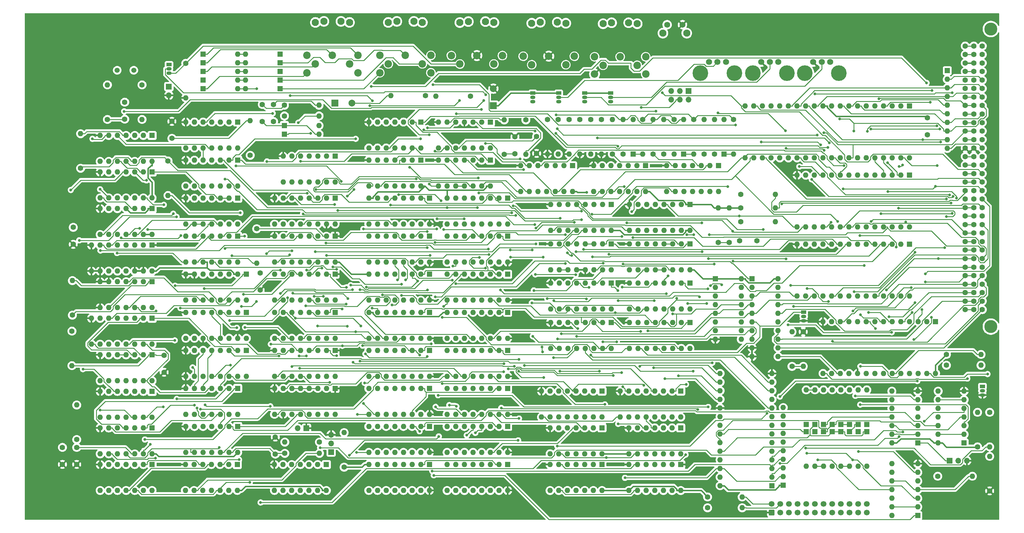
<source format=gbr>
%TF.GenerationSoftware,KiCad,Pcbnew,(6.0.10)*%
%TF.CreationDate,2023-03-26T00:58:32+03:00*%
%TF.ProjectId,delta48m,64656c74-6134-4386-9d2e-6b696361645f,1*%
%TF.SameCoordinates,Original*%
%TF.FileFunction,Copper,L1,Top*%
%TF.FilePolarity,Positive*%
%FSLAX46Y46*%
G04 Gerber Fmt 4.6, Leading zero omitted, Abs format (unit mm)*
G04 Created by KiCad (PCBNEW (6.0.10)) date 2023-03-26 00:58:32*
%MOMM*%
%LPD*%
G01*
G04 APERTURE LIST*
G04 Aperture macros list*
%AMRoundRect*
0 Rectangle with rounded corners*
0 $1 Rounding radius*
0 $2 $3 $4 $5 $6 $7 $8 $9 X,Y pos of 4 corners*
0 Add a 4 corners polygon primitive as box body*
4,1,4,$2,$3,$4,$5,$6,$7,$8,$9,$2,$3,0*
0 Add four circle primitives for the rounded corners*
1,1,$1+$1,$2,$3*
1,1,$1+$1,$4,$5*
1,1,$1+$1,$6,$7*
1,1,$1+$1,$8,$9*
0 Add four rect primitives between the rounded corners*
20,1,$1+$1,$2,$3,$4,$5,0*
20,1,$1+$1,$4,$5,$6,$7,0*
20,1,$1+$1,$6,$7,$8,$9,0*
20,1,$1+$1,$8,$9,$2,$3,0*%
G04 Aperture macros list end*
%TA.AperFunction,ComponentPad*%
%ADD10R,1.600000X1.600000*%
%TD*%
%TA.AperFunction,ComponentPad*%
%ADD11O,1.600000X1.600000*%
%TD*%
%TA.AperFunction,ComponentPad*%
%ADD12C,1.600000*%
%TD*%
%TA.AperFunction,ComponentPad*%
%ADD13C,2.100000*%
%TD*%
%TA.AperFunction,ComponentPad*%
%ADD14C,2.200000*%
%TD*%
%TA.AperFunction,ComponentPad*%
%ADD15R,1.700000X1.700000*%
%TD*%
%TA.AperFunction,ComponentPad*%
%ADD16O,1.700000X1.700000*%
%TD*%
%TA.AperFunction,ComponentPad*%
%ADD17R,1.500000X1.050000*%
%TD*%
%TA.AperFunction,ComponentPad*%
%ADD18O,1.500000X1.050000*%
%TD*%
%TA.AperFunction,ComponentPad*%
%ADD19C,4.600000*%
%TD*%
%TA.AperFunction,ComponentPad*%
%ADD20C,1.800000*%
%TD*%
%TA.AperFunction,ComponentPad*%
%ADD21C,3.800000*%
%TD*%
%TA.AperFunction,ComponentPad*%
%ADD22C,1.500000*%
%TD*%
%TA.AperFunction,ComponentPad*%
%ADD23C,1.750000*%
%TD*%
%TA.AperFunction,ComponentPad*%
%ADD24R,2.000000X2.000000*%
%TD*%
%TA.AperFunction,ComponentPad*%
%ADD25C,2.000000*%
%TD*%
%TA.AperFunction,ComponentPad*%
%ADD26RoundRect,0.250000X0.600000X-0.600000X0.600000X0.600000X-0.600000X0.600000X-0.600000X-0.600000X0*%
%TD*%
%TA.AperFunction,ComponentPad*%
%ADD27C,1.700000*%
%TD*%
%TA.AperFunction,ViaPad*%
%ADD28C,0.800000*%
%TD*%
%TA.AperFunction,Conductor*%
%ADD29C,0.250000*%
%TD*%
%TA.AperFunction,Conductor*%
%ADD30C,0.400000*%
%TD*%
G04 APERTURE END LIST*
D10*
%TO.P,U11,1*%
%TO.N,unconnected-(U11-Pad1)*%
X132720000Y-103896000D03*
D11*
%TO.P,U11,2*%
%TO.N,unconnected-(U11-Pad2)*%
X130180000Y-103896000D03*
%TO.P,U11,3*%
%TO.N,unconnected-(U11-Pad3)*%
X127640000Y-103896000D03*
%TO.P,U11,4*%
%TO.N,Net-(U11-Pad10)*%
X125100000Y-103896000D03*
%TO.P,U11,5*%
%TO.N,7MHZ*%
X122560000Y-103896000D03*
%TO.P,U11,6*%
%TO.N,Net-(U11-Pad12)*%
X120020000Y-103896000D03*
%TO.P,U11,7,GND*%
%TO.N,GND*%
X117480000Y-103896000D03*
%TO.P,U11,8*%
%TO.N,Net-(U11-Pad8)*%
X117480000Y-111516000D03*
%TO.P,U11,9*%
%TO.N,Net-(U11-Pad9)*%
X120020000Y-111516000D03*
%TO.P,U11,10*%
%TO.N,Net-(U11-Pad10)*%
X122560000Y-111516000D03*
%TO.P,U11,11*%
%TO.N,Net-(U1-Pad5)*%
X125100000Y-111516000D03*
%TO.P,U11,12*%
%TO.N,Net-(U11-Pad12)*%
X127640000Y-111516000D03*
%TO.P,U11,13*%
%TO.N,ZPRGBD*%
X130180000Y-111516000D03*
%TO.P,U11,14,VCC*%
%TO.N,+5V*%
X132720000Y-111516000D03*
%TD*%
D10*
%TO.P,U49,1*%
%TO.N,unconnected-(U49-Pad1)*%
X231018000Y-116723000D03*
D11*
%TO.P,U49,2*%
%TO.N,unconnected-(U49-Pad2)*%
X228478000Y-116723000D03*
%TO.P,U49,3*%
%TO.N,Net-(U10-Pad3)*%
X225938000Y-116723000D03*
%TO.P,U49,4*%
%TO.N,\u0422\u0410\u041A\u0422*%
X223398000Y-116723000D03*
%TO.P,U49,5*%
%TO.N,A14*%
X220858000Y-116723000D03*
%TO.P,U49,6*%
%TO.N,Net-(U29-Pad2)*%
X218318000Y-116723000D03*
%TO.P,U49,7,GND*%
%TO.N,GND*%
X215778000Y-116723000D03*
%TO.P,U49,8*%
%TO.N,Net-(U30-Pad8)*%
X215778000Y-124343000D03*
%TO.P,U49,9*%
%TO.N,VIBOZUL*%
X218318000Y-124343000D03*
%TO.P,U49,10*%
%TO.N,unconnected-(U49-Pad10)*%
X220858000Y-124343000D03*
%TO.P,U49,11*%
%TO.N,unconnected-(U49-Pad11)*%
X223398000Y-124343000D03*
%TO.P,U49,12*%
%TO.N,Net-(U49-Pad12)*%
X225938000Y-124343000D03*
%TO.P,U49,13*%
%TO.N,Net-(U14-Pad3)*%
X228478000Y-124343000D03*
%TO.P,U49,14,VCC*%
%TO.N,+5V*%
X231018000Y-124343000D03*
%TD*%
D12*
%TO.P,R35,1*%
%TO.N,Net-(R35-Pad1)*%
X254635000Y-113284000D03*
D11*
%TO.P,R35,2*%
%TO.N,SYNCRO*%
X254635000Y-103124000D03*
%TD*%
D12*
%TO.P,R53,1*%
%TO.N,Net-(R53-Pad1)*%
X340741000Y-175387000D03*
D11*
%TO.P,R53,2*%
%TO.N,\u0427\u0422\u041F\u0417\u0423L*%
X350901000Y-175387000D03*
%TD*%
D10*
%TO.P,U57,1,Ds*%
%TO.N,unconnected-(U57-Pad1)*%
X239654000Y-193812000D03*
D11*
%TO.P,U57,2,P0*%
%TO.N,BD4*%
X237114000Y-193812000D03*
%TO.P,U57,3,P1*%
%TO.N,BD5*%
X234574000Y-193812000D03*
%TO.P,U57,4,P2*%
%TO.N,BD6*%
X232034000Y-193812000D03*
%TO.P,U57,5,P3*%
%TO.N,BD7*%
X229494000Y-193812000D03*
%TO.P,U57,6,Pe*%
%TO.N,+5V*%
X226954000Y-193812000D03*
%TO.P,U57,7,GND*%
%TO.N,GND*%
X224414000Y-193812000D03*
%TO.P,U57,8,OE*%
%TO.N,+5V*%
X224414000Y-201432000D03*
%TO.P,U57,9,Cp*%
%TO.N,ZPRGBD*%
X226954000Y-201432000D03*
%TO.P,U57,10,Q3*%
%TO.N,Net-(U57-Pad10)*%
X229494000Y-201432000D03*
%TO.P,U57,11,Q2*%
%TO.N,Net-(U57-Pad11)*%
X232034000Y-201432000D03*
%TO.P,U57,12,Q1*%
%TO.N,Net-(U57-Pad12)*%
X234574000Y-201432000D03*
%TO.P,U57,13,Q0*%
%TO.N,Net-(U57-Pad13)*%
X237114000Y-201432000D03*
%TO.P,U57,14,VCC*%
%TO.N,+5V*%
X239654000Y-201432000D03*
%TD*%
D10*
%TO.P,U27,1,OEa*%
%TO.N,GND*%
X161300000Y-182208100D03*
D11*
%TO.P,U27,2,A1*%
%TO.N,OZUMPN*%
X158760000Y-182208100D03*
%TO.P,U27,3,I3a*%
%TO.N,Net-(JP3-Pad2)*%
X156220000Y-182208100D03*
%TO.P,U27,4,I2a*%
X153680000Y-182208100D03*
%TO.P,U27,5,I1a*%
X151140000Y-182208100D03*
%TO.P,U27,6,I0a*%
X148600000Y-182208100D03*
%TO.P,U27,7,Za*%
%TO.N,ADR7*%
X146060000Y-182208100D03*
%TO.P,U27,8,GND*%
%TO.N,GND*%
X143520000Y-182208100D03*
%TO.P,U27,9,Zb*%
%TO.N,ADR6*%
X143520000Y-189828100D03*
%TO.P,U27,10,I0b*%
%TO.N,GND*%
X146060000Y-189828100D03*
%TO.P,U27,11,I1b*%
%TO.N,BA6*%
X148600000Y-189828100D03*
%TO.P,U27,12,I2b*%
%TO.N,A13*%
X151140000Y-189828100D03*
%TO.P,U27,13,I3b*%
%TO.N,A6*%
X153680000Y-189828100D03*
%TO.P,U27,14,A0*%
%TO.N,BMX*%
X156220000Y-189828100D03*
%TO.P,U27,15,OEb*%
%TO.N,GND*%
X158760000Y-189828100D03*
%TO.P,U27,16,VCC*%
%TO.N,+5V*%
X161300000Y-189828100D03*
%TD*%
D10*
%TO.P,U36,1,NC*%
%TO.N,unconnected-(U36-Pad1)*%
X188991000Y-182208100D03*
D11*
%TO.P,U36,2,Din*%
%TO.N,D5*%
X186451000Y-182208100D03*
%TO.P,U36,3,~{WRITE}*%
%TO.N,WEL*%
X183911000Y-182208100D03*
%TO.P,U36,4,~{RAS}*%
%TO.N,RASL*%
X181371000Y-182208100D03*
%TO.P,U36,5,A0*%
%TO.N,MUX1_Y1*%
X178831000Y-182208100D03*
%TO.P,U36,6,A2*%
%TO.N,MUX1_Y3*%
X176291000Y-182208100D03*
%TO.P,U36,7,A1*%
%TO.N,MUX1_Y2*%
X173751000Y-182208100D03*
%TO.P,U36,8,Vcc*%
%TO.N,+5V*%
X171211000Y-182208100D03*
%TO.P,U36,9,A7*%
%TO.N,MUX2_Y4*%
X171211000Y-189828100D03*
%TO.P,U36,10,A5*%
%TO.N,MUX2_Y2*%
X173751000Y-189828100D03*
%TO.P,U36,11,A4*%
%TO.N,MUX2_Y1*%
X176291000Y-189828100D03*
%TO.P,U36,12,A3*%
%TO.N,MUX1_Y4*%
X178831000Y-189828100D03*
%TO.P,U36,13,A6*%
%TO.N,MUX2_Y3*%
X181371000Y-189828100D03*
%TO.P,U36,14,Dout*%
%TO.N,D5*%
X183911000Y-189828100D03*
%TO.P,U36,15,~{CAS}*%
%TO.N,CASL*%
X186451000Y-189828100D03*
%TO.P,U36,16,Vss*%
%TO.N,GND*%
X188991000Y-189828100D03*
%TD*%
D13*
%TO.P,J3,*%
%TO.N,*%
X197928000Y-74638000D03*
X200428000Y-74338000D03*
X207928000Y-74638000D03*
X205428000Y-74338000D03*
D14*
%TO.P,J3,1*%
%TO.N,MAG_OUT*%
X195428000Y-84338000D03*
%TO.P,J3,2*%
%TO.N,GND*%
X202928000Y-84338000D03*
%TO.P,J3,3*%
%TO.N,MAG_IN*%
X210428000Y-84338000D03*
%TO.P,J3,4*%
%TO.N,AUDIO*%
X197928000Y-86838000D03*
%TO.P,J3,5*%
%TO.N,unconnected-(J3-Pad5)*%
X207928000Y-86838000D03*
%TD*%
D13*
%TO.P,J6,*%
%TO.N,*%
X158028000Y-74288000D03*
X163028000Y-74288000D03*
X155528000Y-74588000D03*
X165528000Y-74588000D03*
D14*
%TO.P,J6,1*%
%TO.N,Contact1*%
X153028000Y-84288000D03*
%TO.P,J6,2*%
%TO.N,Left1*%
X160528000Y-84288000D03*
%TO.P,J6,3*%
%TO.N,Right1*%
X168028000Y-84288000D03*
%TO.P,J6,4*%
%TO.N,Down1*%
X155528000Y-86788000D03*
%TO.P,J6,5*%
%TO.N,Up1*%
X165528000Y-86788000D03*
%TO.P,J6,6*%
%TO.N,Fire1*%
X153028000Y-89388000D03*
%TO.P,J6,7*%
%TO.N,unconnected-(J6-Pad7)*%
X168028000Y-89388000D03*
%TD*%
D10*
%TO.P,U3,1,~{R}*%
%TO.N,+5V*%
X107584000Y-129333000D03*
D11*
%TO.P,U3,2,D*%
%TO.N,7MHZ*%
X105044000Y-129333000D03*
%TO.P,U3,3,C*%
%TO.N,Net-(R1-Pad2)*%
X102504000Y-129333000D03*
%TO.P,U3,4,~{S}*%
%TO.N,+5V*%
X99964000Y-129333000D03*
%TO.P,U3,5,Q*%
%TO.N,Net-(U20-Pad3)*%
X97424000Y-129333000D03*
%TO.P,U3,6,~{Q}*%
%TO.N,7MHZ*%
X94884000Y-129333000D03*
%TO.P,U3,7,GND*%
%TO.N,GND*%
X92344000Y-129333000D03*
%TO.P,U3,8,~{Q}*%
%TO.N,ZPRGBD*%
X92344000Y-136953000D03*
%TO.P,U3,9,Q*%
%TO.N,unconnected-(U3-Pad9)*%
X94884000Y-136953000D03*
%TO.P,U3,10,~{S}*%
%TO.N,+5V*%
X97424000Y-136953000D03*
%TO.P,U3,11,C*%
%TO.N,7MHZ*%
X99964000Y-136953000D03*
%TO.P,U3,12,D*%
%TO.N,Net-(U1-Pad13)*%
X102504000Y-136953000D03*
%TO.P,U3,13,~{R}*%
%TO.N,+5V*%
X105044000Y-136953000D03*
%TO.P,U3,14,VCC*%
X107584000Y-136953000D03*
%TD*%
D15*
%TO.P,LS1,1,1*%
%TO.N,AUDIO*%
X112522000Y-93467000D03*
D16*
%TO.P,LS1,2,2*%
%TO.N,GND*%
X112522000Y-96007000D03*
%TD*%
D10*
%TO.P,U43,1,NC*%
%TO.N,unconnected-(U43-Pad1)*%
X211963000Y-148645800D03*
D11*
%TO.P,U43,2,Din*%
%TO.N,D2*%
X209423000Y-148645800D03*
%TO.P,U43,3,~{WRITE}*%
%TO.N,BWEL*%
X206883000Y-148645800D03*
%TO.P,U43,4,~{RAS}*%
%TO.N,BRASL*%
X204343000Y-148645800D03*
%TO.P,U43,5,A0*%
%TO.N,ADR0*%
X201803000Y-148645800D03*
%TO.P,U43,6,A2*%
%TO.N,ADR2*%
X199263000Y-148645800D03*
%TO.P,U43,7,A1*%
%TO.N,ADR1*%
X196723000Y-148645800D03*
%TO.P,U43,8,Vcc*%
%TO.N,+5V*%
X194183000Y-148645800D03*
%TO.P,U43,9,A7*%
%TO.N,ADR7*%
X194183000Y-156265800D03*
%TO.P,U43,10,A5*%
%TO.N,ADR5*%
X196723000Y-156265800D03*
%TO.P,U43,11,A4*%
%TO.N,ADR4*%
X199263000Y-156265800D03*
%TO.P,U43,12,A3*%
%TO.N,ADR3*%
X201803000Y-156265800D03*
%TO.P,U43,13,A6*%
%TO.N,ADR6*%
X204343000Y-156265800D03*
%TO.P,U43,14,Dout*%
%TO.N,BD2*%
X206883000Y-156265800D03*
%TO.P,U43,15,~{CAS}*%
%TO.N,BCASL*%
X209423000Y-156265800D03*
%TO.P,U43,16,Vss*%
%TO.N,GND*%
X211963000Y-156265800D03*
%TD*%
D12*
%TO.P,R5,1*%
%TO.N,BA2*%
X84201000Y-160655000D03*
D11*
%TO.P,R5,2*%
%TO.N,Net-(R5-Pad2)*%
X84201000Y-150495000D03*
%TD*%
D10*
%TO.P,U48,1,NC*%
%TO.N,unconnected-(U48-Pad1)*%
X211963000Y-204597000D03*
D11*
%TO.P,U48,2,Din*%
%TO.N,D7*%
X209423000Y-204597000D03*
%TO.P,U48,3,~{WRITE}*%
%TO.N,BWEL*%
X206883000Y-204597000D03*
%TO.P,U48,4,~{RAS}*%
%TO.N,BRASL*%
X204343000Y-204597000D03*
%TO.P,U48,5,A0*%
%TO.N,ADR0*%
X201803000Y-204597000D03*
%TO.P,U48,6,A2*%
%TO.N,ADR2*%
X199263000Y-204597000D03*
%TO.P,U48,7,A1*%
%TO.N,ADR1*%
X196723000Y-204597000D03*
%TO.P,U48,8,Vcc*%
%TO.N,+5V*%
X194183000Y-204597000D03*
%TO.P,U48,9,A7*%
%TO.N,ADR7*%
X194183000Y-212217000D03*
%TO.P,U48,10,A5*%
%TO.N,ADR5*%
X196723000Y-212217000D03*
%TO.P,U48,11,A4*%
%TO.N,ADR4*%
X199263000Y-212217000D03*
%TO.P,U48,12,A3*%
%TO.N,ADR3*%
X201803000Y-212217000D03*
%TO.P,U48,13,A6*%
%TO.N,ADR6*%
X204343000Y-212217000D03*
%TO.P,U48,14,Dout*%
%TO.N,BD7*%
X206883000Y-212217000D03*
%TO.P,U48,15,~{CAS}*%
%TO.N,BCASL*%
X209423000Y-212217000D03*
%TO.P,U48,16,Vss*%
%TO.N,GND*%
X211963000Y-212217000D03*
%TD*%
D10*
%TO.P,U64,1,Ds*%
%TO.N,unconnected-(U64-Pad1)*%
X262768000Y-193812000D03*
D11*
%TO.P,U64,2,P0*%
%TO.N,BD0*%
X260228000Y-193812000D03*
%TO.P,U64,3,P1*%
%TO.N,BD1*%
X257688000Y-193812000D03*
%TO.P,U64,4,P2*%
%TO.N,BD2*%
X255148000Y-193812000D03*
%TO.P,U64,5,P3*%
%TO.N,BD3*%
X252608000Y-193812000D03*
%TO.P,U64,6,Pe*%
%TO.N,+5V*%
X250068000Y-193812000D03*
%TO.P,U64,7,GND*%
%TO.N,GND*%
X247528000Y-193812000D03*
%TO.P,U64,8,OE*%
%TO.N,+5V*%
X247528000Y-201432000D03*
%TO.P,U64,9,Cp*%
%TO.N,ZPRGBD*%
X250068000Y-201432000D03*
%TO.P,U64,10,Q3*%
%TO.N,Net-(U64-Pad10)*%
X252608000Y-201432000D03*
%TO.P,U64,11,Q2*%
%TO.N,Net-(U64-Pad11)*%
X255148000Y-201432000D03*
%TO.P,U64,12,Q1*%
%TO.N,Net-(U64-Pad12)*%
X257688000Y-201432000D03*
%TO.P,U64,13,Q0*%
%TO.N,Net-(U64-Pad13)*%
X260228000Y-201432000D03*
%TO.P,U64,14,VCC*%
%TO.N,+5V*%
X262768000Y-201432000D03*
%TD*%
D12*
%TO.P,R54,1*%
%TO.N,+5V*%
X349885000Y-199390000D03*
D11*
%TO.P,R54,2*%
%TO.N,STROBL*%
X349885000Y-189230000D03*
%TD*%
D15*
%TO.P,JP1,1,A*%
%TO.N,Net-(JP1-Pad1)*%
X160147000Y-200899000D03*
D16*
%TO.P,JP1,2,C*%
%TO.N,Net-(JP1-Pad2)*%
X160147000Y-198359000D03*
%TO.P,JP1,3,B*%
%TO.N,GND*%
X160147000Y-195819000D03*
%TD*%
D17*
%TO.P,Q3,1,C*%
%TO.N,+5V*%
X219350000Y-95377000D03*
D18*
%TO.P,Q3,2,B*%
%TO.N,SYNCRO*%
X219350000Y-96647000D03*
%TO.P,Q3,3,E*%
%TO.N,Net-(Q3-Pad3)*%
X219350000Y-97917000D03*
%TD*%
D12*
%TO.P,R56,1*%
%TO.N,GND*%
X353441000Y-212344000D03*
D11*
%TO.P,R56,2*%
%TO.N,Net-(Q7-Pad2)*%
X353441000Y-202184000D03*
%TD*%
D10*
%TO.P,U23,1,OEa*%
%TO.N,GND*%
X161300000Y-137458300D03*
D11*
%TO.P,U23,2,A1*%
%TO.N,OZUMPN*%
X158760000Y-137458300D03*
%TO.P,U23,3,I3a*%
%TO.N,A0*%
X156220000Y-137458300D03*
%TO.P,U23,4,I2a*%
%TO.N,A7*%
X153680000Y-137458300D03*
%TO.P,U23,5,I1a*%
%TO.N,BA0*%
X151140000Y-137458300D03*
%TO.P,U23,6,I0a*%
%TO.N,BA7*%
X148600000Y-137458300D03*
%TO.P,U23,7,Za*%
%TO.N,ADR0*%
X146060000Y-137458300D03*
%TO.P,U23,8,GND*%
%TO.N,GND*%
X143520000Y-137458300D03*
%TO.P,U23,9,Zb*%
%TO.N,ADR1*%
X143520000Y-145078300D03*
%TO.P,U23,10,I0b*%
%TO.N,BA8*%
X146060000Y-145078300D03*
%TO.P,U23,11,I1b*%
%TO.N,BA1*%
X148600000Y-145078300D03*
%TO.P,U23,12,I2b*%
%TO.N,A8*%
X151140000Y-145078300D03*
%TO.P,U23,13,I3b*%
%TO.N,A1*%
X153680000Y-145078300D03*
%TO.P,U23,14,A0*%
%TO.N,BMX*%
X156220000Y-145078300D03*
%TO.P,U23,15,OEb*%
%TO.N,GND*%
X158760000Y-145078300D03*
%TO.P,U23,16,VCC*%
%TO.N,+5V*%
X161300000Y-145078300D03*
%TD*%
D10*
%TO.P,U33,1,NC*%
%TO.N,unconnected-(U33-Pad1)*%
X188991000Y-148645800D03*
D11*
%TO.P,U33,2,Din*%
%TO.N,D2*%
X186451000Y-148645800D03*
%TO.P,U33,3,~{WRITE}*%
%TO.N,WEL*%
X183911000Y-148645800D03*
%TO.P,U33,4,~{RAS}*%
%TO.N,RASL*%
X181371000Y-148645800D03*
%TO.P,U33,5,A0*%
%TO.N,MUX1_Y1*%
X178831000Y-148645800D03*
%TO.P,U33,6,A2*%
%TO.N,MUX1_Y3*%
X176291000Y-148645800D03*
%TO.P,U33,7,A1*%
%TO.N,MUX1_Y2*%
X173751000Y-148645800D03*
%TO.P,U33,8,Vcc*%
%TO.N,+5V*%
X171211000Y-148645800D03*
%TO.P,U33,9,A7*%
%TO.N,MUX2_Y4*%
X171211000Y-156265800D03*
%TO.P,U33,10,A5*%
%TO.N,MUX2_Y2*%
X173751000Y-156265800D03*
%TO.P,U33,11,A4*%
%TO.N,MUX2_Y1*%
X176291000Y-156265800D03*
%TO.P,U33,12,A3*%
%TO.N,MUX1_Y4*%
X178831000Y-156265800D03*
%TO.P,U33,13,A6*%
%TO.N,MUX2_Y3*%
X181371000Y-156265800D03*
%TO.P,U33,14,Dout*%
%TO.N,D2*%
X183911000Y-156265800D03*
%TO.P,U33,15,~{CAS}*%
%TO.N,CASL*%
X186451000Y-156265800D03*
%TO.P,U33,16,Vss*%
%TO.N,GND*%
X188991000Y-156265800D03*
%TD*%
D12*
%TO.P,C10,1*%
%TO.N,Net-(C10-Pad1)*%
X143256000Y-98719000D03*
%TO.P,C10,2*%
%TO.N,Net-(C10-Pad2)*%
X143256000Y-103719000D03*
%TD*%
D10*
%TO.P,U38,1,NC*%
%TO.N,unconnected-(U38-Pad1)*%
X188991000Y-204583000D03*
D11*
%TO.P,U38,2,Din*%
%TO.N,D7*%
X186451000Y-204583000D03*
%TO.P,U38,3,~{WRITE}*%
%TO.N,WEL*%
X183911000Y-204583000D03*
%TO.P,U38,4,~{RAS}*%
%TO.N,RASL*%
X181371000Y-204583000D03*
%TO.P,U38,5,A0*%
%TO.N,MUX1_Y1*%
X178831000Y-204583000D03*
%TO.P,U38,6,A2*%
%TO.N,MUX1_Y3*%
X176291000Y-204583000D03*
%TO.P,U38,7,A1*%
%TO.N,MUX1_Y2*%
X173751000Y-204583000D03*
%TO.P,U38,8,Vcc*%
%TO.N,+5V*%
X171211000Y-204583000D03*
%TO.P,U38,9,A7*%
%TO.N,MUX2_Y4*%
X171211000Y-212203000D03*
%TO.P,U38,10,A5*%
%TO.N,MUX2_Y2*%
X173751000Y-212203000D03*
%TO.P,U38,11,A4*%
%TO.N,MUX2_Y1*%
X176291000Y-212203000D03*
%TO.P,U38,12,A3*%
%TO.N,MUX1_Y4*%
X178831000Y-212203000D03*
%TO.P,U38,13,A6*%
%TO.N,MUX2_Y3*%
X181371000Y-212203000D03*
%TO.P,U38,14,Dout*%
%TO.N,D7*%
X183911000Y-212203000D03*
%TO.P,U38,15,~{CAS}*%
%TO.N,CASL*%
X186451000Y-212203000D03*
%TO.P,U38,16,Vss*%
%TO.N,GND*%
X188991000Y-212203000D03*
%TD*%
D12*
%TO.P,R46,1*%
%TO.N,Net-(R45-Pad1)*%
X276987000Y-139304500D03*
D11*
%TO.P,R46,2*%
%TO.N,+5V*%
X276987000Y-129144500D03*
%TD*%
D10*
%TO.P,U59,1,~{Mr}*%
%TO.N,+5V*%
X265440000Y-128153000D03*
D11*
%TO.P,U59,2,Q0*%
%TO.N,Net-(R21-Pad1)*%
X262900000Y-128153000D03*
%TO.P,U59,3,~{Q0}*%
%TO.N,unconnected-(U59-Pad3)*%
X260360000Y-128153000D03*
%TO.P,U59,4,D0*%
%TO.N,D3*%
X257820000Y-128153000D03*
%TO.P,U59,5,D3*%
%TO.N,unconnected-(U59-Pad5)*%
X255280000Y-128153000D03*
%TO.P,U59,6,~{Q1}*%
%TO.N,unconnected-(U59-Pad6)*%
X252740000Y-128153000D03*
%TO.P,U59,7,Q1*%
%TO.N,unconnected-(U59-Pad7)*%
X250200000Y-128153000D03*
%TO.P,U59,8,GND*%
%TO.N,GND*%
X247660000Y-128153000D03*
%TO.P,U59,9,Cp*%
%TO.N,ZPRG+*%
X247660000Y-135773000D03*
%TO.P,U59,10,Q2*%
%TO.N,unconnected-(U59-Pad10)*%
X250200000Y-135773000D03*
%TO.P,U59,11,~{Q2}*%
%TO.N,unconnected-(U59-Pad11)*%
X252740000Y-135773000D03*
%TO.P,U59,12,D1*%
%TO.N,unconnected-(U59-Pad12)*%
X255280000Y-135773000D03*
%TO.P,U59,13,D2*%
%TO.N,unconnected-(U59-Pad13)*%
X257820000Y-135773000D03*
%TO.P,U59,14,~{Q3}*%
%TO.N,unconnected-(U59-Pad14)*%
X260360000Y-135773000D03*
%TO.P,U59,15,Q3*%
%TO.N,unconnected-(U59-Pad15)*%
X262900000Y-135773000D03*
%TO.P,U59,16,VCC*%
%TO.N,+5V*%
X265440000Y-135773000D03*
%TD*%
D19*
%TO.P,RV42,*%
%TO.N,*%
X293900000Y-89546000D03*
X283900000Y-89546000D03*
D20*
%TO.P,RV42,1,1*%
%TO.N,YR*%
X291400000Y-86246000D03*
%TO.P,RV42,2,2*%
%TO.N,Net-(Q6-Pad2)*%
X288900000Y-86246000D03*
%TO.P,RV42,3,3*%
%TO.N,GND*%
X286400000Y-86246000D03*
%TD*%
D12*
%TO.P,R51,1*%
%TO.N,Net-(Q8-Pad2)*%
X295423000Y-175720500D03*
D11*
%TO.P,R51,2*%
%TO.N,Net-(R51-Pad2)*%
X295423000Y-165560500D03*
%TD*%
D10*
%TO.P,U7,1*%
%TO.N,Net-(C3-Pad2)*%
X107584000Y-172333000D03*
D11*
%TO.P,U7,2*%
%TO.N,Net-(U18-Pad8)*%
X105044000Y-172333000D03*
%TO.P,U7,3*%
%TO.N,Net-(U6-Pad2)*%
X102504000Y-172333000D03*
%TO.P,U7,4*%
%TO.N,Net-(U7-Pad4)*%
X99964000Y-172333000D03*
%TO.P,U7,5*%
X97424000Y-172333000D03*
%TO.P,U7,6*%
%TO.N,Net-(R6-Pad2)*%
X94884000Y-172333000D03*
%TO.P,U7,7,GND*%
%TO.N,GND*%
X92344000Y-172333000D03*
%TO.P,U7,8*%
%TO.N,Net-(C4-Pad2)*%
X92344000Y-179953000D03*
%TO.P,U7,9*%
%TO.N,Net-(U6-Pad10)*%
X94884000Y-179953000D03*
%TO.P,U7,10*%
%TO.N,Net-(U7-Pad10)*%
X97424000Y-179953000D03*
%TO.P,U7,11*%
%TO.N,Net-(U7-Pad11)*%
X99964000Y-179953000D03*
%TO.P,U7,12*%
%TO.N,Net-(U7-Pad12)*%
X102504000Y-179953000D03*
%TO.P,U7,13*%
%TO.N,Net-(U18-Pad4)*%
X105044000Y-179953000D03*
%TO.P,U7,14,VCC*%
%TO.N,+5V*%
X107584000Y-179953000D03*
%TD*%
D10*
%TO.P,U30,1*%
%TO.N,Net-(U29-Pad10)*%
X186441000Y-115083400D03*
D11*
%TO.P,U30,2*%
%TO.N,OZUMPN*%
X183901000Y-115083400D03*
%TO.P,U30,3*%
%TO.N,VIBOZUL*%
X181361000Y-115083400D03*
%TO.P,U30,4*%
%TO.N,Net-(U30-Pad4)*%
X178821000Y-115083400D03*
%TO.P,U30,5*%
%TO.N,GND*%
X176281000Y-115083400D03*
%TO.P,U30,6*%
%TO.N,\u0417\u041FL*%
X173741000Y-115083400D03*
%TO.P,U30,7,GND*%
%TO.N,GND*%
X171201000Y-115083400D03*
%TO.P,U30,8*%
%TO.N,Net-(U30-Pad8)*%
X171201000Y-122703400D03*
%TO.P,U30,9*%
%TO.N,\u0417\u041FL*%
X173741000Y-122703400D03*
%TO.P,U30,10*%
%TO.N,ZPRG+*%
X176281000Y-122703400D03*
%TO.P,U30,11*%
%TO.N,\u041E\u0417\u0423L*%
X178821000Y-122703400D03*
%TO.P,U30,12*%
%TO.N,Net-(U29-Pad12)*%
X181361000Y-122703400D03*
%TO.P,U30,13*%
%TO.N,OZUMPN*%
X183901000Y-122703400D03*
%TO.P,U30,14,VCC*%
%TO.N,+5V*%
X186441000Y-122703400D03*
%TD*%
D10*
%TO.P,D26,1,K*%
%TO.N,Contact2*%
X309753000Y-192786000D03*
D11*
%TO.P,D26,2,A*%
%TO.N,KBD18*%
X309753000Y-182626000D03*
%TD*%
D10*
%TO.P,D1,1,K*%
%TO.N,Right1*%
X122589000Y-83947000D03*
D11*
%TO.P,D1,2,A*%
%TO.N,JOY4*%
X132749000Y-83947000D03*
%TD*%
D10*
%TO.P,U47,1,NC*%
%TO.N,unconnected-(U47-Pad1)*%
X211963000Y-193395600D03*
D11*
%TO.P,U47,2,Din*%
%TO.N,D6*%
X209423000Y-193395600D03*
%TO.P,U47,3,~{WRITE}*%
%TO.N,BWEL*%
X206883000Y-193395600D03*
%TO.P,U47,4,~{RAS}*%
%TO.N,BRASL*%
X204343000Y-193395600D03*
%TO.P,U47,5,A0*%
%TO.N,ADR0*%
X201803000Y-193395600D03*
%TO.P,U47,6,A2*%
%TO.N,ADR2*%
X199263000Y-193395600D03*
%TO.P,U47,7,A1*%
%TO.N,ADR1*%
X196723000Y-193395600D03*
%TO.P,U47,8,Vcc*%
%TO.N,+5V*%
X194183000Y-193395600D03*
%TO.P,U47,9,A7*%
%TO.N,ADR7*%
X194183000Y-201015600D03*
%TO.P,U47,10,A5*%
%TO.N,ADR5*%
X196723000Y-201015600D03*
%TO.P,U47,11,A4*%
%TO.N,ADR4*%
X199263000Y-201015600D03*
%TO.P,U47,12,A3*%
%TO.N,ADR3*%
X201803000Y-201015600D03*
%TO.P,U47,13,A6*%
%TO.N,ADR6*%
X204343000Y-201015600D03*
%TO.P,U47,14,Dout*%
%TO.N,BD6*%
X206883000Y-201015600D03*
%TO.P,U47,15,~{CAS}*%
%TO.N,BCASL*%
X209423000Y-201015600D03*
%TO.P,U47,16,Vss*%
%TO.N,GND*%
X211963000Y-201015600D03*
%TD*%
D12*
%TO.P,R8,1*%
%TO.N,Net-(R8-Pad1)*%
X86614000Y-117475000D03*
D11*
%TO.P,R8,2*%
%TO.N,Net-(C32-Pad2)*%
X86614000Y-107315000D03*
%TD*%
D12*
%TO.P,R41,1*%
%TO.N,Net-(R34-Pad1)*%
X278257000Y-103124000D03*
D11*
%TO.P,R41,2*%
%TO.N,Net-(D13-Pad1)*%
X278257000Y-113284000D03*
%TD*%
D10*
%TO.P,U52,1,~{Mr}*%
%TO.N,+5V*%
X242326000Y-128153000D03*
D11*
%TO.P,U52,2,Q0*%
%TO.N,Net-(U52-Pad2)*%
X239786000Y-128153000D03*
%TO.P,U52,3,~{Q0}*%
%TO.N,unconnected-(U52-Pad3)*%
X237246000Y-128153000D03*
%TO.P,U52,4,D0*%
%TO.N,D0*%
X234706000Y-128153000D03*
%TO.P,U52,5,D3*%
%TO.N,D4*%
X232166000Y-128153000D03*
%TO.P,U52,6,~{Q1}*%
%TO.N,unconnected-(U52-Pad6)*%
X229626000Y-128153000D03*
%TO.P,U52,7,Q1*%
%TO.N,UZVUK*%
X227086000Y-128153000D03*
%TO.P,U52,8,GND*%
%TO.N,GND*%
X224546000Y-128153000D03*
%TO.P,U52,9,Cp*%
%TO.N,ZPRG+*%
X224546000Y-135773000D03*
%TO.P,U52,10,Q2*%
%TO.N,Net-(U52-Pad10)*%
X227086000Y-135773000D03*
%TO.P,U52,11,~{Q2}*%
%TO.N,unconnected-(U52-Pad11)*%
X229626000Y-135773000D03*
%TO.P,U52,12,D1*%
%TO.N,D1*%
X232166000Y-135773000D03*
%TO.P,U52,13,D2*%
%TO.N,D2*%
X234706000Y-135773000D03*
%TO.P,U52,14,~{Q3}*%
%TO.N,unconnected-(U52-Pad14)*%
X237246000Y-135773000D03*
%TO.P,U52,15,Q3*%
%TO.N,Net-(U52-Pad15)*%
X239786000Y-135773000D03*
%TO.P,U52,16,VCC*%
%TO.N,+5V*%
X242326000Y-135773000D03*
%TD*%
D12*
%TO.P,R15,1*%
%TO.N,\u0422\u0410\u041A\u0422*%
X236347000Y-103124000D03*
D11*
%TO.P,R15,2*%
%TO.N,+5V*%
X236347000Y-113284000D03*
%TD*%
D15*
%TO.P,JP3,1,A*%
%TO.N,GND*%
X152908000Y-193929000D03*
D16*
%TO.P,JP3,2,B*%
%TO.N,Net-(JP3-Pad2)*%
X150368000Y-193929000D03*
%TD*%
D10*
%TO.P,D23,1,K*%
%TO.N,RA8*%
X302133000Y-192786000D03*
D11*
%TO.P,D23,2,A*%
%TO.N,KBD14*%
X302133000Y-182626000D03*
%TD*%
D10*
%TO.P,U39,1*%
%TO.N,Net-(U39-Pad1)*%
X206888000Y-103896000D03*
D11*
%TO.P,U39,2*%
%TO.N,Net-(C21-Pad1)*%
X204348000Y-103896000D03*
%TO.P,U39,3*%
%TO.N,MUX_S*%
X201808000Y-103896000D03*
%TO.P,U39,4*%
%TO.N,GND*%
X199268000Y-103896000D03*
%TO.P,U39,5*%
%TO.N,\u041E\u0417\u0423L*%
X196728000Y-103896000D03*
%TO.P,U39,6*%
%TO.N,RASL*%
X194188000Y-103896000D03*
%TO.P,U39,7,GND*%
%TO.N,GND*%
X191648000Y-103896000D03*
%TO.P,U39,8*%
%TO.N,CASL*%
X191648000Y-111516000D03*
%TO.P,U39,9*%
%TO.N,RASL*%
X194188000Y-111516000D03*
%TO.P,U39,10*%
%TO.N,Net-(C22-Pad1)*%
X196728000Y-111516000D03*
%TO.P,U39,11*%
%TO.N,WEL*%
X199268000Y-111516000D03*
%TO.P,U39,12*%
%TO.N,\u0417\u041FL*%
X201808000Y-111516000D03*
%TO.P,U39,13*%
%TO.N,GND*%
X204348000Y-111516000D03*
%TO.P,U39,14,VCC*%
%TO.N,+5V*%
X206888000Y-111516000D03*
%TD*%
D12*
%TO.P,C22,1*%
%TO.N,Net-(C22-Pad1)*%
X220472000Y-108125200D03*
%TO.P,C22,2*%
%TO.N,GND*%
X220472000Y-113125200D03*
%TD*%
D10*
%TO.P,D9,1,K*%
%TO.N,Up2*%
X145161000Y-91567000D03*
D11*
%TO.P,D9,2,A*%
%TO.N,JOY6*%
X135001000Y-91567000D03*
%TD*%
D12*
%TO.P,C25,1*%
%TO.N,\u0421\u0411\u0420\u041E\u0421L*%
X280075000Y-138811000D03*
%TO.P,C25,2*%
%TO.N,GND*%
X285075000Y-138811000D03*
%TD*%
D10*
%TO.P,U10,1*%
%TO.N,Net-(U10-Pad1)*%
X107584000Y-204583000D03*
D11*
%TO.P,U10,2*%
%TO.N,Net-(U10-Pad2)*%
X105044000Y-204583000D03*
%TO.P,U10,3*%
%TO.N,Net-(U10-Pad3)*%
X102504000Y-204583000D03*
%TO.P,U10,4*%
%TO.N,Net-(U10-Pad4)*%
X99964000Y-204583000D03*
%TO.P,U10,5*%
%TO.N,Net-(U10-Pad5)*%
X97424000Y-204583000D03*
%TO.P,U10,6*%
%TO.N,Net-(U10-Pad12)*%
X94884000Y-204583000D03*
%TO.P,U10,7,GND*%
%TO.N,GND*%
X92344000Y-204583000D03*
%TO.P,U10,8*%
%TO.N,unconnected-(U10-Pad8)*%
X92344000Y-212203000D03*
%TO.P,U10,9*%
%TO.N,unconnected-(U10-Pad9)*%
X94884000Y-212203000D03*
%TO.P,U10,10*%
%TO.N,unconnected-(U10-Pad10)*%
X97424000Y-212203000D03*
%TO.P,U10,11*%
%TO.N,Net-(U10-Pad11)*%
X99964000Y-212203000D03*
%TO.P,U10,12*%
%TO.N,Net-(U10-Pad12)*%
X102504000Y-212203000D03*
%TO.P,U10,13*%
%TO.N,Net-(U10-Pad13)*%
X105044000Y-212203000D03*
%TO.P,U10,14,VCC*%
%TO.N,+5V*%
X107584000Y-212203000D03*
%TD*%
D10*
%TO.P,U61,1,I1b*%
%TO.N,Net-(U61-Pad1)*%
X265440000Y-151267000D03*
D11*
%TO.P,U61,2,I1a*%
%TO.N,Net-(U61-Pad2)*%
X262900000Y-151267000D03*
%TO.P,U61,3,I0a*%
%TO.N,Net-(U60-Pad6)*%
X260360000Y-151267000D03*
%TO.P,U61,4,I0b*%
%TO.N,Net-(U60-Pad5)*%
X257820000Y-151267000D03*
%TO.P,U61,5,I1c*%
%TO.N,Net-(U61-Pad5)*%
X255280000Y-151267000D03*
%TO.P,U61,6,I1d*%
%TO.N,Net-(U61-Pad6)*%
X252740000Y-151267000D03*
%TO.P,U61,7,I0d*%
%TO.N,Net-(U60-Pad10)*%
X250200000Y-151267000D03*
%TO.P,U61,8,GND*%
%TO.N,GND*%
X247660000Y-151267000D03*
%TO.P,U61,9,I0c*%
%TO.N,Net-(U53-Pad6)*%
X247660000Y-158887000D03*
%TO.P,U61,10,S*%
%TO.N,ZPVDN*%
X250200000Y-158887000D03*
%TO.P,U61,11,Cp*%
%TO.N,7MHZ*%
X252740000Y-158887000D03*
%TO.P,U61,12,Qd*%
%TO.N,Net-(U60-Pad10)*%
X255280000Y-158887000D03*
%TO.P,U61,13,Qc*%
%TO.N,Net-(U53-Pad6)*%
X257820000Y-158887000D03*
%TO.P,U61,14,Qb*%
%TO.N,Net-(U60-Pad5)*%
X260360000Y-158887000D03*
%TO.P,U61,15,Qa*%
%TO.N,Net-(U60-Pad6)*%
X262900000Y-158887000D03*
%TO.P,U61,16,VCC*%
%TO.N,+5V*%
X265440000Y-158887000D03*
%TD*%
D10*
%TO.P,U29,1*%
%TO.N,A15*%
X186441000Y-103896000D03*
D11*
%TO.P,U29,2*%
%TO.N,Net-(U29-Pad2)*%
X183901000Y-103896000D03*
%TO.P,U29,3*%
%TO.N,Net-(U29-Pad12)*%
X181361000Y-103896000D03*
%TO.P,U29,4*%
%TO.N,unconnected-(U29-Pad4)*%
X178821000Y-103896000D03*
%TO.P,U29,5*%
%TO.N,unconnected-(U29-Pad5)*%
X176281000Y-103896000D03*
%TO.P,U29,6*%
%TO.N,unconnected-(U29-Pad6)*%
X173741000Y-103896000D03*
%TO.P,U29,7,GND*%
%TO.N,GND*%
X171201000Y-103896000D03*
%TO.P,U29,8*%
%TO.N,CHTRGL*%
X171201000Y-111516000D03*
%TO.P,U29,9*%
%TO.N,\u0427\u0422L*%
X173741000Y-111516000D03*
%TO.P,U29,10*%
%TO.N,Net-(U29-Pad10)*%
X176281000Y-111516000D03*
%TO.P,U29,11*%
%TO.N,VOZUL*%
X178821000Y-111516000D03*
%TO.P,U29,12*%
%TO.N,Net-(U29-Pad12)*%
X181361000Y-111516000D03*
%TO.P,U29,13*%
%TO.N,OZUMPN*%
X183901000Y-111516000D03*
%TO.P,U29,14,VCC*%
%TO.N,+5V*%
X186441000Y-111516000D03*
%TD*%
D10*
%TO.P,U8,1*%
%TO.N,Net-(U7-Pad4)*%
X107584000Y-183083000D03*
D11*
%TO.P,U8,2*%
%TO.N,Net-(U7-Pad12)*%
X105044000Y-183083000D03*
%TO.P,U8,3*%
%TO.N,Net-(U10-Pad4)*%
X102504000Y-183083000D03*
%TO.P,U8,4*%
%TO.N,Net-(U10-Pad5)*%
X99964000Y-183083000D03*
%TO.P,U8,5*%
%TO.N,Net-(U5-Pad5)*%
X97424000Y-183083000D03*
%TO.P,U8,6*%
%TO.N,Net-(U6-Pad10)*%
X94884000Y-183083000D03*
%TO.P,U8,7,VSS*%
%TO.N,GND*%
X92344000Y-183083000D03*
%TO.P,U8,8*%
%TO.N,Net-(C4-Pad2)*%
X92344000Y-190703000D03*
%TO.P,U8,9*%
%TO.N,Net-(U6-Pad10)*%
X94884000Y-190703000D03*
%TO.P,U8,10*%
%TO.N,Net-(U15-Pad15)*%
X97424000Y-190703000D03*
%TO.P,U8,11*%
%TO.N,Net-(U7-Pad11)*%
X99964000Y-190703000D03*
%TO.P,U8,12*%
%TO.N,Net-(U6-Pad11)*%
X102504000Y-190703000D03*
%TO.P,U8,13*%
%TO.N,Net-(U7-Pad4)*%
X105044000Y-190703000D03*
%TO.P,U8,14,VDD*%
%TO.N,+5V*%
X107584000Y-190703000D03*
%TD*%
D10*
%TO.P,D22,1,K*%
%TO.N,RA15*%
X299593000Y-192786000D03*
D11*
%TO.P,D22,2,A*%
%TO.N,KBD14*%
X299593000Y-182626000D03*
%TD*%
D12*
%TO.P,R34,1*%
%TO.N,Net-(R34-Pad1)*%
X251587000Y-103124000D03*
D11*
%TO.P,R34,2*%
%TO.N,Net-(D11-Pad1)*%
X251587000Y-113284000D03*
%TD*%
D10*
%TO.P,U72,1,\u0420\u041F*%
%TO.N,unconnected-(U72-Pad1)*%
X337566000Y-162560000D03*
D11*
%TO.P,U72,2,\u04108*%
%TO.N,A15*%
X335026000Y-162560000D03*
%TO.P,U72,3,\u04107*%
%TO.N,A14*%
X332486000Y-162560000D03*
%TO.P,U72,4,\u04106*%
%TO.N,A13*%
X329946000Y-162560000D03*
%TO.P,U72,5,\u04105*%
%TO.N,A12*%
X327406000Y-162560000D03*
%TO.P,U72,6,\u04104*%
%TO.N,A11*%
X324866000Y-162560000D03*
%TO.P,U72,7,\u04103*%
%TO.N,A10*%
X322326000Y-162560000D03*
%TO.P,U72,8,\u04102*%
%TO.N,A9*%
X319786000Y-162560000D03*
%TO.P,U72,9,\u04101*%
%TO.N,A8*%
X317246000Y-162560000D03*
%TO.P,U72,10,\u04128*%
%TO.N,B22_SNP*%
X314706000Y-162560000D03*
%TO.P,U72,11,\u04127*%
%TO.N,B28_SNP*%
X312166000Y-162560000D03*
%TO.P,U72,12,\u04126*%
%TO.N,A28_SNP*%
X309626000Y-162560000D03*
%TO.P,U72,13,\u04125*%
%TO.N,B29_SNP*%
X307086000Y-162560000D03*
%TO.P,U72,14,GND*%
%TO.N,GND*%
X304546000Y-162560000D03*
%TO.P,U72,15,\u04124*%
%TO.N,B21_SNP*%
X304546000Y-177800000D03*
%TO.P,U72,16,\u04123*%
%TO.N,Net-(U66-Pad9)*%
X307086000Y-177800000D03*
%TO.P,U72,17,\u04122*%
%TO.N,Net-(U67-Pad11)*%
X309626000Y-177800000D03*
%TO.P,U72,18,\u04121*%
%TO.N,Net-(R51-Pad2)*%
X312166000Y-177800000D03*
%TO.P,U72,19,\u0420\u0412*%
%TO.N,GND*%
X314706000Y-177800000D03*
%TO.P,U72,20,\u041016*%
%TO.N,unconnected-(U72-Pad20)*%
X317246000Y-177800000D03*
%TO.P,U72,21,\u041015*%
%TO.N,unconnected-(U72-Pad21)*%
X319786000Y-177800000D03*
%TO.P,U72,22,\u041014*%
%TO.N,unconnected-(U72-Pad22)*%
X322326000Y-177800000D03*
%TO.P,U72,23,\u041013*%
%TO.N,BUSY*%
X324866000Y-177800000D03*
%TO.P,U72,24,\u041012*%
%TO.N,A1*%
X327406000Y-177800000D03*
%TO.P,U72,25,\u041011*%
%TO.N,\u0417\u041FL*%
X329946000Y-177800000D03*
%TO.P,U72,26,\u041010*%
%TO.N,\u0427\u0422L*%
X332486000Y-177800000D03*
%TO.P,U72,27,\u04109*%
%TO.N,\u0412\u0423L*%
X335026000Y-177800000D03*
%TO.P,U72,28,Vcc*%
%TO.N,+5V*%
X337566000Y-177800000D03*
%TD*%
D12*
%TO.P,R30,1*%
%TO.N,RED*%
X239522000Y-103124000D03*
D11*
%TO.P,R30,2*%
%TO.N,GND*%
X239522000Y-113284000D03*
%TD*%
D10*
%TO.P,U13,1*%
%TO.N,Net-(U10-Pad12)*%
X132720000Y-126270900D03*
D11*
%TO.P,U13,2*%
%TO.N,Net-(U11-Pad8)*%
X130180000Y-126270900D03*
%TO.P,U13,3*%
X127640000Y-126270900D03*
%TO.P,U13,4*%
%TO.N,BA0*%
X125100000Y-126270900D03*
%TO.P,U13,5*%
%TO.N,Net-(U1-Pad9)*%
X122560000Y-126270900D03*
%TO.P,U13,6*%
%TO.N,Net-(U10-Pad13)*%
X120020000Y-126270900D03*
%TO.P,U13,7,GND*%
%TO.N,GND*%
X117480000Y-126270900D03*
%TO.P,U13,8*%
%TO.N,Net-(R10-Pad1)*%
X117480000Y-133890900D03*
%TO.P,U13,9*%
%TO.N,Net-(U13-Pad10)*%
X120020000Y-133890900D03*
%TO.P,U13,10*%
X122560000Y-133890900D03*
%TO.P,U13,11*%
%TO.N,Net-(U13-Pad11)*%
X125100000Y-133890900D03*
%TO.P,U13,12*%
%TO.N,Net-(U1-Pad13)*%
X127640000Y-133890900D03*
%TO.P,U13,13*%
%TO.N,Net-(U13-Pad11)*%
X130180000Y-133890900D03*
%TO.P,U13,14,VCC*%
%TO.N,+5V*%
X132720000Y-133890900D03*
%TD*%
D10*
%TO.P,D30,1,K*%
%TO.N,Net-(C11-Pad1)*%
X146431000Y-104902000D03*
D11*
%TO.P,D30,2,A*%
%TO.N,Net-(C14-Pad1)*%
X156591000Y-104902000D03*
%TD*%
D12*
%TO.P,C4,1*%
%TO.N,GND*%
X81280000Y-204557000D03*
%TO.P,C4,2*%
%TO.N,Net-(C4-Pad2)*%
X81280000Y-199557000D03*
%TD*%
D10*
%TO.P,U60,1,Ea*%
%TO.N,KSGIN*%
X265440000Y-139710000D03*
D11*
%TO.P,U60,2,S1*%
%TO.N,KRAIN*%
X262900000Y-139710000D03*
%TO.P,U60,3,I3a*%
%TO.N,Net-(U52-Pad2)*%
X260360000Y-139710000D03*
%TO.P,U60,4,I2a*%
X257820000Y-139710000D03*
%TO.P,U60,5,I1a*%
%TO.N,Net-(U60-Pad5)*%
X255280000Y-139710000D03*
%TO.P,U60,6,I0a*%
%TO.N,Net-(U60-Pad6)*%
X252740000Y-139710000D03*
%TO.P,U60,7,Za*%
%TO.N,Net-(U51-Pad9)*%
X250200000Y-139710000D03*
%TO.P,U60,8,GND*%
%TO.N,GND*%
X247660000Y-139710000D03*
%TO.P,U60,9,Zb*%
%TO.N,Net-(U51-Pad4)*%
X247660000Y-147330000D03*
%TO.P,U60,10,I0b*%
%TO.N,Net-(U60-Pad10)*%
X250200000Y-147330000D03*
%TO.P,U60,11,I1b*%
%TO.N,Net-(U54-Pad15)*%
X252740000Y-147330000D03*
%TO.P,U60,12,I2b*%
%TO.N,Net-(U52-Pad10)*%
X255280000Y-147330000D03*
%TO.P,U60,13,I3b*%
X257820000Y-147330000D03*
%TO.P,U60,14,S0*%
%TO.N,Net-(U50-Pad8)*%
X260360000Y-147330000D03*
%TO.P,U60,15,Eb*%
%TO.N,KSGIN*%
X262900000Y-147330000D03*
%TO.P,U60,16,VCC*%
%TO.N,+5V*%
X265440000Y-147330000D03*
%TD*%
D10*
%TO.P,U21,1*%
%TO.N,Net-(C14-Pad1)*%
X161295000Y-113929000D03*
D11*
%TO.P,U21,2*%
%TO.N,Net-(C11-Pad1)*%
X158755000Y-113929000D03*
%TO.P,U21,3*%
%TO.N,Net-(C11-Pad2)*%
X156215000Y-113929000D03*
%TO.P,U21,4*%
%TO.N,Net-(C10-Pad1)*%
X153675000Y-113929000D03*
%TO.P,U21,5*%
%TO.N,Net-(C10-Pad2)*%
X151135000Y-113929000D03*
%TO.P,U21,6*%
%TO.N,MAG*%
X148595000Y-113929000D03*
%TO.P,U21,7,GND*%
%TO.N,GND*%
X146055000Y-113929000D03*
%TO.P,U21,8*%
%TO.N,unconnected-(U21-Pad8)*%
X146055000Y-121549000D03*
%TO.P,U21,9*%
%TO.N,unconnected-(U21-Pad9)*%
X148595000Y-121549000D03*
%TO.P,U21,10*%
%TO.N,unconnected-(U21-Pad10)*%
X151135000Y-121549000D03*
%TO.P,U21,11*%
%TO.N,unconnected-(U21-Pad11)*%
X153675000Y-121549000D03*
%TO.P,U21,12*%
%TO.N,unconnected-(U21-Pad12)*%
X156215000Y-121549000D03*
%TO.P,U21,13*%
%TO.N,unconnected-(U21-Pad13)*%
X158755000Y-121549000D03*
%TO.P,U21,14,VCC*%
%TO.N,+5V*%
X161295000Y-121549000D03*
%TD*%
D12*
%TO.P,R50,1*%
%TO.N,GND*%
X298725000Y-165560500D03*
D11*
%TO.P,R50,2*%
%TO.N,Net-(Q8-Pad2)*%
X298725000Y-175720500D03*
%TD*%
D12*
%TO.P,C5,1*%
%TO.N,GND*%
X85471000Y-204557000D03*
%TO.P,C5,2*%
%TO.N,Net-(C5-Pad2)*%
X85471000Y-199557000D03*
%TD*%
D10*
%TO.P,U50,1*%
%TO.N,unconnected-(U50-Pad1)*%
X252417500Y-116723000D03*
D11*
%TO.P,U50,2*%
%TO.N,unconnected-(U50-Pad2)*%
X249877500Y-116723000D03*
%TO.P,U50,3*%
%TO.N,unconnected-(U50-Pad3)*%
X247337500Y-116723000D03*
%TO.P,U50,4*%
%TO.N,unconnected-(U50-Pad4)*%
X244797500Y-116723000D03*
%TO.P,U50,5*%
%TO.N,unconnected-(U50-Pad5)*%
X242257500Y-116723000D03*
%TO.P,U50,6*%
%TO.N,unconnected-(U50-Pad6)*%
X239717500Y-116723000D03*
%TO.P,U50,7,GND*%
%TO.N,GND*%
X237177500Y-116723000D03*
%TO.P,U50,8*%
%TO.N,Net-(U50-Pad8)*%
X237177500Y-124343000D03*
%TO.P,U50,9*%
%TO.N,Net-(U40-Pad6)*%
X239717500Y-124343000D03*
%TO.P,U50,10*%
%TO.N,Net-(U50-Pad10)*%
X242257500Y-124343000D03*
%TO.P,U50,11*%
%TO.N,unconnected-(U50-Pad11)*%
X244797500Y-124343000D03*
%TO.P,U50,12*%
%TO.N,unconnected-(U50-Pad12)*%
X247337500Y-124343000D03*
%TO.P,U50,13*%
%TO.N,unconnected-(U50-Pad13)*%
X249877500Y-124343000D03*
%TO.P,U50,14,VCC*%
%TO.N,+5V*%
X252417500Y-124343000D03*
%TD*%
D21*
%TO.P,J1,*%
%TO.N,*%
X353782000Y-164034000D03*
X353782000Y-76534000D03*
D12*
%TO.P,J1,1,A15*%
%TO.N,A15*%
X351282000Y-81534000D03*
%TO.P,J1,2,A13*%
%TO.N,A13*%
X351282000Y-84034000D03*
%TO.P,J1,3,D7*%
%TO.N,D7*%
X351282000Y-86534000D03*
%TO.P,J1,4*%
%TO.N,unconnected-(J1-Pad4)*%
X351282000Y-89034000D03*
%TO.P,J1,5,D0*%
%TO.N,D0*%
X351282000Y-91534000D03*
%TO.P,J1,6,D1*%
%TO.N,D1*%
X351282000Y-94034000D03*
%TO.P,J1,7,D2*%
%TO.N,D2*%
X351282000Y-96534000D03*
%TO.P,J1,8,D6*%
%TO.N,D6*%
X351282000Y-99034000D03*
%TO.P,J1,9,D5*%
%TO.N,D5*%
X351282000Y-101534000D03*
%TO.P,J1,10,D3*%
%TO.N,D3*%
X351282000Y-104034000D03*
%TO.P,J1,11,D4*%
%TO.N,D4*%
X351282000Y-106534000D03*
%TO.P,J1,12,\u041F\u0420*%
%TO.N,\u041F\u0420L*%
X351282000Y-109034000D03*
%TO.P,J1,13,\u041D\u041F\u0420*%
%TO.N,\u041D\u041F\u0420L*%
X351282000Y-111534000D03*
%TO.P,J1,14,\u0421\u0422\u041E\u041F*%
%TO.N,\u0421\u0422\u041E\u041FL*%
X351282000Y-114034000D03*
%TO.P,J1,15,\u041E\u0417\u0423*%
%TO.N,\u041E\u0417\u0423L*%
X351282000Y-116534000D03*
%TO.P,J1,16,\u0412\u0423*%
%TO.N,\u0412\u0423L*%
X351282000Y-119034000D03*
%TO.P,J1,17,\u0427\u0422*%
%TO.N,\u0427\u0422L*%
X351282000Y-121534000D03*
%TO.P,J1,18,\u0417\u041F*%
%TO.N,\u0417\u041FL*%
X351282000Y-124034000D03*
%TO.P,J1,19,BD2*%
%TO.N,B19_SNP*%
X351282000Y-126534000D03*
%TO.P,J1,20,\u041E\u0416\u0418\u0414*%
%TO.N,\u041E\u0416\u0418\u0414L*%
X351282000Y-129034000D03*
%TO.P,J1,21,P1*%
%TO.N,B21_SNP*%
X351282000Y-131534000D03*
X346282000Y-126534000D03*
%TO.P,J1,22,P2*%
%TO.N,B22_SNP*%
X351282000Y-134034000D03*
%TO.P,J1,23,\u041C1*%
%TO.N,M1L*%
X351282000Y-136534000D03*
%TO.P,J1,24,\u0420\u0413\u041D*%
%TO.N,\u0420\u0413\u041DL*%
X351282000Y-139034000D03*
%TO.P,J1,25,A8*%
%TO.N,A8*%
X351282000Y-141534000D03*
%TO.P,J1,26,A10*%
%TO.N,A10*%
X351282000Y-144034000D03*
%TO.P,J1,27,\u0421\u0411\u0420\u041E\u0421*%
%TO.N,\u0421\u0411\u0420\u041E\u0421L*%
X351282000Y-146534000D03*
%TO.P,J1,28,P4*%
%TO.N,B28_SNP*%
X351282000Y-149034000D03*
%TO.P,J1,29,P5*%
%TO.N,B29_SNP*%
X351282000Y-151534000D03*
%TO.P,J1,30,BD4*%
%TO.N,B30_SNP*%
X351282000Y-154034000D03*
%TO.P,J1,31,BD0*%
%TO.N,B31_SNP*%
X351282000Y-156534000D03*
%TO.P,J1,32,BD7*%
%TO.N,B32_SNP*%
X351282000Y-159034000D03*
%TO.P,J1,33,A14*%
%TO.N,A14*%
X346282000Y-81534000D03*
X348782000Y-81534000D03*
%TO.P,J1,34,A12*%
%TO.N,A12*%
X346282000Y-84034000D03*
X348782000Y-84034000D03*
%TO.P,J1,35,"+5"*%
%TO.N,+5V*%
X348782000Y-86534000D03*
X346282000Y-86534000D03*
%TO.P,J1,36*%
%TO.N,unconnected-(J1-Pad36)*%
X346282000Y-89034000D03*
X348782000Y-89034000D03*
%TO.P,J1,37,\u041E\u0431\u0449\u0438\u0439*%
%TO.N,GND*%
X348782000Y-91534000D03*
X346282000Y-91534000D03*
%TO.P,J1,38,\u041E\u0431\u0449\u0438\u0439*%
X346282000Y-94034000D03*
X348782000Y-94034000D03*
%TO.P,J1,39*%
%TO.N,unconnected-(J1-Pad39)*%
X348782000Y-96534000D03*
X346282000Y-96534000D03*
%TO.P,J1,40,A0*%
%TO.N,A0*%
X348782000Y-99034000D03*
X346282000Y-99034000D03*
%TO.P,J1,41,A1*%
%TO.N,A1*%
X346282000Y-101534000D03*
X348782000Y-101534000D03*
%TO.P,J1,42,A2*%
%TO.N,A2*%
X348782000Y-104034000D03*
X346282000Y-104034000D03*
%TO.P,J1,43,A3*%
%TO.N,A3*%
X346282000Y-106534000D03*
X348782000Y-106534000D03*
%TO.P,J1,44*%
%TO.N,unconnected-(J1-Pad44)*%
X346282000Y-109034000D03*
X348782000Y-109034000D03*
%TO.P,J1,45,\u041E\u0431\u0449\u0438\u0439*%
%TO.N,GND*%
X346282000Y-111534000D03*
X348782000Y-111534000D03*
%TO.P,J1,46*%
%TO.N,unconnected-(J1-Pad46)*%
X346282000Y-114034000D03*
X348782000Y-114034000D03*
%TO.P,J1,47*%
%TO.N,unconnected-(J1-Pad47)*%
X346282000Y-116534000D03*
X348782000Y-116534000D03*
%TO.P,J1,48*%
%TO.N,unconnected-(J1-Pad48)*%
X348782000Y-119034000D03*
X346282000Y-119034000D03*
%TO.P,J1,49,\u0421\u0422\u0420*%
%TO.N,STROBL*%
X348782000Y-121534000D03*
X346282000Y-121534000D03*
%TO.P,J1,50,\u0417\u0410\u041F\u0420\u0428*%
%TO.N,\u0417\u0410\u041F\u0420\u0428L*%
X346282000Y-124034000D03*
X348782000Y-124034000D03*
%TO.P,J1,51,BD1*%
%TO.N,A19_SNP*%
X348782000Y-126534000D03*
%TO.P,J1,52,A7*%
%TO.N,A7*%
X348782000Y-129034000D03*
X346282000Y-129034000D03*
%TO.P,J1,53,A6*%
%TO.N,A6*%
X346282000Y-131534000D03*
X348782000Y-131534000D03*
%TO.P,J1,54,A5*%
%TO.N,A5*%
X348782000Y-134034000D03*
X346282000Y-134034000D03*
%TO.P,J1,55,A4*%
%TO.N,A4*%
X346282000Y-136534000D03*
X348782000Y-136534000D03*
%TO.P,J1,56,\u0411\u041B\u041A_\u041F\u0417\u0423*%
%TO.N,\u0427\u0422\u041F\u0417\u0423L*%
X346282000Y-139034000D03*
X348782000Y-139034000D03*
%TO.P,J1,57,\u041F\u0417\u0428*%
%TO.N,\u041F\u0417\u0428L*%
X346282000Y-141534000D03*
X348782000Y-141534000D03*
%TO.P,J1,58,A9*%
%TO.N,A9*%
X346282000Y-144034000D03*
X348782000Y-144034000D03*
%TO.P,J1,59,A11*%
%TO.N,A11*%
X348782000Y-146534000D03*
X346282000Y-146534000D03*
%TO.P,J1,60,P5*%
%TO.N,A28_SNP*%
X348782000Y-149034000D03*
X346282000Y-149034000D03*
%TO.P,J1,61,BD3*%
%TO.N,A29_SNP*%
X346282000Y-151534000D03*
X348782000Y-151534000D03*
%TO.P,J1,62,BD5*%
%TO.N,A30_SNP*%
X346282000Y-154034000D03*
X348782000Y-154034000D03*
%TO.P,J1,63,BD6*%
%TO.N,A31_SNP*%
X348782000Y-156534000D03*
X346282000Y-156534000D03*
%TO.P,J1,64,\u0413\u0422*%
%TO.N,BUSY*%
X346282000Y-159034000D03*
X348782000Y-159034000D03*
%TD*%
%TO.P,C3,1*%
%TO.N,GND*%
X111125000Y-177466000D03*
%TO.P,C3,2*%
%TO.N,Net-(C3-Pad2)*%
X111125000Y-172466000D03*
%TD*%
D10*
%TO.P,U20,1,~{R}*%
%TO.N,+5V*%
X132593000Y-204583000D03*
D11*
%TO.P,U20,2,D*%
%TO.N,VOZUL*%
X130053000Y-204583000D03*
%TO.P,U20,3,C*%
%TO.N,Net-(U20-Pad3)*%
X127513000Y-204583000D03*
%TO.P,U20,4,~{S}*%
%TO.N,Net-(U10-Pad11)*%
X124973000Y-204583000D03*
%TO.P,U20,5,Q*%
%TO.N,Net-(U10-Pad2)*%
X122433000Y-204583000D03*
%TO.P,U20,6,~{Q}*%
%TO.N,unconnected-(U20-Pad6)*%
X119893000Y-204583000D03*
%TO.P,U20,7,GND*%
%TO.N,GND*%
X117353000Y-204583000D03*
%TO.P,U20,8,~{Q}*%
%TO.N,unconnected-(U20-Pad8)*%
X117353000Y-212203000D03*
%TO.P,U20,9,Q*%
%TO.N,Net-(R13-Pad2)*%
X119893000Y-212203000D03*
%TO.P,U20,10,~{S}*%
%TO.N,Net-(U20-Pad10)*%
X122433000Y-212203000D03*
%TO.P,U20,11,C*%
%TO.N,BA0*%
X124973000Y-212203000D03*
%TO.P,U20,12,D*%
%TO.N,Net-(U10-Pad12)*%
X127513000Y-212203000D03*
%TO.P,U20,13,~{R}*%
%TO.N,Net-(U20-Pad10)*%
X130053000Y-212203000D03*
%TO.P,U20,14,VCC*%
%TO.N,+5V*%
X132593000Y-212203000D03*
%TD*%
D10*
%TO.P,DA2,1,common*%
%TO.N,+5V*%
X340995000Y-88773000D03*
D11*
%TO.P,DA2,2,R1*%
%TO.N,D0*%
X340995000Y-91313000D03*
%TO.P,DA2,3,R2*%
%TO.N,D1*%
X340995000Y-93853000D03*
%TO.P,DA2,4,R3*%
%TO.N,D2*%
X340995000Y-96393000D03*
%TO.P,DA2,5,R4*%
%TO.N,D3*%
X340995000Y-98933000D03*
%TO.P,DA2,6,R5*%
%TO.N,D4*%
X340995000Y-101473000D03*
%TO.P,DA2,7,R6*%
%TO.N,D5*%
X340995000Y-104013000D03*
%TO.P,DA2,8,R7*%
%TO.N,D6*%
X340995000Y-106553000D03*
%TO.P,DA2,9,R8*%
%TO.N,D7*%
X340995000Y-109093000D03*
%TO.P,DA2,10,R9*%
%TO.N,\u041D\u041F\u0420L*%
X340995000Y-111633000D03*
%TD*%
D10*
%TO.P,D17,1,K*%
%TO.N,RA8*%
X307213000Y-194945000D03*
D11*
%TO.P,D17,2,A*%
%TO.N,KBD18*%
X307213000Y-205105000D03*
%TD*%
D12*
%TO.P,R33,1*%
%TO.N,Net-(J8-Pad3)*%
X245872000Y-113284000D03*
D11*
%TO.P,R33,2*%
%TO.N,SYNCRO*%
X245872000Y-103124000D03*
%TD*%
D15*
%TO.P,J8,1,Pin_1*%
%TO.N,Net-(J8-Pad1)*%
X265034000Y-94737000D03*
D16*
%TO.P,J8,2,Pin_2*%
%TO.N,YB*%
X265034000Y-97277000D03*
%TO.P,J8,3,Pin_3*%
%TO.N,Net-(J8-Pad3)*%
X262494000Y-94737000D03*
%TO.P,J8,4,Pin_4*%
%TO.N,YG*%
X262494000Y-97277000D03*
%TO.P,J8,5,Pin_5*%
%TO.N,Net-(J8-Pad5)*%
X259954000Y-94737000D03*
%TO.P,J8,6,Pin_6*%
%TO.N,YR*%
X259954000Y-97277000D03*
%TD*%
D12*
%TO.P,R59,1*%
%TO.N,+5V*%
X270637000Y-217297000D03*
D11*
%TO.P,R59,2*%
%TO.N,JOY4*%
X280797000Y-217297000D03*
%TD*%
D10*
%TO.P,D12,1,K*%
%TO.N,Net-(D12-Pad1)*%
X263652000Y-113284000D03*
D11*
%TO.P,D12,2,A*%
%TO.N,YR*%
X263652000Y-103124000D03*
%TD*%
D10*
%TO.P,U22,1,S*%
%TO.N,MUX_S*%
X161300000Y-126270900D03*
D11*
%TO.P,U22,2,I0a*%
%TO.N,A7*%
X158760000Y-126270900D03*
%TO.P,U22,3,I1a*%
%TO.N,A0*%
X156220000Y-126270900D03*
%TO.P,U22,4,Za*%
%TO.N,MUX1_Y1*%
X153680000Y-126270900D03*
%TO.P,U22,5,I0b*%
%TO.N,A8*%
X151140000Y-126270900D03*
%TO.P,U22,6,I1b*%
%TO.N,A1*%
X148600000Y-126270900D03*
%TO.P,U22,7,Zb*%
%TO.N,MUX1_Y2*%
X146060000Y-126270900D03*
%TO.P,U22,8,GND*%
%TO.N,GND*%
X143520000Y-126270900D03*
%TO.P,U22,9,Zd*%
%TO.N,MUX1_Y3*%
X143520000Y-133890900D03*
%TO.P,U22,10,I1d*%
%TO.N,A2*%
X146060000Y-133890900D03*
%TO.P,U22,11,I0d*%
%TO.N,A9*%
X148600000Y-133890900D03*
%TO.P,U22,12,Zc*%
%TO.N,MUX1_Y4*%
X151140000Y-133890900D03*
%TO.P,U22,13,I1c*%
%TO.N,A3*%
X153680000Y-133890900D03*
%TO.P,U22,14,I0c*%
%TO.N,A10*%
X156220000Y-133890900D03*
%TO.P,U22,15,OE*%
%TO.N,GND*%
X158760000Y-133890900D03*
%TO.P,U22,16,VCC*%
%TO.N,+5V*%
X161300000Y-133890900D03*
%TD*%
D10*
%TO.P,U44,1,NC*%
%TO.N,unconnected-(U44-Pad1)*%
X211963000Y-159833200D03*
D11*
%TO.P,U44,2,Din*%
%TO.N,D3*%
X209423000Y-159833200D03*
%TO.P,U44,3,~{WRITE}*%
%TO.N,BWEL*%
X206883000Y-159833200D03*
%TO.P,U44,4,~{RAS}*%
%TO.N,BRASL*%
X204343000Y-159833200D03*
%TO.P,U44,5,A0*%
%TO.N,ADR0*%
X201803000Y-159833200D03*
%TO.P,U44,6,A2*%
%TO.N,ADR2*%
X199263000Y-159833200D03*
%TO.P,U44,7,A1*%
%TO.N,ADR1*%
X196723000Y-159833200D03*
%TO.P,U44,8,Vcc*%
%TO.N,+5V*%
X194183000Y-159833200D03*
%TO.P,U44,9,A7*%
%TO.N,ADR7*%
X194183000Y-167453200D03*
%TO.P,U44,10,A5*%
%TO.N,ADR5*%
X196723000Y-167453200D03*
%TO.P,U44,11,A4*%
%TO.N,ADR4*%
X199263000Y-167453200D03*
%TO.P,U44,12,A3*%
%TO.N,ADR3*%
X201803000Y-167453200D03*
%TO.P,U44,13,A6*%
%TO.N,ADR6*%
X204343000Y-167453200D03*
%TO.P,U44,14,Dout*%
%TO.N,BD3*%
X206883000Y-167453200D03*
%TO.P,U44,15,~{CAS}*%
%TO.N,BCASL*%
X209423000Y-167453200D03*
%TO.P,U44,16,Vss*%
%TO.N,GND*%
X211963000Y-167453200D03*
%TD*%
D12*
%TO.P,C8,1*%
%TO.N,GND*%
X139319000Y-153289000D03*
%TO.P,C8,2*%
%TO.N,Net-(C8-Pad2)*%
X139319000Y-148289000D03*
%TD*%
D10*
%TO.P,U5,1,Q1*%
%TO.N,Net-(U18-Pad9)*%
X107584000Y-150833000D03*
D11*
%TO.P,U5,2,Q1o*%
%TO.N,unconnected-(U5-Pad2)*%
X105044000Y-150833000D03*
%TO.P,U5,3,C1*%
%TO.N,Net-(R5-Pad2)*%
X102504000Y-150833000D03*
%TO.P,U5,4,R1*%
%TO.N,BA4*%
X99964000Y-150833000D03*
%TO.P,U5,5,D1*%
%TO.N,Net-(U5-Pad5)*%
X97424000Y-150833000D03*
%TO.P,U5,6,S1*%
%TO.N,GND*%
X94884000Y-150833000D03*
%TO.P,U5,7,GND*%
X92344000Y-150833000D03*
%TO.P,U5,8,S2*%
X92344000Y-158453000D03*
%TO.P,U5,9,D2*%
%TO.N,Net-(U18-Pad9)*%
X94884000Y-158453000D03*
%TO.P,U5,10,R2*%
%TO.N,GND*%
X97424000Y-158453000D03*
%TO.P,U5,11,C2*%
%TO.N,BA1*%
X99964000Y-158453000D03*
%TO.P,U5,12,Q2o*%
%TO.N,Net-(U18-Pad2)*%
X102504000Y-158453000D03*
%TO.P,U5,13,Q2*%
%TO.N,unconnected-(U5-Pad13)*%
X105044000Y-158453000D03*
%TO.P,U5,14,Ucc*%
%TO.N,+5V*%
X107584000Y-158453000D03*
%TD*%
D10*
%TO.P,D2,1,K*%
%TO.N,Left1*%
X122589000Y-86487000D03*
D11*
%TO.P,D2,2,A*%
%TO.N,JOY3*%
X132749000Y-86487000D03*
%TD*%
D10*
%TO.P,D7,1,K*%
%TO.N,Left2*%
X145161000Y-86487000D03*
D11*
%TO.P,D7,2,A*%
%TO.N,JOY3*%
X135001000Y-86487000D03*
%TD*%
D10*
%TO.P,D27,1,K*%
%TO.N,Contact2*%
X312293000Y-192786000D03*
D11*
%TO.P,D27,2,A*%
%TO.N,KBD19*%
X312293000Y-182626000D03*
%TD*%
D12*
%TO.P,R10,1*%
%TO.N,Net-(R10-Pad1)*%
X136398000Y-113665000D03*
D11*
%TO.P,R10,2*%
%TO.N,Net-(C6-Pad2)*%
X136398000Y-103505000D03*
%TD*%
D12*
%TO.P,C1,1*%
%TO.N,Net-(C1-Pad1)*%
X99568000Y-98044000D03*
%TO.P,C1,2*%
%TO.N,Net-(C1-Pad2)*%
X99568000Y-103044000D03*
%TD*%
D10*
%TO.P,U62,1,S*%
%TO.N,VIBOZUL*%
X265440000Y-162824000D03*
D11*
%TO.P,U62,2,I0a*%
%TO.N,BD1*%
X262900000Y-162824000D03*
%TO.P,U62,3,I1a*%
%TO.N,KB1*%
X260360000Y-162824000D03*
%TO.P,U62,4,Za*%
%TO.N,D1*%
X257820000Y-162824000D03*
%TO.P,U62,5,I0b*%
%TO.N,BD2*%
X255280000Y-162824000D03*
%TO.P,U62,6,I1b*%
%TO.N,KB2*%
X252740000Y-162824000D03*
%TO.P,U62,7,Zb*%
%TO.N,D2*%
X250200000Y-162824000D03*
%TO.P,U62,8,GND*%
%TO.N,GND*%
X247660000Y-162824000D03*
%TO.P,U62,9,Zd*%
%TO.N,D4*%
X247660000Y-170444000D03*
%TO.P,U62,10,I1d*%
%TO.N,KB4*%
X250200000Y-170444000D03*
%TO.P,U62,11,I0d*%
%TO.N,BD4*%
X252740000Y-170444000D03*
%TO.P,U62,12,Zc*%
%TO.N,D0*%
X255280000Y-170444000D03*
%TO.P,U62,13,I1c*%
%TO.N,KB0*%
X257820000Y-170444000D03*
%TO.P,U62,14,I0c*%
%TO.N,BD0*%
X260360000Y-170444000D03*
%TO.P,U62,15,OE*%
%TO.N,CHTRGL*%
X262900000Y-170444000D03*
%TO.P,U62,16,VCC*%
%TO.N,+5V*%
X265440000Y-170444000D03*
%TD*%
D12*
%TO.P,R14,1*%
%TO.N,+5V*%
X156718000Y-197993000D03*
D11*
%TO.P,R14,2*%
%TO.N,Net-(JP3-Pad2)*%
X146558000Y-197993000D03*
%TD*%
D10*
%TO.P,U75,1*%
%TO.N,Net-(JP2-Pad2)*%
X345938000Y-198252000D03*
D11*
%TO.P,U75,2*%
%TO.N,\u0427\u0422L*%
X345938000Y-195712000D03*
%TO.P,U75,3*%
%TO.N,OE0L*%
X345938000Y-193172000D03*
%TO.P,U75,4*%
%TO.N,A14*%
X345938000Y-190632000D03*
%TO.P,U75,5*%
%TO.N,A15*%
X345938000Y-188092000D03*
%TO.P,U75,6*%
%TO.N,Net-(U75-Pad6)*%
X345938000Y-185552000D03*
%TO.P,U75,7,GND*%
%TO.N,GND*%
X345938000Y-183012000D03*
%TO.P,U75,8*%
%TO.N,Net-(R53-Pad1)*%
X338318000Y-183012000D03*
%TO.P,U75,9*%
%TO.N,Net-(U75-Pad6)*%
X338318000Y-185552000D03*
%TO.P,U75,10*%
%TO.N,\u041E\u0417\u0423L*%
X338318000Y-188092000D03*
%TO.P,U75,11*%
%TO.N,OE1L*%
X338318000Y-190632000D03*
%TO.P,U75,12*%
%TO.N,Net-(U19-Pad2)*%
X338318000Y-193172000D03*
%TO.P,U75,13*%
%TO.N,\u0427\u0422L*%
X338318000Y-195712000D03*
%TO.P,U75,14,VCC*%
%TO.N,+5V*%
X338318000Y-198252000D03*
%TD*%
D19*
%TO.P,RV43,*%
%TO.N,*%
X268533000Y-89546000D03*
X278533000Y-89546000D03*
D20*
%TO.P,RV43,1,1*%
%TO.N,YG*%
X276033000Y-86246000D03*
%TO.P,RV43,2,2*%
%TO.N,Net-(Q4-Pad2)*%
X273533000Y-86246000D03*
%TO.P,RV43,3,3*%
%TO.N,GND*%
X271033000Y-86246000D03*
%TD*%
D10*
%TO.P,D15,1,K*%
%TO.N,Net-(D15-Pad1)*%
X302133000Y-194945000D03*
D11*
%TO.P,D15,2,A*%
%TO.N,KBD16*%
X302133000Y-205105000D03*
%TD*%
D10*
%TO.P,U41,1,NC*%
%TO.N,unconnected-(U41-Pad1)*%
X211963000Y-126270900D03*
D11*
%TO.P,U41,2,Din*%
%TO.N,D0*%
X209423000Y-126270900D03*
%TO.P,U41,3,~{WRITE}*%
%TO.N,BWEL*%
X206883000Y-126270900D03*
%TO.P,U41,4,~{RAS}*%
%TO.N,BRASL*%
X204343000Y-126270900D03*
%TO.P,U41,5,A0*%
%TO.N,ADR0*%
X201803000Y-126270900D03*
%TO.P,U41,6,A2*%
%TO.N,ADR2*%
X199263000Y-126270900D03*
%TO.P,U41,7,A1*%
%TO.N,ADR1*%
X196723000Y-126270900D03*
%TO.P,U41,8,Vcc*%
%TO.N,+5V*%
X194183000Y-126270900D03*
%TO.P,U41,9,A7*%
%TO.N,ADR7*%
X194183000Y-133890900D03*
%TO.P,U41,10,A5*%
%TO.N,ADR5*%
X196723000Y-133890900D03*
%TO.P,U41,11,A4*%
%TO.N,ADR4*%
X199263000Y-133890900D03*
%TO.P,U41,12,A3*%
%TO.N,ADR3*%
X201803000Y-133890900D03*
%TO.P,U41,13,A6*%
%TO.N,ADR6*%
X204343000Y-133890900D03*
%TO.P,U41,14,Dout*%
%TO.N,BD0*%
X206883000Y-133890900D03*
%TO.P,U41,15,~{CAS}*%
%TO.N,BCASL*%
X209423000Y-133890900D03*
%TO.P,U41,16,Vss*%
%TO.N,GND*%
X211963000Y-133890900D03*
%TD*%
D10*
%TO.P,D31,1,K*%
%TO.N,Net-(C14-Pad1)*%
X146438000Y-107442000D03*
D11*
%TO.P,D31,2,A*%
%TO.N,Net-(C11-Pad1)*%
X156598000Y-107442000D03*
%TD*%
D17*
%TO.P,Q5,1,C*%
%TO.N,+5V*%
X234590000Y-95377000D03*
D18*
%TO.P,Q5,2,B*%
%TO.N,Net-(Q5-Pad2)*%
X234590000Y-96647000D03*
%TO.P,Q5,3,E*%
%TO.N,BLUE*%
X234590000Y-97917000D03*
%TD*%
D10*
%TO.P,D29,1,K*%
%TO.N,RA9*%
X317373000Y-192786000D03*
D11*
%TO.P,D29,2,A*%
%TO.N,KBD23*%
X317373000Y-182626000D03*
%TD*%
D10*
%TO.P,U32,1,NC*%
%TO.N,unconnected-(U32-Pad1)*%
X188991000Y-137458300D03*
D11*
%TO.P,U32,2,Din*%
%TO.N,D1*%
X186451000Y-137458300D03*
%TO.P,U32,3,~{WRITE}*%
%TO.N,WEL*%
X183911000Y-137458300D03*
%TO.P,U32,4,~{RAS}*%
%TO.N,RASL*%
X181371000Y-137458300D03*
%TO.P,U32,5,A0*%
%TO.N,MUX1_Y1*%
X178831000Y-137458300D03*
%TO.P,U32,6,A2*%
%TO.N,MUX1_Y3*%
X176291000Y-137458300D03*
%TO.P,U32,7,A1*%
%TO.N,MUX1_Y2*%
X173751000Y-137458300D03*
%TO.P,U32,8,Vcc*%
%TO.N,+5V*%
X171211000Y-137458300D03*
%TO.P,U32,9,A7*%
%TO.N,MUX2_Y4*%
X171211000Y-145078300D03*
%TO.P,U32,10,A5*%
%TO.N,MUX2_Y2*%
X173751000Y-145078300D03*
%TO.P,U32,11,A4*%
%TO.N,MUX2_Y1*%
X176291000Y-145078300D03*
%TO.P,U32,12,A3*%
%TO.N,MUX1_Y4*%
X178831000Y-145078300D03*
%TO.P,U32,13,A6*%
%TO.N,MUX2_Y3*%
X181371000Y-145078300D03*
%TO.P,U32,14,Dout*%
%TO.N,D1*%
X183911000Y-145078300D03*
%TO.P,U32,15,~{CAS}*%
%TO.N,CASL*%
X186451000Y-145078300D03*
%TO.P,U32,16,Vss*%
%TO.N,GND*%
X188991000Y-145078300D03*
%TD*%
D10*
%TO.P,U12,1*%
%TO.N,VIBOZUL*%
X132720000Y-115083400D03*
D11*
%TO.P,U12,2*%
%TO.N,\u0412\u0423L*%
X130180000Y-115083400D03*
%TO.P,U12,3*%
%TO.N,A0*%
X127640000Y-115083400D03*
%TO.P,U12,4*%
%TO.N,Net-(U12-Pad4)*%
X125100000Y-115083400D03*
%TO.P,U12,5*%
%TO.N,Net-(U11-Pad10)*%
X122560000Y-115083400D03*
%TO.P,U12,6*%
%TO.N,Net-(U11-Pad9)*%
X120020000Y-115083400D03*
%TO.P,U12,7,GND*%
%TO.N,GND*%
X117480000Y-115083400D03*
%TO.P,U12,8*%
%TO.N,unconnected-(U12-Pad8)*%
X117480000Y-122703400D03*
%TO.P,U12,9*%
%TO.N,unconnected-(U12-Pad9)*%
X120020000Y-122703400D03*
%TO.P,U12,10*%
%TO.N,unconnected-(U12-Pad10)*%
X122560000Y-122703400D03*
%TO.P,U12,11*%
%TO.N,unconnected-(U12-Pad11)*%
X125100000Y-122703400D03*
%TO.P,U12,12*%
%TO.N,unconnected-(U12-Pad12)*%
X127640000Y-122703400D03*
%TO.P,U12,13*%
%TO.N,unconnected-(U12-Pad13)*%
X130180000Y-122703400D03*
%TO.P,U12,14,VCC*%
%TO.N,+5V*%
X132720000Y-122703400D03*
%TD*%
D10*
%TO.P,U71,1,VPP*%
%TO.N,unconnected-(U71-Pad1)*%
X329946000Y-119507000D03*
D11*
%TO.P,U71,2,A12*%
%TO.N,A12*%
X327406000Y-119507000D03*
%TO.P,U71,3,A7*%
%TO.N,A7*%
X324866000Y-119507000D03*
%TO.P,U71,4,A6*%
%TO.N,A6*%
X322326000Y-119507000D03*
%TO.P,U71,5,A5*%
%TO.N,A5*%
X319786000Y-119507000D03*
%TO.P,U71,6,A4*%
%TO.N,A4*%
X317246000Y-119507000D03*
%TO.P,U71,7,A3*%
%TO.N,A3*%
X314706000Y-119507000D03*
%TO.P,U71,8,A2*%
%TO.N,A2*%
X312166000Y-119507000D03*
%TO.P,U71,9,A1*%
%TO.N,A1*%
X309626000Y-119507000D03*
%TO.P,U71,10,A0*%
%TO.N,A0*%
X307086000Y-119507000D03*
%TO.P,U71,11,D0*%
%TO.N,D0*%
X304546000Y-119507000D03*
%TO.P,U71,12,D1*%
%TO.N,D1*%
X302006000Y-119507000D03*
%TO.P,U71,13,D2*%
%TO.N,D2*%
X299466000Y-119507000D03*
%TO.P,U71,14,GND*%
%TO.N,GND*%
X296926000Y-119507000D03*
%TO.P,U71,15,D3*%
%TO.N,D3*%
X296926000Y-134747000D03*
%TO.P,U71,16,D4*%
%TO.N,D4*%
X299466000Y-134747000D03*
%TO.P,U71,17,D5*%
%TO.N,D5*%
X302006000Y-134747000D03*
%TO.P,U71,18,D6*%
%TO.N,D6*%
X304546000Y-134747000D03*
%TO.P,U71,19,D7*%
%TO.N,D7*%
X307086000Y-134747000D03*
%TO.P,U71,20,~{CE}*%
%TO.N,\u0427\u0422\u041F\u0417\u0423L*%
X309626000Y-134747000D03*
%TO.P,U71,21,A10*%
%TO.N,A10*%
X312166000Y-134747000D03*
%TO.P,U71,22,~{OE}*%
%TO.N,OE1L*%
X314706000Y-134747000D03*
%TO.P,U71,23,A11*%
%TO.N,A11*%
X317246000Y-134747000D03*
%TO.P,U71,24,A9*%
%TO.N,A9*%
X319786000Y-134747000D03*
%TO.P,U71,25,A8*%
%TO.N,A8*%
X322326000Y-134747000D03*
%TO.P,U71,26,A13*%
%TO.N,A13*%
X324866000Y-134747000D03*
%TO.P,U71,27,~{PGM}*%
%TO.N,unconnected-(U71-Pad27)*%
X327406000Y-134747000D03*
%TO.P,U71,28,VCC*%
%TO.N,+5V*%
X329946000Y-134747000D03*
%TD*%
D10*
%TO.P,U45,1,NC*%
%TO.N,unconnected-(U45-Pad1)*%
X211963000Y-171020700D03*
D11*
%TO.P,U45,2,Din*%
%TO.N,D4*%
X209423000Y-171020700D03*
%TO.P,U45,3,~{WRITE}*%
%TO.N,BWEL*%
X206883000Y-171020700D03*
%TO.P,U45,4,~{RAS}*%
%TO.N,BRASL*%
X204343000Y-171020700D03*
%TO.P,U45,5,A0*%
%TO.N,ADR0*%
X201803000Y-171020700D03*
%TO.P,U45,6,A2*%
%TO.N,ADR2*%
X199263000Y-171020700D03*
%TO.P,U45,7,A1*%
%TO.N,ADR1*%
X196723000Y-171020700D03*
%TO.P,U45,8,Vcc*%
%TO.N,+5V*%
X194183000Y-171020700D03*
%TO.P,U45,9,A7*%
%TO.N,ADR7*%
X194183000Y-178640700D03*
%TO.P,U45,10,A5*%
%TO.N,ADR5*%
X196723000Y-178640700D03*
%TO.P,U45,11,A4*%
%TO.N,ADR4*%
X199263000Y-178640700D03*
%TO.P,U45,12,A3*%
%TO.N,ADR3*%
X201803000Y-178640700D03*
%TO.P,U45,13,A6*%
%TO.N,ADR6*%
X204343000Y-178640700D03*
%TO.P,U45,14,Dout*%
%TO.N,BD4*%
X206883000Y-178640700D03*
%TO.P,U45,15,~{CAS}*%
%TO.N,BCASL*%
X209423000Y-178640700D03*
%TO.P,U45,16,Vss*%
%TO.N,GND*%
X211963000Y-178640700D03*
%TD*%
D12*
%TO.P,R24,1*%
%TO.N,SYNC{slash}VID*%
X223647000Y-103124000D03*
D11*
%TO.P,R24,2*%
%TO.N,GND*%
X223647000Y-113284000D03*
%TD*%
D12*
%TO.P,R49,1*%
%TO.N,+5V*%
X280416000Y-133223000D03*
D11*
%TO.P,R49,2*%
%TO.N,\u0421\u0411\u0420\u041E\u0421L*%
X290576000Y-133223000D03*
%TD*%
D10*
%TO.P,U14,1*%
%TO.N,TAIMS*%
X132715000Y-137458300D03*
D11*
%TO.P,U14,2*%
%TO.N,CCML*%
X130175000Y-137458300D03*
%TO.P,U14,3*%
%TO.N,Net-(U14-Pad3)*%
X127635000Y-137458300D03*
%TO.P,U14,4*%
%TO.N,BA0*%
X125095000Y-137458300D03*
%TO.P,U14,5*%
%TO.N,Net-(U1-Pad9)*%
X122555000Y-137458300D03*
%TO.P,U14,6*%
%TO.N,Net-(U13-Pad11)*%
X120015000Y-137458300D03*
%TO.P,U14,7,GND*%
%TO.N,GND*%
X117475000Y-137458300D03*
%TO.P,U14,8*%
%TO.N,Net-(R8-Pad1)*%
X117475000Y-145078300D03*
%TO.P,U14,9*%
%TO.N,Net-(C8-Pad2)*%
X120015000Y-145078300D03*
%TO.P,U14,10*%
%TO.N,+5V*%
X122555000Y-145078300D03*
%TO.P,U14,11*%
%TO.N,BMX*%
X125095000Y-145078300D03*
%TO.P,U14,12*%
%TO.N,Net-(R9-Pad2)*%
X127635000Y-145078300D03*
%TO.P,U14,13*%
%TO.N,GND*%
X130175000Y-145078300D03*
%TO.P,U14,14,VCC*%
%TO.N,+5V*%
X132715000Y-145078300D03*
%TD*%
D10*
%TO.P,U6,1,CP*%
%TO.N,BA5*%
X107584000Y-161583000D03*
D11*
%TO.P,U6,2,Q4*%
%TO.N,Net-(U6-Pad2)*%
X105044000Y-161583000D03*
%TO.P,U6,3,Q3*%
%TO.N,Net-(U5-Pad5)*%
X102504000Y-161583000D03*
%TO.P,U6,4,Q2*%
%TO.N,unconnected-(U6-Pad4)*%
X99964000Y-161583000D03*
%TO.P,U6,5,Q1*%
%TO.N,unconnected-(U6-Pad5)*%
X97424000Y-161583000D03*
%TO.P,U6,6,MR*%
%TO.N,Net-(U15-Pad15)*%
X94884000Y-161583000D03*
%TO.P,U6,7,D*%
%TO.N,BA4*%
X92344000Y-161583000D03*
%TO.P,U6,8,GND*%
%TO.N,GND*%
X89804000Y-161583000D03*
%TO.P,U6,9,CP*%
%TO.N,Net-(U18-Pad8)*%
X89804000Y-169203000D03*
%TO.P,U6,10,Q4*%
%TO.N,Net-(U6-Pad10)*%
X92344000Y-169203000D03*
%TO.P,U6,11,Q3*%
%TO.N,Net-(U6-Pad11)*%
X94884000Y-169203000D03*
%TO.P,U6,12,Q2*%
%TO.N,unconnected-(U6-Pad12)*%
X97424000Y-169203000D03*
%TO.P,U6,13,Q1*%
%TO.N,Net-(U6-Pad13)*%
X99964000Y-169203000D03*
%TO.P,U6,14,MR*%
%TO.N,GND*%
X102504000Y-169203000D03*
%TO.P,U6,15,D*%
%TO.N,Net-(U18-Pad4)*%
X105044000Y-169203000D03*
%TO.P,U6,16,Vdd*%
%TO.N,+5V*%
X107584000Y-169203000D03*
%TD*%
D10*
%TO.P,D19,1,K*%
%TO.N,Contact1*%
X312293000Y-194945000D03*
D11*
%TO.P,D19,2,A*%
%TO.N,KBD20*%
X312293000Y-205105000D03*
%TD*%
D12*
%TO.P,C6,1*%
%TO.N,GND*%
X113411000Y-103672000D03*
%TO.P,C6,2*%
%TO.N,Net-(C6-Pad2)*%
X113411000Y-108672000D03*
%TD*%
D10*
%TO.P,U18,1*%
%TO.N,KGIL*%
X132720000Y-182208100D03*
D11*
%TO.P,U18,2*%
%TO.N,Net-(U18-Pad2)*%
X130180000Y-182208100D03*
%TO.P,U18,3*%
%TO.N,KSGIN*%
X127640000Y-182208100D03*
%TO.P,U18,4*%
%TO.N,Net-(U18-Pad4)*%
X125100000Y-182208100D03*
%TO.P,U18,5*%
%TO.N,CT9*%
X122560000Y-182208100D03*
%TO.P,U18,6*%
%TO.N,Net-(U16-Pad2)*%
X120020000Y-182208100D03*
%TO.P,U18,7,VSS*%
%TO.N,GND*%
X117480000Y-182208100D03*
%TO.P,U18,8*%
%TO.N,Net-(U18-Pad8)*%
X117480000Y-189828100D03*
%TO.P,U18,9*%
%TO.N,Net-(U18-Pad9)*%
X120020000Y-189828100D03*
%TO.P,U18,10*%
%TO.N,CCML*%
X122560000Y-189828100D03*
%TO.P,U18,11*%
%TO.N,TAIMS*%
X125100000Y-189828100D03*
%TO.P,U18,12*%
%TO.N,Net-(U18-Pad12)*%
X127640000Y-189828100D03*
%TO.P,U18,13*%
%TO.N,CT4*%
X130180000Y-189828100D03*
%TO.P,U18,14,VDD*%
%TO.N,+5V*%
X132720000Y-189828100D03*
%TD*%
D10*
%TO.P,U65,1,Ds*%
%TO.N,GND*%
X262768000Y-204607000D03*
D11*
%TO.P,U65,2,P0*%
%TO.N,Net-(U64-Pad13)*%
X260228000Y-204607000D03*
%TO.P,U65,3,P1*%
%TO.N,Net-(U64-Pad12)*%
X257688000Y-204607000D03*
%TO.P,U65,4,P2*%
%TO.N,Net-(U64-Pad11)*%
X255148000Y-204607000D03*
%TO.P,U65,5,P3*%
%TO.N,Net-(U64-Pad10)*%
X252608000Y-204607000D03*
%TO.P,U65,6,Pe*%
%TO.N,ZPVDN*%
X250068000Y-204607000D03*
%TO.P,U65,7,GND*%
%TO.N,GND*%
X247528000Y-204607000D03*
%TO.P,U65,8,OE*%
%TO.N,+5V*%
X247528000Y-212227000D03*
%TO.P,U65,9,Cp*%
%TO.N,7MHZ*%
X250068000Y-212227000D03*
%TO.P,U65,10,Q3*%
%TO.N,Net-(U58-Pad1)*%
X252608000Y-212227000D03*
%TO.P,U65,11,Q2*%
%TO.N,unconnected-(U65-Pad11)*%
X255148000Y-212227000D03*
%TO.P,U65,12,Q1*%
%TO.N,unconnected-(U65-Pad12)*%
X257688000Y-212227000D03*
%TO.P,U65,13,Q0*%
%TO.N,unconnected-(U65-Pad13)*%
X260228000Y-212227000D03*
%TO.P,U65,14,VCC*%
%TO.N,+5V*%
X262768000Y-212227000D03*
%TD*%
D10*
%TO.P,U69,1,A11*%
%TO.N,A11*%
X329941000Y-99182000D03*
D11*
%TO.P,U69,2,A12*%
%TO.N,A12*%
X327401000Y-99182000D03*
%TO.P,U69,3,A13*%
%TO.N,A13*%
X324861000Y-99182000D03*
%TO.P,U69,4,A14*%
%TO.N,A14*%
X322321000Y-99182000D03*
%TO.P,U69,5,A15*%
%TO.N,A15*%
X319781000Y-99182000D03*
%TO.P,U69,6,~{CLK}*%
%TO.N,\u0422\u0410\u041A\u0422*%
X317241000Y-99182000D03*
%TO.P,U69,7,D4*%
%TO.N,D4*%
X314701000Y-99182000D03*
%TO.P,U69,8,D3*%
%TO.N,D3*%
X312161000Y-99182000D03*
%TO.P,U69,9,D5*%
%TO.N,D5*%
X309621000Y-99182000D03*
%TO.P,U69,10,D6*%
%TO.N,D6*%
X307081000Y-99182000D03*
%TO.P,U69,11,VCC*%
%TO.N,+5V*%
X304541000Y-99182000D03*
%TO.P,U69,12,D2*%
%TO.N,D2*%
X302001000Y-99182000D03*
%TO.P,U69,13,D7*%
%TO.N,D7*%
X299461000Y-99182000D03*
%TO.P,U69,14,D0*%
%TO.N,D0*%
X296921000Y-99182000D03*
%TO.P,U69,15,D1*%
%TO.N,D1*%
X294381000Y-99182000D03*
%TO.P,U69,16,~{INT}*%
%TO.N,\u041F\u0420L*%
X291841000Y-99182000D03*
%TO.P,U69,17,~{NMI}*%
%TO.N,\u041D\u041F\u0420L*%
X289301000Y-99182000D03*
%TO.P,U69,18,~{HALT}*%
%TO.N,\u0421\u0422\u041E\u041FL*%
X286761000Y-99182000D03*
%TO.P,U69,19,~{MREQ}*%
%TO.N,\u041E\u0417\u0423L*%
X284221000Y-99182000D03*
%TO.P,U69,20,~{IORQ}*%
%TO.N,\u0412\u0423L*%
X281681000Y-99182000D03*
%TO.P,U69,21,~{RD}*%
%TO.N,\u0427\u0422L*%
X281681000Y-114422000D03*
%TO.P,U69,22,~{WR}*%
%TO.N,\u0417\u041FL*%
X284221000Y-114422000D03*
%TO.P,U69,23,~{BUSACK}*%
%TO.N,\u041F\u0417\u0428L*%
X286761000Y-114422000D03*
%TO.P,U69,24,~{WAIT}*%
%TO.N,\u041E\u0416\u0418\u0414L*%
X289301000Y-114422000D03*
%TO.P,U69,25,~{BUSRQ}*%
%TO.N,\u0417\u0410\u041F\u0420\u0428L*%
X291841000Y-114422000D03*
%TO.P,U69,26,~{RESET}*%
%TO.N,\u0421\u0411\u0420\u041E\u0421L*%
X294381000Y-114422000D03*
%TO.P,U69,27,~{M1}*%
%TO.N,M1L*%
X296921000Y-114422000D03*
%TO.P,U69,28,~{RFSH}*%
%TO.N,\u0420\u0413\u041DL*%
X299461000Y-114422000D03*
%TO.P,U69,29,GND*%
%TO.N,GND*%
X302001000Y-114422000D03*
%TO.P,U69,30,A0*%
%TO.N,A0*%
X304541000Y-114422000D03*
%TO.P,U69,31,A1*%
%TO.N,A1*%
X307081000Y-114422000D03*
%TO.P,U69,32,A2*%
%TO.N,A2*%
X309621000Y-114422000D03*
%TO.P,U69,33,A3*%
%TO.N,A3*%
X312161000Y-114422000D03*
%TO.P,U69,34,A4*%
%TO.N,A4*%
X314701000Y-114422000D03*
%TO.P,U69,35,A5*%
%TO.N,A5*%
X317241000Y-114422000D03*
%TO.P,U69,36,A6*%
%TO.N,A6*%
X319781000Y-114422000D03*
%TO.P,U69,37,A7*%
%TO.N,A7*%
X322321000Y-114422000D03*
%TO.P,U69,38,A8*%
%TO.N,A8*%
X324861000Y-114422000D03*
%TO.P,U69,39,A9*%
%TO.N,A9*%
X327401000Y-114422000D03*
%TO.P,U69,40,A10*%
%TO.N,A10*%
X329941000Y-114422000D03*
%TD*%
D17*
%TO.P,Q8,1,C*%
%TO.N,D0*%
X298852000Y-159766000D03*
D18*
%TO.P,Q8,2,B*%
%TO.N,Net-(Q8-Pad2)*%
X298852000Y-161036000D03*
%TO.P,Q8,3,E*%
%TO.N,GND*%
X298852000Y-162306000D03*
%TD*%
D12*
%TO.P,R7,1*%
%TO.N,AUDIO*%
X117475000Y-86614000D03*
D11*
%TO.P,R7,2*%
%TO.N,GND*%
X117475000Y-96774000D03*
%TD*%
D12*
%TO.P,R20,1*%
%TO.N,MAG_IN*%
X187833000Y-96139000D03*
D11*
%TO.P,R20,2*%
%TO.N,Net-(C14-Pad2)*%
X177673000Y-96139000D03*
%TD*%
D10*
%TO.P,D4,1,K*%
%TO.N,Up1*%
X122589000Y-91567000D03*
D11*
%TO.P,D4,2,A*%
%TO.N,JOY6*%
X132749000Y-91567000D03*
%TD*%
D10*
%TO.P,D8,1,K*%
%TO.N,Down2*%
X145161000Y-89027000D03*
D11*
%TO.P,D8,2,A*%
%TO.N,JOY5*%
X135001000Y-89027000D03*
%TD*%
D10*
%TO.P,U73,1*%
%TO.N,A13*%
X332349000Y-198252000D03*
D11*
%TO.P,U73,2*%
%TO.N,Net-(R57-Pad2)*%
X332349000Y-195712000D03*
%TO.P,U73,3*%
%TO.N,RA13*%
X332349000Y-193172000D03*
%TO.P,U73,4*%
%TO.N,Net-(R57-Pad2)*%
X332349000Y-190632000D03*
%TO.P,U73,5*%
%TO.N,A12*%
X332349000Y-188092000D03*
%TO.P,U73,6*%
%TO.N,Contact2*%
X332349000Y-185552000D03*
%TO.P,U73,7,GND*%
%TO.N,GND*%
X332349000Y-183012000D03*
%TO.P,U73,8*%
%TO.N,RA9*%
X324729000Y-183012000D03*
%TO.P,U73,9*%
%TO.N,A9*%
X324729000Y-185552000D03*
%TO.P,U73,10*%
%TO.N,Net-(R57-Pad2)*%
X324729000Y-188092000D03*
%TO.P,U73,11*%
%TO.N,RA14*%
X324729000Y-190632000D03*
%TO.P,U73,12*%
%TO.N,A14*%
X324729000Y-193172000D03*
%TO.P,U73,13*%
%TO.N,Net-(R57-Pad2)*%
X324729000Y-195712000D03*
%TO.P,U73,14,VCC*%
%TO.N,+5V*%
X324729000Y-198252000D03*
%TD*%
D10*
%TO.P,U34,1,NC*%
%TO.N,unconnected-(U34-Pad1)*%
X188991000Y-159833200D03*
D11*
%TO.P,U34,2,Din*%
%TO.N,D3*%
X186451000Y-159833200D03*
%TO.P,U34,3,~{WRITE}*%
%TO.N,WEL*%
X183911000Y-159833200D03*
%TO.P,U34,4,~{RAS}*%
%TO.N,RASL*%
X181371000Y-159833200D03*
%TO.P,U34,5,A0*%
%TO.N,MUX1_Y1*%
X178831000Y-159833200D03*
%TO.P,U34,6,A2*%
%TO.N,MUX1_Y3*%
X176291000Y-159833200D03*
%TO.P,U34,7,A1*%
%TO.N,MUX1_Y2*%
X173751000Y-159833200D03*
%TO.P,U34,8,Vcc*%
%TO.N,+5V*%
X171211000Y-159833200D03*
%TO.P,U34,9,A7*%
%TO.N,MUX2_Y4*%
X171211000Y-167453200D03*
%TO.P,U34,10,A5*%
%TO.N,MUX2_Y2*%
X173751000Y-167453200D03*
%TO.P,U34,11,A4*%
%TO.N,MUX2_Y1*%
X176291000Y-167453200D03*
%TO.P,U34,12,A3*%
%TO.N,MUX1_Y4*%
X178831000Y-167453200D03*
%TO.P,U34,13,A6*%
%TO.N,MUX2_Y3*%
X181371000Y-167453200D03*
%TO.P,U34,14,Dout*%
%TO.N,D3*%
X183911000Y-167453200D03*
%TO.P,U34,15,~{CAS}*%
%TO.N,CASL*%
X186451000Y-167453200D03*
%TO.P,U34,16,Vss*%
%TO.N,GND*%
X188991000Y-167453200D03*
%TD*%
D13*
%TO.P,J7,*%
%TO.N,*%
X186928000Y-74588000D03*
X176928000Y-74588000D03*
X179428000Y-74288000D03*
X184428000Y-74288000D03*
D14*
%TO.P,J7,1*%
%TO.N,Contact2*%
X174428000Y-84288000D03*
%TO.P,J7,2*%
%TO.N,Left2*%
X181928000Y-84288000D03*
%TO.P,J7,3*%
%TO.N,Right2*%
X189428000Y-84288000D03*
%TO.P,J7,4*%
%TO.N,Down2*%
X176928000Y-86788000D03*
%TO.P,J7,5*%
%TO.N,Up2*%
X186928000Y-86788000D03*
%TO.P,J7,6*%
%TO.N,Fire2*%
X174428000Y-89388000D03*
%TO.P,J7,7*%
%TO.N,unconnected-(J7-Pad7)*%
X189428000Y-89388000D03*
%TD*%
D10*
%TO.P,D16,1,K*%
%TO.N,RA13*%
X304673000Y-194945000D03*
D11*
%TO.P,D16,2,A*%
%TO.N,KBD16*%
X304673000Y-205105000D03*
%TD*%
D10*
%TO.P,D3,1,K*%
%TO.N,Down1*%
X122589000Y-89027000D03*
D11*
%TO.P,D3,2,A*%
%TO.N,JOY5*%
X132749000Y-89027000D03*
%TD*%
D10*
%TO.P,U40,1*%
%TO.N,OZUMPN*%
X206888000Y-115083400D03*
D11*
%TO.P,U40,2*%
%TO.N,Net-(U30-Pad4)*%
X204348000Y-115083400D03*
%TO.P,U40,3*%
%TO.N,BWEL*%
X201808000Y-115083400D03*
%TO.P,U40,4*%
%TO.N,Net-(U40-Pad4)*%
X199268000Y-115083400D03*
%TO.P,U40,5*%
%TO.N,Net-(U15-Pad6)*%
X196728000Y-115083400D03*
%TO.P,U40,6*%
%TO.N,Net-(U40-Pad6)*%
X194188000Y-115083400D03*
%TO.P,U40,7,GND*%
%TO.N,GND*%
X191648000Y-115083400D03*
%TO.P,U40,8*%
%TO.N,Net-(U39-Pad1)*%
X191648000Y-122703400D03*
%TO.P,U40,9*%
%TO.N,A15*%
X194188000Y-122703400D03*
%TO.P,U40,10*%
%TO.N,Net-(U40-Pad10)*%
X196728000Y-122703400D03*
%TO.P,U40,11*%
X199268000Y-122703400D03*
%TO.P,U40,12*%
%TO.N,\u0417\u041FL*%
X201808000Y-122703400D03*
%TO.P,U40,13*%
%TO.N,\u0427\u0422L*%
X204348000Y-122703400D03*
%TO.P,U40,14,VCC*%
%TO.N,+5V*%
X206888000Y-122703400D03*
%TD*%
D12*
%TO.P,R45,1*%
%TO.N,Net-(R45-Pad1)*%
X273812000Y-139304500D03*
D11*
%TO.P,R45,2*%
%TO.N,+5V*%
X273812000Y-129144500D03*
%TD*%
D10*
%TO.P,U70,1,VPP*%
%TO.N,unconnected-(U70-Pad1)*%
X329946000Y-139827000D03*
D11*
%TO.P,U70,2,A12*%
%TO.N,A12*%
X327406000Y-139827000D03*
%TO.P,U70,3,A7*%
%TO.N,A7*%
X324866000Y-139827000D03*
%TO.P,U70,4,A6*%
%TO.N,A6*%
X322326000Y-139827000D03*
%TO.P,U70,5,A5*%
%TO.N,A5*%
X319786000Y-139827000D03*
%TO.P,U70,6,A4*%
%TO.N,A4*%
X317246000Y-139827000D03*
%TO.P,U70,7,A3*%
%TO.N,A3*%
X314706000Y-139827000D03*
%TO.P,U70,8,A2*%
%TO.N,A2*%
X312166000Y-139827000D03*
%TO.P,U70,9,A1*%
%TO.N,A1*%
X309626000Y-139827000D03*
%TO.P,U70,10,A0*%
%TO.N,A0*%
X307086000Y-139827000D03*
%TO.P,U70,11,D0*%
%TO.N,D0*%
X304546000Y-139827000D03*
%TO.P,U70,12,D1*%
%TO.N,D1*%
X302006000Y-139827000D03*
%TO.P,U70,13,D2*%
%TO.N,D2*%
X299466000Y-139827000D03*
%TO.P,U70,14,GND*%
%TO.N,GND*%
X296926000Y-139827000D03*
%TO.P,U70,15,D3*%
%TO.N,D3*%
X296926000Y-155067000D03*
%TO.P,U70,16,D4*%
%TO.N,D4*%
X299466000Y-155067000D03*
%TO.P,U70,17,D5*%
%TO.N,D5*%
X302006000Y-155067000D03*
%TO.P,U70,18,D6*%
%TO.N,D6*%
X304546000Y-155067000D03*
%TO.P,U70,19,D7*%
%TO.N,D7*%
X307086000Y-155067000D03*
%TO.P,U70,20,~{CE}*%
%TO.N,\u0427\u0422\u041F\u0417\u0423L*%
X309626000Y-155067000D03*
%TO.P,U70,21,A10*%
%TO.N,A10*%
X312166000Y-155067000D03*
%TO.P,U70,22,~{OE}*%
%TO.N,OE0L*%
X314706000Y-155067000D03*
%TO.P,U70,23,A11*%
%TO.N,A11*%
X317246000Y-155067000D03*
%TO.P,U70,24,A9*%
%TO.N,A9*%
X319786000Y-155067000D03*
%TO.P,U70,25,A8*%
%TO.N,A8*%
X322326000Y-155067000D03*
%TO.P,U70,26,A13*%
%TO.N,A13*%
X324866000Y-155067000D03*
%TO.P,U70,27,~{PGM}*%
%TO.N,unconnected-(U70-Pad27)*%
X327406000Y-155067000D03*
%TO.P,U70,28,VCC*%
%TO.N,+5V*%
X329946000Y-155067000D03*
%TD*%
D12*
%TO.P,R19,1*%
%TO.N,OZUMPN*%
X138303000Y-135255000D03*
D11*
%TO.P,R19,2*%
%TO.N,Net-(C8-Pad2)*%
X138303000Y-145415000D03*
%TD*%
D10*
%TO.P,U67,1,0*%
%TO.N,D2*%
X283718000Y-149987000D03*
D11*
%TO.P,U67,2,1*%
%TO.N,D1*%
X283718000Y-152527000D03*
%TO.P,U67,3,2*%
%TO.N,D3*%
X283718000Y-155067000D03*
%TO.P,U67,4,3*%
%TO.N,D4*%
X283718000Y-157607000D03*
%TO.P,U67,5,4*%
%TO.N,D5*%
X283718000Y-160147000D03*
%TO.P,U67,6,5*%
%TO.N,D0*%
X283718000Y-162687000D03*
%TO.P,U67,7,6*%
%TO.N,D6*%
X283718000Y-165227000D03*
%TO.P,U67,8,7*%
%TO.N,D7*%
X283718000Y-167767000D03*
%TO.P,U67,9,OE*%
%TO.N,GND*%
X283718000Y-170307000D03*
%TO.P,U67,10,GND*%
X283718000Y-172847000D03*
%TO.P,U67,11,STB*%
%TO.N,Net-(U67-Pad11)*%
X291338000Y-172847000D03*
%TO.P,U67,12,7*%
%TO.N,B32_SNP*%
X291338000Y-170307000D03*
%TO.P,U67,13,6*%
%TO.N,A31_SNP*%
X291338000Y-167767000D03*
%TO.P,U67,14,5*%
%TO.N,B31_SNP*%
X291338000Y-165227000D03*
%TO.P,U67,15,4*%
%TO.N,A30_SNP*%
X291338000Y-162687000D03*
%TO.P,U67,16,3*%
%TO.N,B30_SNP*%
X291338000Y-160147000D03*
%TO.P,U67,17,2*%
%TO.N,A29_SNP*%
X291338000Y-157607000D03*
%TO.P,U67,18,1*%
%TO.N,A19_SNP*%
X291338000Y-155067000D03*
%TO.P,U67,19,0*%
%TO.N,B19_SNP*%
X291338000Y-152527000D03*
%TO.P,U67,20,Vcc*%
%TO.N,+5V*%
X291338000Y-149987000D03*
%TD*%
D10*
%TO.P,D14,1,K*%
%TO.N,RA15*%
X299593000Y-194945000D03*
D11*
%TO.P,D14,2,A*%
%TO.N,KBD13*%
X299593000Y-205105000D03*
%TD*%
D12*
%TO.P,R32,1*%
%TO.N,Net-(R32-Pad1)*%
X242697000Y-113284000D03*
D11*
%TO.P,R32,2*%
%TO.N,YG*%
X242697000Y-103124000D03*
%TD*%
D12*
%TO.P,R21,1*%
%TO.N,Net-(R21-Pad1)*%
X201041000Y-96266000D03*
D11*
%TO.P,R21,2*%
%TO.N,MAG_OUT*%
X190881000Y-96266000D03*
%TD*%
D10*
%TO.P,D18,1,K*%
%TO.N,RA8*%
X309753000Y-194945000D03*
D11*
%TO.P,D18,2,A*%
%TO.N,KBD20*%
X309753000Y-205105000D03*
%TD*%
D12*
%TO.P,R16,1*%
%TO.N,+5V*%
X163957000Y-205359000D03*
D11*
%TO.P,R16,2*%
%TO.N,Net-(JP1-Pad1)*%
X163957000Y-195199000D03*
%TD*%
D12*
%TO.P,R37,1*%
%TO.N,SYNCRO*%
X272669000Y-113284000D03*
D11*
%TO.P,R37,2*%
%TO.N,Net-(J8-Pad1)*%
X272669000Y-103124000D03*
%TD*%
D10*
%TO.P,D11,1,K*%
%TO.N,Net-(D11-Pad1)*%
X248793000Y-113284000D03*
D11*
%TO.P,D11,2,A*%
%TO.N,YG*%
X248793000Y-103124000D03*
%TD*%
D12*
%TO.P,R9,1*%
%TO.N,BRASL*%
X112268000Y-115316000D03*
D11*
%TO.P,R9,2*%
%TO.N,Net-(R9-Pad2)*%
X112268000Y-125476000D03*
%TD*%
D12*
%TO.P,C32,1*%
%TO.N,GND*%
X84455000Y-139827000D03*
%TO.P,C32,2*%
%TO.N,Net-(C32-Pad2)*%
X84455000Y-134827000D03*
%TD*%
D10*
%TO.P,U68,1,\u0420\u041F*%
%TO.N,unconnected-(U68-Pad1)*%
X289560000Y-210820000D03*
D11*
%TO.P,U68,2,\u04108*%
%TO.N,JOY5*%
X289560000Y-208280000D03*
%TO.P,U68,3,\u04107*%
%TO.N,JOY6*%
X289560000Y-205740000D03*
%TO.P,U68,4,\u04106*%
%TO.N,JOY7*%
X289560000Y-203200000D03*
%TO.P,U68,5,\u04105*%
%TO.N,KBD8*%
X289560000Y-200660000D03*
%TO.P,U68,6,\u04104*%
%TO.N,KBD9*%
X289560000Y-198120000D03*
%TO.P,U68,7,\u04103*%
%TO.N,KBD10*%
X289560000Y-195580000D03*
%TO.P,U68,8,\u04102*%
%TO.N,KBD11*%
X289560000Y-193040000D03*
%TO.P,U68,9,\u04101*%
%TO.N,KBD12*%
X289560000Y-190500000D03*
%TO.P,U68,10,\u04128*%
%TO.N,KB7*%
X289560000Y-187960000D03*
%TO.P,U68,11,\u04127*%
%TO.N,unconnected-(U68-Pad11)*%
X289560000Y-185420000D03*
%TO.P,U68,12,\u04126*%
%TO.N,KB5*%
X289560000Y-182880000D03*
%TO.P,U68,13,\u04125*%
%TO.N,KB4*%
X289560000Y-180340000D03*
%TO.P,U68,14,GND*%
%TO.N,GND*%
X289560000Y-177800000D03*
%TO.P,U68,15,\u04124*%
%TO.N,KB3*%
X274320000Y-177800000D03*
%TO.P,U68,16,\u04123*%
%TO.N,KB2*%
X274320000Y-180340000D03*
%TO.P,U68,17,\u04122*%
%TO.N,KB1*%
X274320000Y-182880000D03*
%TO.P,U68,18,\u04121*%
%TO.N,KB0*%
X274320000Y-185420000D03*
%TO.P,U68,19,\u0420\u0412*%
%TO.N,GND*%
X274320000Y-187960000D03*
%TO.P,U68,20,\u041016*%
%TO.N,unconnected-(U68-Pad20)*%
X274320000Y-190500000D03*
%TO.P,U68,21,\u041015*%
%TO.N,unconnected-(U68-Pad21)*%
X274320000Y-193040000D03*
%TO.P,U68,22,\u041014*%
%TO.N,RA15*%
X274320000Y-195580000D03*
%TO.P,U68,23,\u041013*%
%TO.N,RA13*%
X274320000Y-198120000D03*
%TO.P,U68,24,\u041012*%
%TO.N,RA8*%
X274320000Y-200660000D03*
%TO.P,U68,25,\u041011*%
%TO.N,KBD2*%
X274320000Y-203200000D03*
%TO.P,U68,26,\u041010*%
%TO.N,JOY3*%
X274320000Y-205740000D03*
%TO.P,U68,27,\u04109*%
%TO.N,JOY4*%
X274320000Y-208280000D03*
%TO.P,U68,28,Vcc*%
%TO.N,+5V*%
X274320000Y-210820000D03*
%TD*%
D12*
%TO.P,R28,1*%
%TO.N,BLUE*%
X233172000Y-103124000D03*
D11*
%TO.P,R28,2*%
%TO.N,GND*%
X233172000Y-113284000D03*
%TD*%
D13*
%TO.P,J2,*%
%TO.N,*%
X247478000Y-74688000D03*
X249978000Y-74988000D03*
X242478000Y-74688000D03*
X239978000Y-74988000D03*
D14*
%TO.P,J2,1*%
%TO.N,SYNC{slash}VID*%
X237478000Y-84688000D03*
%TO.P,J2,2*%
%TO.N,BLUE*%
X244978000Y-84688000D03*
%TO.P,J2,3*%
%TO.N,unconnected-(J2-Pad3)*%
X252478000Y-84688000D03*
%TO.P,J2,4*%
%TO.N,GREEN*%
X239978000Y-87188000D03*
%TO.P,J2,5*%
%TO.N,RED*%
X249978000Y-87188000D03*
%TO.P,J2,6*%
%TO.N,GND*%
X237478000Y-89788000D03*
%TO.P,J2,7*%
%TO.N,+5V*%
X252478000Y-89788000D03*
%TD*%
D10*
%TO.P,U24,1,OEa*%
%TO.N,GND*%
X161300000Y-148645800D03*
D11*
%TO.P,U24,2,A1*%
%TO.N,OZUMPN*%
X158760000Y-148645800D03*
%TO.P,U24,3,I3a*%
%TO.N,A3*%
X156220000Y-148645800D03*
%TO.P,U24,4,I2a*%
%TO.N,A10*%
X153680000Y-148645800D03*
%TO.P,U24,5,I1a*%
%TO.N,BA3*%
X151140000Y-148645800D03*
%TO.P,U24,6,I0a*%
%TO.N,BA10*%
X148600000Y-148645800D03*
%TO.P,U24,7,Za*%
%TO.N,ADR3*%
X146060000Y-148645800D03*
%TO.P,U24,8,GND*%
%TO.N,GND*%
X143520000Y-148645800D03*
%TO.P,U24,9,Zb*%
%TO.N,ADR2*%
X143520000Y-156265800D03*
%TO.P,U24,10,I0b*%
%TO.N,BA9*%
X146060000Y-156265800D03*
%TO.P,U24,11,I1b*%
%TO.N,BA2*%
X148600000Y-156265800D03*
%TO.P,U24,12,I2b*%
%TO.N,A9*%
X151140000Y-156265800D03*
%TO.P,U24,13,I3b*%
%TO.N,A2*%
X153680000Y-156265800D03*
%TO.P,U24,14,A0*%
%TO.N,BMX*%
X156220000Y-156265800D03*
%TO.P,U24,15,OEb*%
%TO.N,GND*%
X158760000Y-156265800D03*
%TO.P,U24,16,VCC*%
%TO.N,+5V*%
X161300000Y-156265800D03*
%TD*%
D12*
%TO.P,R1,1*%
%TO.N,Net-(C1-Pad2)*%
X94488000Y-103124000D03*
D11*
%TO.P,R1,2*%
%TO.N,Net-(R1-Pad2)*%
X94488000Y-92964000D03*
%TD*%
D12*
%TO.P,C28,1*%
%TO.N,+5V*%
X335153000Y-102656000D03*
%TO.P,C28,2*%
%TO.N,GND*%
X335153000Y-107656000D03*
%TD*%
D10*
%TO.P,U37,1,NC*%
%TO.N,unconnected-(U37-Pad1)*%
X188991000Y-193395600D03*
D11*
%TO.P,U37,2,Din*%
%TO.N,D6*%
X186451000Y-193395600D03*
%TO.P,U37,3,~{WRITE}*%
%TO.N,WEL*%
X183911000Y-193395600D03*
%TO.P,U37,4,~{RAS}*%
%TO.N,RASL*%
X181371000Y-193395600D03*
%TO.P,U37,5,A0*%
%TO.N,MUX1_Y1*%
X178831000Y-193395600D03*
%TO.P,U37,6,A2*%
%TO.N,MUX1_Y3*%
X176291000Y-193395600D03*
%TO.P,U37,7,A1*%
%TO.N,MUX1_Y2*%
X173751000Y-193395600D03*
%TO.P,U37,8,Vcc*%
%TO.N,+5V*%
X171211000Y-193395600D03*
%TO.P,U37,9,A7*%
%TO.N,MUX2_Y4*%
X171211000Y-201015600D03*
%TO.P,U37,10,A5*%
%TO.N,MUX2_Y2*%
X173751000Y-201015600D03*
%TO.P,U37,11,A4*%
%TO.N,MUX2_Y1*%
X176291000Y-201015600D03*
%TO.P,U37,12,A3*%
%TO.N,MUX1_Y4*%
X178831000Y-201015600D03*
%TO.P,U37,13,A6*%
%TO.N,MUX2_Y3*%
X181371000Y-201015600D03*
%TO.P,U37,14,Dout*%
%TO.N,D6*%
X183911000Y-201015600D03*
%TO.P,U37,15,~{CAS}*%
%TO.N,CASL*%
X186451000Y-201015600D03*
%TO.P,U37,16,Vss*%
%TO.N,GND*%
X188991000Y-201015600D03*
%TD*%
D10*
%TO.P,U56,1,~{Mr}*%
%TO.N,+5V*%
X239659000Y-183017000D03*
D11*
%TO.P,U56,2,Q0*%
%TO.N,Net-(U54-Pad2)*%
X237119000Y-183017000D03*
%TO.P,U56,3,~{Q0}*%
%TO.N,unconnected-(U56-Pad3)*%
X234579000Y-183017000D03*
%TO.P,U56,4,D0*%
%TO.N,BD4*%
X232039000Y-183017000D03*
%TO.P,U56,5,D1*%
%TO.N,BD5*%
X229499000Y-183017000D03*
%TO.P,U56,6,~{Q1}*%
%TO.N,unconnected-(U56-Pad6)*%
X226959000Y-183017000D03*
%TO.P,U56,7,Q1*%
%TO.N,Net-(U54-Pad6)*%
X224419000Y-183017000D03*
%TO.P,U56,8,GND*%
%TO.N,GND*%
X221879000Y-183017000D03*
%TO.P,U56,9,Cp*%
%TO.N,ZPRGAT+*%
X221879000Y-190637000D03*
%TO.P,U56,10,Q2*%
%TO.N,Net-(U54-Pad1)*%
X224419000Y-190637000D03*
%TO.P,U56,11,~{Q2}*%
%TO.N,unconnected-(U56-Pad11)*%
X226959000Y-190637000D03*
%TO.P,U56,12,D2*%
%TO.N,BD6*%
X229499000Y-190637000D03*
%TO.P,U56,13,D3*%
%TO.N,BD7*%
X232039000Y-190637000D03*
%TO.P,U56,14,~{Q3}*%
%TO.N,unconnected-(U56-Pad14)*%
X234579000Y-190637000D03*
%TO.P,U56,15,Q3*%
%TO.N,Net-(U54-Pad5)*%
X237119000Y-190637000D03*
%TO.P,U56,16,VCC*%
%TO.N,+5V*%
X239659000Y-190637000D03*
%TD*%
D10*
%TO.P,D6,1,K*%
%TO.N,Right2*%
X145161000Y-83947000D03*
D11*
%TO.P,D6,2,A*%
%TO.N,JOY4*%
X135001000Y-83947000D03*
%TD*%
D10*
%TO.P,D21,1,K*%
%TO.N,RA8*%
X317373000Y-194945000D03*
D11*
%TO.P,D21,2,A*%
%TO.N,KBD24*%
X317373000Y-205105000D03*
%TD*%
D10*
%TO.P,U1,1*%
%TO.N,unconnected-(U1-Pad1)*%
X107584000Y-107833000D03*
D11*
%TO.P,U1,2*%
%TO.N,unconnected-(U1-Pad2)*%
X105044000Y-107833000D03*
%TO.P,U1,3*%
%TO.N,unconnected-(U1-Pad3)*%
X102504000Y-107833000D03*
%TO.P,U1,4*%
%TO.N,Net-(C32-Pad2)*%
X99964000Y-107833000D03*
%TO.P,U1,5*%
%TO.N,Net-(U1-Pad5)*%
X97424000Y-107833000D03*
%TO.P,U1,6*%
%TO.N,BCASL*%
X94884000Y-107833000D03*
%TO.P,U1,7,GND*%
%TO.N,GND*%
X92344000Y-107833000D03*
%TO.P,U1,8*%
%TO.N,ZPVDN*%
X92344000Y-115453000D03*
%TO.P,U1,9*%
%TO.N,Net-(U1-Pad9)*%
X94884000Y-115453000D03*
%TO.P,U1,10*%
%TO.N,Net-(U1-Pad10)*%
X97424000Y-115453000D03*
%TO.P,U1,11*%
%TO.N,BRASL*%
X99964000Y-115453000D03*
%TO.P,U1,12*%
%TO.N,Net-(R8-Pad1)*%
X102504000Y-115453000D03*
%TO.P,U1,13*%
%TO.N,Net-(U1-Pad13)*%
X105044000Y-115453000D03*
%TO.P,U1,14,VCC*%
%TO.N,+5V*%
X107584000Y-115453000D03*
%TD*%
D10*
%TO.P,D25,1,K*%
%TO.N,RA13*%
X307213000Y-192786000D03*
D11*
%TO.P,D25,2,A*%
%TO.N,KBD17*%
X307213000Y-182626000D03*
%TD*%
D10*
%TO.P,U55,1,S*%
%TO.N,VIBOZUL*%
X242326000Y-162824000D03*
D11*
%TO.P,U55,2,I0a*%
%TO.N,BD3*%
X239786000Y-162824000D03*
%TO.P,U55,3,I1a*%
%TO.N,KB3*%
X237246000Y-162824000D03*
%TO.P,U55,4,Za*%
%TO.N,D3*%
X234706000Y-162824000D03*
%TO.P,U55,5,I0b*%
%TO.N,BD5*%
X232166000Y-162824000D03*
%TO.P,U55,6,I1b*%
%TO.N,KB5*%
X229626000Y-162824000D03*
%TO.P,U55,7,Zb*%
%TO.N,D5*%
X227086000Y-162824000D03*
%TO.P,U55,8,GND*%
%TO.N,GND*%
X224546000Y-162824000D03*
%TO.P,U55,9,Zd*%
%TO.N,D6*%
X224546000Y-170444000D03*
%TO.P,U55,10,I1d*%
%TO.N,MAG*%
X227086000Y-170444000D03*
%TO.P,U55,11,I0d*%
%TO.N,BD6*%
X229626000Y-170444000D03*
%TO.P,U55,12,Zc*%
%TO.N,D7*%
X232166000Y-170444000D03*
%TO.P,U55,13,I1c*%
%TO.N,KB7*%
X234706000Y-170444000D03*
%TO.P,U55,14,I0c*%
%TO.N,BD7*%
X237246000Y-170444000D03*
%TO.P,U55,15,OE*%
%TO.N,CHTRGL*%
X239786000Y-170444000D03*
%TO.P,U55,16,VCC*%
%TO.N,+5V*%
X242326000Y-170444000D03*
%TD*%
D10*
%TO.P,U25,1,S*%
%TO.N,MUX_S*%
X161300000Y-159833200D03*
D11*
%TO.P,U25,2,I0a*%
%TO.N,A11*%
X158760000Y-159833200D03*
%TO.P,U25,3,I1a*%
%TO.N,A4*%
X156220000Y-159833200D03*
%TO.P,U25,4,Za*%
%TO.N,MUX2_Y1*%
X153680000Y-159833200D03*
%TO.P,U25,5,I0b*%
%TO.N,A12*%
X151140000Y-159833200D03*
%TO.P,U25,6,I1b*%
%TO.N,A5*%
X148600000Y-159833200D03*
%TO.P,U25,7,Zb*%
%TO.N,MUX2_Y2*%
X146060000Y-159833200D03*
%TO.P,U25,8,GND*%
%TO.N,GND*%
X143520000Y-159833200D03*
%TO.P,U25,9,Zd*%
%TO.N,MUX2_Y3*%
X143520000Y-167453200D03*
%TO.P,U25,10,I1d*%
%TO.N,A6*%
X146060000Y-167453200D03*
%TO.P,U25,11,I0d*%
%TO.N,A13*%
X148600000Y-167453200D03*
%TO.P,U25,12,Zc*%
%TO.N,MUX2_Y4*%
X151140000Y-167453200D03*
%TO.P,U25,13,I1c*%
%TO.N,Net-(JP1-Pad2)*%
X153680000Y-167453200D03*
%TO.P,U25,14,I0c*%
%TO.N,A14*%
X156220000Y-167453200D03*
%TO.P,U25,15,OE*%
%TO.N,GND*%
X158760000Y-167453200D03*
%TO.P,U25,16,VCC*%
%TO.N,+5V*%
X161300000Y-167453200D03*
%TD*%
D22*
%TO.P,Y1,1,1*%
%TO.N,Net-(R2-Pad1)*%
X102228000Y-88660800D03*
%TO.P,Y1,2,2*%
%TO.N,Net-(R1-Pad2)*%
X97348000Y-88660800D03*
%TD*%
D10*
%TO.P,U26,1,OEa*%
%TO.N,GND*%
X161300000Y-171020700D03*
D11*
%TO.P,U26,2,A1*%
%TO.N,OZUMPN*%
X158760000Y-171020700D03*
%TO.P,U26,3,I3a*%
%TO.N,A4*%
X156220000Y-171020700D03*
%TO.P,U26,4,I2a*%
%TO.N,A11*%
X153680000Y-171020700D03*
%TO.P,U26,5,I1a*%
%TO.N,BA4*%
X151140000Y-171020700D03*
%TO.P,U26,6,I0a*%
%TO.N,BA11*%
X148600000Y-171020700D03*
%TO.P,U26,7,Za*%
%TO.N,ADR4*%
X146060000Y-171020700D03*
%TO.P,U26,8,GND*%
%TO.N,GND*%
X143520000Y-171020700D03*
%TO.P,U26,9,Zb*%
%TO.N,ADR5*%
X143520000Y-178640700D03*
%TO.P,U26,10,I0b*%
%TO.N,BA12*%
X146060000Y-178640700D03*
%TO.P,U26,11,I1b*%
%TO.N,BA5*%
X148600000Y-178640700D03*
%TO.P,U26,12,I2b*%
%TO.N,A12*%
X151140000Y-178640700D03*
%TO.P,U26,13,I3b*%
%TO.N,A5*%
X153680000Y-178640700D03*
%TO.P,U26,14,A0*%
%TO.N,BMX*%
X156220000Y-178640700D03*
%TO.P,U26,15,OEb*%
%TO.N,GND*%
X158760000Y-178640700D03*
%TO.P,U26,16,VCC*%
%TO.N,+5V*%
X161300000Y-178640700D03*
%TD*%
D17*
%TO.P,Q6,1,C*%
%TO.N,+5V*%
X242210000Y-95377000D03*
D18*
%TO.P,Q6,2,B*%
%TO.N,Net-(Q6-Pad2)*%
X242210000Y-96647000D03*
%TO.P,Q6,3,E*%
%TO.N,RED*%
X242210000Y-97917000D03*
%TD*%
D10*
%TO.P,U42,1,NC*%
%TO.N,unconnected-(U42-Pad1)*%
X211963000Y-137458300D03*
D11*
%TO.P,U42,2,Din*%
%TO.N,D1*%
X209423000Y-137458300D03*
%TO.P,U42,3,~{WRITE}*%
%TO.N,BWEL*%
X206883000Y-137458300D03*
%TO.P,U42,4,~{RAS}*%
%TO.N,BRASL*%
X204343000Y-137458300D03*
%TO.P,U42,5,A0*%
%TO.N,ADR0*%
X201803000Y-137458300D03*
%TO.P,U42,6,A2*%
%TO.N,ADR2*%
X199263000Y-137458300D03*
%TO.P,U42,7,A1*%
%TO.N,ADR1*%
X196723000Y-137458300D03*
%TO.P,U42,8,Vcc*%
%TO.N,+5V*%
X194183000Y-137458300D03*
%TO.P,U42,9,A7*%
%TO.N,ADR7*%
X194183000Y-145078300D03*
%TO.P,U42,10,A5*%
%TO.N,ADR5*%
X196723000Y-145078300D03*
%TO.P,U42,11,A4*%
%TO.N,ADR4*%
X199263000Y-145078300D03*
%TO.P,U42,12,A3*%
%TO.N,ADR3*%
X201803000Y-145078300D03*
%TO.P,U42,13,A6*%
%TO.N,ADR6*%
X204343000Y-145078300D03*
%TO.P,U42,14,Dout*%
%TO.N,BD1*%
X206883000Y-145078300D03*
%TO.P,U42,15,~{CAS}*%
%TO.N,BCASL*%
X209423000Y-145078300D03*
%TO.P,U42,16,Vss*%
%TO.N,GND*%
X211963000Y-145078300D03*
%TD*%
D12*
%TO.P,R36,1*%
%TO.N,Net-(R36-Pad1)*%
X257810000Y-113284000D03*
D11*
%TO.P,R36,2*%
%TO.N,YR*%
X257810000Y-103124000D03*
%TD*%
D10*
%TO.P,D28,1,K*%
%TO.N,Contact1*%
X314833000Y-192786000D03*
D11*
%TO.P,D28,2,A*%
%TO.N,KBD21*%
X314833000Y-182626000D03*
%TD*%
D10*
%TO.P,DA1,1,common*%
%TO.N,+5V*%
X292862000Y-210688000D03*
D11*
%TO.P,DA1,2,R1*%
%TO.N,JOY3*%
X292862000Y-208148000D03*
%TO.P,DA1,3,R2*%
%TO.N,JOY5*%
X292862000Y-205608000D03*
%TO.P,DA1,4,R3*%
%TO.N,JOY6*%
X292862000Y-203068000D03*
%TO.P,DA1,5,R4*%
%TO.N,JOY7*%
X292862000Y-200528000D03*
%TO.P,DA1,6,R5*%
%TO.N,KBD8*%
X292862000Y-197988000D03*
%TO.P,DA1,7,R6*%
%TO.N,KBD9*%
X292862000Y-195448000D03*
%TO.P,DA1,8,R7*%
%TO.N,KBD10*%
X292862000Y-192908000D03*
%TO.P,DA1,9,R8*%
%TO.N,KBD11*%
X292862000Y-190368000D03*
%TO.P,DA1,10,R9*%
%TO.N,KBD12*%
X292862000Y-187828000D03*
%TD*%
D12*
%TO.P,R39,1*%
%TO.N,Net-(R39-Pad1)*%
X269621000Y-113284000D03*
D11*
%TO.P,R39,2*%
%TO.N,YB*%
X269621000Y-103124000D03*
%TD*%
D10*
%TO.P,U17,1,CK*%
%TO.N,GND*%
X135265000Y-171020700D03*
D11*
%TO.P,U17,2,Enable*%
%TO.N,BA5*%
X132725000Y-171020700D03*
%TO.P,U17,3,Q1*%
%TO.N,BA6*%
X130185000Y-171020700D03*
%TO.P,U17,4,Q2*%
%TO.N,BA7*%
X127645000Y-171020700D03*
%TO.P,U17,5,Q3*%
%TO.N,CT9*%
X125105000Y-171020700D03*
%TO.P,U17,6,Q4*%
%TO.N,Net-(U16-Pad2)*%
X122565000Y-171020700D03*
%TO.P,U17,7,Reset*%
%TO.N,KKADRAN*%
X120025000Y-171020700D03*
%TO.P,U17,8,VSS*%
%TO.N,GND*%
X117485000Y-171020700D03*
%TO.P,U17,9,CK*%
X117485000Y-178640700D03*
%TO.P,U17,10,Enable*%
%TO.N,CCML*%
X120025000Y-178640700D03*
%TO.P,U17,11,Q1*%
%TO.N,Net-(U16-Pad6)*%
X122565000Y-178640700D03*
%TO.P,U17,12,Q2*%
%TO.N,Net-(U16-Pad3)*%
X125105000Y-178640700D03*
%TO.P,U17,13,Q3*%
%TO.N,CT4*%
X127645000Y-178640700D03*
%TO.P,U17,14,Q4*%
%TO.N,BA5*%
X130185000Y-178640700D03*
%TO.P,U17,15,Reset*%
%TO.N,KKADRAN*%
X132725000Y-178640700D03*
%TO.P,U17,16,VDD*%
%TO.N,+5V*%
X135265000Y-178640700D03*
%TD*%
D10*
%TO.P,U2,1*%
%TO.N,Net-(U11-Pad8)*%
X107584000Y-118583000D03*
D11*
%TO.P,U2,2*%
%TO.N,Net-(U1-Pad10)*%
X105044000Y-118583000D03*
%TO.P,U2,3*%
%TO.N,Net-(C6-Pad2)*%
X102504000Y-118583000D03*
%TO.P,U2,4*%
%TO.N,ZPRGAT+*%
X99964000Y-118583000D03*
%TO.P,U2,5*%
%TO.N,Net-(R2-Pad1)*%
X97424000Y-118583000D03*
%TO.P,U2,6*%
%TO.N,Net-(C1-Pad1)*%
X94884000Y-118583000D03*
%TO.P,U2,7,GND*%
%TO.N,GND*%
X92344000Y-118583000D03*
%TO.P,U2,8*%
%TO.N,Net-(R1-Pad2)*%
X92344000Y-126203000D03*
%TO.P,U2,9*%
%TO.N,Net-(C1-Pad2)*%
X94884000Y-126203000D03*
%TO.P,U2,10*%
%TO.N,unconnected-(U2-Pad10)*%
X97424000Y-126203000D03*
%TO.P,U2,11*%
%TO.N,unconnected-(U2-Pad11)*%
X99964000Y-126203000D03*
%TO.P,U2,12*%
%TO.N,Net-(U13-Pad10)*%
X102504000Y-126203000D03*
%TO.P,U2,13*%
%TO.N,Net-(U12-Pad4)*%
X105044000Y-126203000D03*
%TO.P,U2,14,VCC*%
%TO.N,+5V*%
X107584000Y-126203000D03*
%TD*%
D10*
%TO.P,D10,1,K*%
%TO.N,Fire2*%
X145161000Y-94107000D03*
D11*
%TO.P,D10,2,A*%
%TO.N,JOY7*%
X135001000Y-94107000D03*
%TD*%
D17*
%TO.P,Q4,1,C*%
%TO.N,+5V*%
X226970000Y-95377000D03*
D18*
%TO.P,Q4,2,B*%
%TO.N,Net-(Q4-Pad2)*%
X226970000Y-96647000D03*
%TO.P,Q4,3,E*%
%TO.N,GREEN*%
X226970000Y-97917000D03*
%TD*%
D13*
%TO.P,SW1,*%
%TO.N,*%
X264532000Y-77744500D03*
X257522000Y-77744500D03*
D23*
%TO.P,SW1,1,1*%
%TO.N,\u0421\u0411\u0420\u041E\u0421L*%
X258772000Y-75254500D03*
%TO.P,SW1,2,2*%
%TO.N,GND*%
X263272000Y-75254500D03*
%TD*%
D12*
%TO.P,R25,1*%
%TO.N,Net-(Q3-Pad3)*%
X226822000Y-103124000D03*
D11*
%TO.P,R25,2*%
%TO.N,SYNC{slash}VID*%
X226822000Y-113284000D03*
%TD*%
D10*
%TO.P,U51,1*%
%TO.N,Net-(R45-Pad1)*%
X273817000Y-116723000D03*
D11*
%TO.P,U51,2*%
%TO.N,Net-(U49-Pad12)*%
X271277000Y-116723000D03*
%TO.P,U51,3*%
%TO.N,Net-(R35-Pad1)*%
X268737000Y-116723000D03*
%TO.P,U51,4*%
%TO.N,Net-(U51-Pad4)*%
X266197000Y-116723000D03*
%TO.P,U51,5*%
%TO.N,Net-(R45-Pad1)*%
X263657000Y-116723000D03*
%TO.P,U51,6*%
%TO.N,Net-(R32-Pad1)*%
X261117000Y-116723000D03*
%TO.P,U51,7,GND*%
%TO.N,GND*%
X258577000Y-116723000D03*
%TO.P,U51,8*%
%TO.N,Net-(R36-Pad1)*%
X258577000Y-124343000D03*
%TO.P,U51,9*%
%TO.N,Net-(U51-Pad9)*%
X261117000Y-124343000D03*
%TO.P,U51,10*%
%TO.N,Net-(R45-Pad1)*%
X263657000Y-124343000D03*
%TO.P,U51,11*%
%TO.N,Net-(R39-Pad1)*%
X266197000Y-124343000D03*
%TO.P,U51,12*%
%TO.N,Net-(U51-Pad12)*%
X268737000Y-124343000D03*
%TO.P,U51,13*%
%TO.N,Net-(R45-Pad1)*%
X271277000Y-124343000D03*
%TO.P,U51,14,VCC*%
%TO.N,+5V*%
X273817000Y-124343000D03*
%TD*%
D12*
%TO.P,R11,1*%
%TO.N,Net-(C11-Pad2)*%
X146431000Y-98933000D03*
D11*
%TO.P,R11,2*%
%TO.N,Net-(C10-Pad1)*%
X156591000Y-98933000D03*
%TD*%
D17*
%TO.P,Q7,1,C*%
%TO.N,STROBL*%
X351303000Y-181610000D03*
D18*
%TO.P,Q7,2,B*%
%TO.N,Net-(Q7-Pad2)*%
X351303000Y-182880000D03*
%TO.P,Q7,3,E*%
%TO.N,GND*%
X351303000Y-184150000D03*
%TD*%
D12*
%TO.P,R2,1*%
%TO.N,Net-(R2-Pad1)*%
X104648000Y-92964000D03*
D11*
%TO.P,R2,2*%
%TO.N,Net-(C1-Pad1)*%
X104648000Y-103124000D03*
%TD*%
D12*
%TO.P,R52,1*%
%TO.N,+5V*%
X340741000Y-172212000D03*
D11*
%TO.P,R52,2*%
%TO.N,BUSY*%
X350901000Y-172212000D03*
%TD*%
D10*
%TO.P,U66,1,~{Mr}*%
%TO.N,+5V*%
X272923000Y-149987000D03*
D11*
%TO.P,U66,2,Q0*%
%TO.N,unconnected-(U66-Pad2)*%
X272923000Y-152527000D03*
%TO.P,U66,3,~{Q0}*%
%TO.N,unconnected-(U66-Pad3)*%
X272923000Y-155067000D03*
%TO.P,U66,4,D0*%
%TO.N,D0*%
X272923000Y-157607000D03*
%TO.P,U66,5,D1*%
%TO.N,D4*%
X272923000Y-160147000D03*
%TO.P,U66,6,~{Q1}*%
%TO.N,unconnected-(U66-Pad6)*%
X272923000Y-162687000D03*
%TO.P,U66,7,Q1*%
%TO.N,unconnected-(U66-Pad7)*%
X272923000Y-165227000D03*
%TO.P,U66,8,GND*%
%TO.N,GND*%
X272923000Y-167767000D03*
%TO.P,U66,9,Cp*%
%TO.N,Net-(U66-Pad9)*%
X280543000Y-167767000D03*
%TO.P,U66,10,Q2*%
%TO.N,unconnected-(U66-Pad10)*%
X280543000Y-165227000D03*
%TO.P,U66,11,~{Q2}*%
%TO.N,unconnected-(U66-Pad11)*%
X280543000Y-162687000D03*
%TO.P,U66,12,D2*%
%TO.N,D2*%
X280543000Y-160147000D03*
%TO.P,U66,13,D3*%
%TO.N,D1*%
X280543000Y-157607000D03*
%TO.P,U66,14,~{Q3}*%
%TO.N,Net-(R55-Pad2)*%
X280543000Y-155067000D03*
%TO.P,U66,15,Q3*%
%TO.N,unconnected-(U66-Pad15)*%
X280543000Y-152527000D03*
%TO.P,U66,16,VCC*%
%TO.N,+5V*%
X280543000Y-149987000D03*
%TD*%
D10*
%TO.P,U35,1,NC*%
%TO.N,unconnected-(U35-Pad1)*%
X188991000Y-171020700D03*
D11*
%TO.P,U35,2,Din*%
%TO.N,D4*%
X186451000Y-171020700D03*
%TO.P,U35,3,~{WRITE}*%
%TO.N,WEL*%
X183911000Y-171020700D03*
%TO.P,U35,4,~{RAS}*%
%TO.N,RASL*%
X181371000Y-171020700D03*
%TO.P,U35,5,A0*%
%TO.N,MUX1_Y1*%
X178831000Y-171020700D03*
%TO.P,U35,6,A2*%
%TO.N,MUX1_Y3*%
X176291000Y-171020700D03*
%TO.P,U35,7,A1*%
%TO.N,MUX1_Y2*%
X173751000Y-171020700D03*
%TO.P,U35,8,Vcc*%
%TO.N,+5V*%
X171211000Y-171020700D03*
%TO.P,U35,9,A7*%
%TO.N,MUX2_Y4*%
X171211000Y-178640700D03*
%TO.P,U35,10,A5*%
%TO.N,MUX2_Y2*%
X173751000Y-178640700D03*
%TO.P,U35,11,A4*%
%TO.N,MUX2_Y1*%
X176291000Y-178640700D03*
%TO.P,U35,12,A3*%
%TO.N,MUX1_Y4*%
X178831000Y-178640700D03*
%TO.P,U35,13,A6*%
%TO.N,MUX2_Y3*%
X181371000Y-178640700D03*
%TO.P,U35,14,Dout*%
%TO.N,D4*%
X183911000Y-178640700D03*
%TO.P,U35,15,~{CAS}*%
%TO.N,CASL*%
X186451000Y-178640700D03*
%TO.P,U35,16,Vss*%
%TO.N,GND*%
X188991000Y-178640700D03*
%TD*%
D24*
%TO.P,C14,1*%
%TO.N,Net-(C14-Pad1)*%
X161208300Y-98298000D03*
D25*
%TO.P,C14,2*%
%TO.N,Net-(C14-Pad2)*%
X166208300Y-98298000D03*
%TD*%
D10*
%TO.P,U31,1,NC*%
%TO.N,unconnected-(U31-Pad1)*%
X188991000Y-126270900D03*
D11*
%TO.P,U31,2,Din*%
%TO.N,D0*%
X186451000Y-126270900D03*
%TO.P,U31,3,~{WRITE}*%
%TO.N,WEL*%
X183911000Y-126270900D03*
%TO.P,U31,4,~{RAS}*%
%TO.N,RASL*%
X181371000Y-126270900D03*
%TO.P,U31,5,A0*%
%TO.N,MUX1_Y1*%
X178831000Y-126270900D03*
%TO.P,U31,6,A2*%
%TO.N,MUX1_Y3*%
X176291000Y-126270900D03*
%TO.P,U31,7,A1*%
%TO.N,MUX1_Y2*%
X173751000Y-126270900D03*
%TO.P,U31,8,Vcc*%
%TO.N,+5V*%
X171211000Y-126270900D03*
%TO.P,U31,9,A7*%
%TO.N,MUX2_Y4*%
X171211000Y-133890900D03*
%TO.P,U31,10,A5*%
%TO.N,MUX2_Y2*%
X173751000Y-133890900D03*
%TO.P,U31,11,A4*%
%TO.N,MUX2_Y1*%
X176291000Y-133890900D03*
%TO.P,U31,12,A3*%
%TO.N,MUX1_Y4*%
X178831000Y-133890900D03*
%TO.P,U31,13,A6*%
%TO.N,MUX2_Y3*%
X181371000Y-133890900D03*
%TO.P,U31,14,Dout*%
%TO.N,D0*%
X183911000Y-133890900D03*
%TO.P,U31,15,~{CAS}*%
%TO.N,CASL*%
X186451000Y-133890900D03*
%TO.P,U31,16,Vss*%
%TO.N,GND*%
X188991000Y-133890900D03*
%TD*%
D12*
%TO.P,C11,1*%
%TO.N,Net-(C11-Pad1)*%
X139954000Y-103719000D03*
%TO.P,C11,2*%
%TO.N,Net-(C11-Pad2)*%
X139954000Y-98719000D03*
%TD*%
D10*
%TO.P,U74,1*%
%TO.N,A11*%
X332349000Y-219588000D03*
D11*
%TO.P,U74,2*%
%TO.N,Net-(R57-Pad2)*%
X332349000Y-217048000D03*
%TO.P,U74,3*%
%TO.N,Contact1*%
X332349000Y-214508000D03*
%TO.P,U74,4*%
%TO.N,Net-(R57-Pad2)*%
X332349000Y-211968000D03*
%TO.P,U74,5*%
%TO.N,A10*%
X332349000Y-209428000D03*
%TO.P,U74,6*%
%TO.N,RA10*%
X332349000Y-206888000D03*
%TO.P,U74,7,GND*%
%TO.N,GND*%
X332349000Y-204348000D03*
%TO.P,U74,8*%
%TO.N,RA8*%
X324729000Y-204348000D03*
%TO.P,U74,9*%
%TO.N,A8*%
X324729000Y-206888000D03*
%TO.P,U74,10*%
%TO.N,Net-(R57-Pad2)*%
X324729000Y-209428000D03*
%TO.P,U74,11*%
%TO.N,Net-(D15-Pad1)*%
X324729000Y-211968000D03*
%TO.P,U74,12*%
%TO.N,A15*%
X324729000Y-214508000D03*
%TO.P,U74,13*%
%TO.N,Net-(R57-Pad2)*%
X324729000Y-217048000D03*
%TO.P,U74,14,VCC*%
%TO.N,+5V*%
X324729000Y-219588000D03*
%TD*%
D12*
%TO.P,R38,1*%
%TO.N,Net-(R34-Pad1)*%
X266573000Y-103124000D03*
D11*
%TO.P,R38,2*%
%TO.N,Net-(D12-Pad1)*%
X266573000Y-113284000D03*
%TD*%
D12*
%TO.P,C12,1*%
%TO.N,Net-(C12-Pad1)*%
X143764000Y-201523800D03*
%TO.P,C12,2*%
%TO.N,GND*%
X143764000Y-196523800D03*
%TD*%
%TO.P,R47,1*%
%TO.N,+5V*%
X280416000Y-125123000D03*
D11*
%TO.P,R47,2*%
%TO.N,\u041E\u0416\u0418\u0414L*%
X290576000Y-125123000D03*
%TD*%
D12*
%TO.P,R12,1*%
%TO.N,Net-(C10-Pad2)*%
X146438000Y-102093200D03*
D11*
%TO.P,R12,2*%
%TO.N,MAG*%
X156598000Y-102093200D03*
%TD*%
D10*
%TO.P,D13,1,K*%
%TO.N,Net-(D13-Pad1)*%
X275463000Y-113284000D03*
D11*
%TO.P,D13,2,A*%
%TO.N,YB*%
X275463000Y-103124000D03*
%TD*%
D12*
%TO.P,R22,1*%
%TO.N,Net-(C21-Pad1)*%
X210947000Y-113411000D03*
D11*
%TO.P,R22,2*%
%TO.N,RASL*%
X210947000Y-103251000D03*
%TD*%
D10*
%TO.P,U15,1,CK*%
%TO.N,TAIMS*%
X135265000Y-148645800D03*
D11*
%TO.P,U15,2,Enable*%
%TO.N,+5V*%
X132725000Y-148645800D03*
%TO.P,U15,3,Q1*%
%TO.N,unconnected-(U15-Pad3)*%
X130185000Y-148645800D03*
%TO.P,U15,4,Q2*%
%TO.N,unconnected-(U15-Pad4)*%
X127645000Y-148645800D03*
%TO.P,U15,5,Q3*%
%TO.N,unconnected-(U15-Pad5)*%
X125105000Y-148645800D03*
%TO.P,U15,6,Q4*%
%TO.N,Net-(U15-Pad6)*%
X122565000Y-148645800D03*
%TO.P,U15,7,Reset*%
%TO.N,GND*%
X120025000Y-148645800D03*
%TO.P,U15,8,VSS*%
X117485000Y-148645800D03*
%TO.P,U15,9,CK*%
%TO.N,BA0*%
X117485000Y-156265800D03*
%TO.P,U15,10,Enable*%
%TO.N,+5V*%
X120025000Y-156265800D03*
%TO.P,U15,11,Q1*%
%TO.N,BA1*%
X122565000Y-156265800D03*
%TO.P,U15,12,Q2*%
%TO.N,BA2*%
X125105000Y-156265800D03*
%TO.P,U15,13,Q3*%
%TO.N,BA3*%
X127645000Y-156265800D03*
%TO.P,U15,14,Q4*%
%TO.N,BA4*%
X130185000Y-156265800D03*
%TO.P,U15,15,Reset*%
%TO.N,Net-(U15-Pad15)*%
X132725000Y-156265800D03*
%TO.P,U15,16,VDD*%
%TO.N,+5V*%
X135265000Y-156265800D03*
%TD*%
D19*
%TO.P,RV44,*%
%TO.N,*%
X309140000Y-89546000D03*
X299140000Y-89546000D03*
D20*
%TO.P,RV44,1,1*%
%TO.N,YB*%
X306640000Y-86246000D03*
%TO.P,RV44,2,2*%
%TO.N,Net-(Q5-Pad2)*%
X304140000Y-86246000D03*
%TO.P,RV44,3,3*%
%TO.N,GND*%
X301640000Y-86246000D03*
%TD*%
D10*
%TO.P,U16,1,S*%
%TO.N,UPRMX*%
X135265000Y-159833200D03*
D11*
%TO.P,U16,2,I0a*%
%TO.N,Net-(U16-Pad2)*%
X132725000Y-159833200D03*
%TO.P,U16,3,I1a*%
%TO.N,Net-(U16-Pad3)*%
X130185000Y-159833200D03*
%TO.P,U16,4,Za*%
%TO.N,BA9*%
X127645000Y-159833200D03*
%TO.P,U16,5,I0b*%
%TO.N,CT9*%
X125105000Y-159833200D03*
%TO.P,U16,6,I1b*%
%TO.N,Net-(U16-Pad6)*%
X122565000Y-159833200D03*
%TO.P,U16,7,Zb*%
%TO.N,BA8*%
X120025000Y-159833200D03*
%TO.P,U16,8,GND*%
%TO.N,GND*%
X117485000Y-159833200D03*
%TO.P,U16,9,Zd*%
%TO.N,BA10*%
X117485000Y-167453200D03*
%TO.P,U16,10,I1d*%
%TO.N,CT4*%
X120025000Y-167453200D03*
%TO.P,U16,11,I0d*%
%TO.N,GND*%
X122565000Y-167453200D03*
%TO.P,U16,12,Zc*%
%TO.N,BA11*%
X125105000Y-167453200D03*
%TO.P,U16,13,I1c*%
%TO.N,CT9*%
X127645000Y-167453200D03*
%TO.P,U16,14,I0c*%
%TO.N,unconnected-(U16-Pad14)*%
X130185000Y-167453200D03*
%TO.P,U16,15,OE*%
%TO.N,GND*%
X132725000Y-167453200D03*
%TO.P,U16,16,VCC*%
%TO.N,+5V*%
X135265000Y-167453200D03*
%TD*%
D12*
%TO.P,R48,1*%
%TO.N,+5V*%
X280416000Y-129173000D03*
D11*
%TO.P,R48,2*%
%TO.N,\u0417\u0410\u041F\u0420\u0428L*%
X290576000Y-129173000D03*
%TD*%
D15*
%TO.P,JP2,1,A*%
%TO.N,A13*%
X341645000Y-203454000D03*
D16*
%TO.P,JP2,2,C*%
%TO.N,Net-(JP2-Pad2)*%
X344185000Y-203454000D03*
%TO.P,JP2,3,B*%
%TO.N,GND*%
X346725000Y-203454000D03*
%TD*%
D17*
%TO.P,Q1,1,C*%
%TO.N,+5V*%
X112543000Y-86995000D03*
D18*
%TO.P,Q1,2,B*%
%TO.N,UZVUK*%
X112543000Y-88265000D03*
%TO.P,Q1,3,E*%
%TO.N,AUDIO*%
X112543000Y-89535000D03*
%TD*%
D10*
%TO.P,U54,1,I1b*%
%TO.N,Net-(U54-Pad1)*%
X242326000Y-151267000D03*
D11*
%TO.P,U54,2,I1a*%
%TO.N,Net-(U54-Pad2)*%
X239786000Y-151267000D03*
%TO.P,U54,3,I0a*%
%TO.N,Net-(U54-Pad15)*%
X237246000Y-151267000D03*
%TO.P,U54,4,I0b*%
%TO.N,Net-(U40-Pad4)*%
X234706000Y-151267000D03*
%TO.P,U54,5,I1c*%
%TO.N,Net-(U54-Pad5)*%
X232166000Y-151267000D03*
%TO.P,U54,6,I1d*%
%TO.N,Net-(U54-Pad6)*%
X229626000Y-151267000D03*
%TO.P,U54,7,I0d*%
%TO.N,Net-(U53-Pad5)*%
X227086000Y-151267000D03*
%TO.P,U54,8,GND*%
%TO.N,GND*%
X224546000Y-151267000D03*
%TO.P,U54,9,I0c*%
%TO.N,Net-(U53-Pad10)*%
X224546000Y-158887000D03*
%TO.P,U54,10,S*%
%TO.N,ZPVDN*%
X227086000Y-158887000D03*
%TO.P,U54,11,Cp*%
%TO.N,7MHZ*%
X229626000Y-158887000D03*
%TO.P,U54,12,Qd*%
%TO.N,Net-(U53-Pad5)*%
X232166000Y-158887000D03*
%TO.P,U54,13,Qc*%
%TO.N,Net-(U53-Pad10)*%
X234706000Y-158887000D03*
%TO.P,U54,14,Qb*%
%TO.N,Net-(U40-Pad4)*%
X237246000Y-158887000D03*
%TO.P,U54,15,Qa*%
%TO.N,Net-(U54-Pad15)*%
X239786000Y-158887000D03*
%TO.P,U54,16,VCC*%
%TO.N,+5V*%
X242326000Y-158887000D03*
%TD*%
D10*
%TO.P,U46,1,NC*%
%TO.N,unconnected-(U46-Pad1)*%
X211963000Y-182208100D03*
D11*
%TO.P,U46,2,Din*%
%TO.N,D5*%
X209423000Y-182208100D03*
%TO.P,U46,3,~{WRITE}*%
%TO.N,BWEL*%
X206883000Y-182208100D03*
%TO.P,U46,4,~{RAS}*%
%TO.N,BRASL*%
X204343000Y-182208100D03*
%TO.P,U46,5,A0*%
%TO.N,ADR0*%
X201803000Y-182208100D03*
%TO.P,U46,6,A2*%
%TO.N,ADR2*%
X199263000Y-182208100D03*
%TO.P,U46,7,A1*%
%TO.N,ADR1*%
X196723000Y-182208100D03*
%TO.P,U46,8,Vcc*%
%TO.N,+5V*%
X194183000Y-182208100D03*
%TO.P,U46,9,A7*%
%TO.N,ADR7*%
X194183000Y-189828100D03*
%TO.P,U46,10,A5*%
%TO.N,ADR5*%
X196723000Y-189828100D03*
%TO.P,U46,11,A4*%
%TO.N,ADR4*%
X199263000Y-189828100D03*
%TO.P,U46,12,A3*%
%TO.N,ADR3*%
X201803000Y-189828100D03*
%TO.P,U46,13,A6*%
%TO.N,ADR6*%
X204343000Y-189828100D03*
%TO.P,U46,14,Dout*%
%TO.N,BD5*%
X206883000Y-189828100D03*
%TO.P,U46,15,~{CAS}*%
%TO.N,BCASL*%
X209423000Y-189828100D03*
%TO.P,U46,16,Vss*%
%TO.N,GND*%
X211963000Y-189828100D03*
%TD*%
D12*
%TO.P,R13,1*%
%TO.N,Net-(C12-Pad1)*%
X146558000Y-201295000D03*
D11*
%TO.P,R13,2*%
%TO.N,Net-(R13-Pad2)*%
X156718000Y-201295000D03*
%TD*%
D10*
%TO.P,U58,1,Ds*%
%TO.N,Net-(U58-Pad1)*%
X239649000Y-204597000D03*
D11*
%TO.P,U58,2,P0*%
%TO.N,Net-(U57-Pad13)*%
X237109000Y-204597000D03*
%TO.P,U58,3,P1*%
%TO.N,Net-(U57-Pad12)*%
X234569000Y-204597000D03*
%TO.P,U58,4,P2*%
%TO.N,Net-(U57-Pad11)*%
X232029000Y-204597000D03*
%TO.P,U58,5,P3*%
%TO.N,Net-(U57-Pad10)*%
X229489000Y-204597000D03*
%TO.P,U58,6,Pe*%
%TO.N,ZPVDN*%
X226949000Y-204597000D03*
%TO.P,U58,7,GND*%
%TO.N,GND*%
X224409000Y-204597000D03*
%TO.P,U58,8,OE*%
%TO.N,+5V*%
X224409000Y-212217000D03*
%TO.P,U58,9,Cp*%
%TO.N,7MHZ*%
X226949000Y-212217000D03*
%TO.P,U58,10,Q3*%
%TO.N,Net-(U50-Pad10)*%
X229489000Y-212217000D03*
%TO.P,U58,11,Q2*%
%TO.N,unconnected-(U58-Pad11)*%
X232029000Y-212217000D03*
%TO.P,U58,12,Q1*%
%TO.N,unconnected-(U58-Pad12)*%
X234569000Y-212217000D03*
%TO.P,U58,13,Q0*%
%TO.N,unconnected-(U58-Pad13)*%
X237109000Y-212217000D03*
%TO.P,U58,14,VCC*%
%TO.N,+5V*%
X239649000Y-212217000D03*
%TD*%
D12*
%TO.P,R26,1*%
%TO.N,GREEN*%
X229997000Y-103124000D03*
D11*
%TO.P,R26,2*%
%TO.N,GND*%
X229997000Y-113284000D03*
%TD*%
D10*
%TO.P,U19,1*%
%TO.N,A13*%
X132720000Y-193395600D03*
D11*
%TO.P,U19,2*%
%TO.N,Net-(U19-Pad2)*%
X130180000Y-193395600D03*
%TO.P,U19,3*%
%TO.N,Net-(R10-Pad1)*%
X127640000Y-193395600D03*
%TO.P,U19,4*%
%TO.N,UPRMX*%
X125100000Y-193395600D03*
%TO.P,U19,5*%
%TO.N,Net-(U11-Pad10)*%
X122560000Y-193395600D03*
%TO.P,U19,6*%
%TO.N,Net-(U10-Pad1)*%
X120020000Y-193395600D03*
%TO.P,U19,7,GND*%
%TO.N,GND*%
X117480000Y-193395600D03*
%TO.P,U19,8*%
%TO.N,\u041F\u0420L*%
X117480000Y-201015600D03*
%TO.P,U19,9*%
%TO.N,KKADRAN*%
X120020000Y-201015600D03*
%TO.P,U19,10*%
%TO.N,Net-(U19-Pad10)*%
X122560000Y-201015600D03*
%TO.P,U19,11*%
%TO.N,UPRMX*%
X125100000Y-201015600D03*
%TO.P,U19,12*%
%TO.N,KRAIN*%
X127640000Y-201015600D03*
%TO.P,U19,13*%
%TO.N,Net-(C12-Pad1)*%
X130180000Y-201015600D03*
%TO.P,U19,14,VCC*%
%TO.N,+5V*%
X132720000Y-201015600D03*
%TD*%
D10*
%TO.P,U53,1,Ea*%
%TO.N,KSGIN*%
X242326000Y-139710000D03*
D11*
%TO.P,U53,2,S1*%
%TO.N,KRAIN*%
X239786000Y-139710000D03*
%TO.P,U53,3,I3a*%
%TO.N,Net-(U52-Pad15)*%
X237246000Y-139710000D03*
%TO.P,U53,4,I2a*%
X234706000Y-139710000D03*
%TO.P,U53,5,I1a*%
%TO.N,Net-(U53-Pad5)*%
X232166000Y-139710000D03*
%TO.P,U53,6,I0a*%
%TO.N,Net-(U53-Pad6)*%
X229626000Y-139710000D03*
%TO.P,U53,7,Za*%
%TO.N,Net-(U51-Pad12)*%
X227086000Y-139710000D03*
%TO.P,U53,8,GND*%
%TO.N,GND*%
X224546000Y-139710000D03*
%TO.P,U53,9,Zb*%
%TO.N,Net-(R34-Pad1)*%
X224546000Y-147330000D03*
%TO.P,U53,10,I0b*%
%TO.N,Net-(U53-Pad10)*%
X227086000Y-147330000D03*
%TO.P,U53,11,I1b*%
X229626000Y-147330000D03*
%TO.P,U53,12,I2b*%
%TO.N,GND*%
X232166000Y-147330000D03*
%TO.P,U53,13,I3b*%
X234706000Y-147330000D03*
%TO.P,U53,14,S0*%
%TO.N,Net-(U50-Pad8)*%
X237246000Y-147330000D03*
%TO.P,U53,15,Eb*%
%TO.N,KSGIN*%
X239786000Y-147330000D03*
%TO.P,U53,16,VCC*%
%TO.N,+5V*%
X242326000Y-147330000D03*
%TD*%
D10*
%TO.P,D24,1,K*%
%TO.N,RA14*%
X304673000Y-192786000D03*
D11*
%TO.P,D24,2,A*%
%TO.N,KBD15*%
X304673000Y-182626000D03*
%TD*%
D10*
%TO.P,U28,1*%
%TO.N,unconnected-(U28-Pad1)*%
X158750000Y-204583000D03*
D11*
%TO.P,U28,2*%
%TO.N,unconnected-(U28-Pad2)*%
X156210000Y-204583000D03*
%TO.P,U28,3*%
%TO.N,unconnected-(U28-Pad3)*%
X153670000Y-204583000D03*
%TO.P,U28,4*%
%TO.N,unconnected-(U28-Pad4)*%
X151130000Y-204583000D03*
%TO.P,U28,5*%
%TO.N,unconnected-(U28-Pad5)*%
X148590000Y-204583000D03*
%TO.P,U28,6*%
%TO.N,unconnected-(U28-Pad6)*%
X146050000Y-204583000D03*
%TO.P,U28,7,GND*%
%TO.N,GND*%
X143510000Y-204583000D03*
%TO.P,U28,8*%
%TO.N,BA12*%
X143510000Y-212203000D03*
%TO.P,U28,9*%
%TO.N,Net-(U19-Pad10)*%
X146050000Y-212203000D03*
%TO.P,U28,10*%
%TO.N,CT9*%
X148590000Y-212203000D03*
%TO.P,U28,11*%
%TO.N,unconnected-(U28-Pad11)*%
X151130000Y-212203000D03*
%TO.P,U28,12*%
%TO.N,unconnected-(U28-Pad12)*%
X153670000Y-212203000D03*
%TO.P,U28,13*%
%TO.N,unconnected-(U28-Pad13)*%
X156210000Y-212203000D03*
%TO.P,U28,14,VCC*%
%TO.N,+5V*%
X158750000Y-212203000D03*
%TD*%
D12*
%TO.P,R58,1*%
%TO.N,+5V*%
X270637000Y-214122000D03*
D11*
%TO.P,R58,2*%
%TO.N,KBD2*%
X280797000Y-214122000D03*
%TD*%
D26*
%TO.P,J5,1,Pin_1*%
%TO.N,GND*%
X289433000Y-218694000D03*
D27*
%TO.P,J5,2,Pin_2*%
%TO.N,KBD2*%
X289433000Y-216154000D03*
%TO.P,J5,3,Pin_3*%
%TO.N,JOY3*%
X291973000Y-218694000D03*
%TO.P,J5,4,Pin_4*%
%TO.N,JOY4*%
X291973000Y-216154000D03*
%TO.P,J5,5,Pin_5*%
%TO.N,JOY5*%
X294513000Y-218694000D03*
%TO.P,J5,6,Pin_6*%
%TO.N,JOY6*%
X294513000Y-216154000D03*
%TO.P,J5,7,Pin_7*%
%TO.N,JOY7*%
X297053000Y-218694000D03*
%TO.P,J5,8,Pin_8*%
%TO.N,KBD8*%
X297053000Y-216154000D03*
%TO.P,J5,9,Pin_9*%
%TO.N,KBD9*%
X299593000Y-218694000D03*
%TO.P,J5,10,Pin_10*%
%TO.N,KBD10*%
X299593000Y-216154000D03*
%TO.P,J5,11,Pin_11*%
%TO.N,KBD11*%
X302133000Y-218694000D03*
%TO.P,J5,12,Pin_12*%
%TO.N,KBD12*%
X302133000Y-216154000D03*
%TO.P,J5,13,Pin_13*%
%TO.N,KBD13*%
X304673000Y-218694000D03*
%TO.P,J5,14,Pin_14*%
%TO.N,KBD14*%
X304673000Y-216154000D03*
%TO.P,J5,15,Pin_15*%
%TO.N,KBD15*%
X307213000Y-218694000D03*
%TO.P,J5,16,Pin_16*%
%TO.N,KBD16*%
X307213000Y-216154000D03*
%TO.P,J5,17,Pin_17*%
%TO.N,KBD17*%
X309753000Y-218694000D03*
%TO.P,J5,18,Pin_18*%
%TO.N,KBD18*%
X309753000Y-216154000D03*
%TO.P,J5,19,Pin_19*%
%TO.N,KBD19*%
X312293000Y-218694000D03*
%TO.P,J5,20,Pin_20*%
%TO.N,KBD20*%
X312293000Y-216154000D03*
%TO.P,J5,21,Pin_21*%
%TO.N,KBD21*%
X314833000Y-218694000D03*
%TO.P,J5,22,Pin_22*%
%TO.N,KBD22*%
X314833000Y-216154000D03*
%TO.P,J5,23,Pin_23*%
%TO.N,KBD23*%
X317373000Y-218694000D03*
%TO.P,J5,24,Pin_24*%
%TO.N,KBD24*%
X317373000Y-216154000D03*
%TD*%
D12*
%TO.P,C21,1*%
%TO.N,Net-(C21-Pad1)*%
X214096000Y-113205200D03*
%TO.P,C21,2*%
%TO.N,GND*%
X214096000Y-108205200D03*
%TD*%
D13*
%TO.P,J4,*%
%TO.N,*%
X221528000Y-74538000D03*
X229028000Y-74838000D03*
X219028000Y-74838000D03*
X226528000Y-74538000D03*
D14*
%TO.P,J4,1*%
%TO.N,+5V*%
X216528000Y-84538000D03*
%TO.P,J4,2*%
%TO.N,GND*%
X224028000Y-84538000D03*
%TO.P,J4,3*%
%TO.N,+5V*%
X231528000Y-84538000D03*
%TO.P,J4,4*%
%TO.N,unconnected-(J4-Pad4)*%
X219028000Y-87038000D03*
%TO.P,J4,5*%
%TO.N,unconnected-(J4-Pad5)*%
X229028000Y-87038000D03*
%TD*%
D12*
%TO.P,R6,1*%
%TO.N,Net-(C5-Pad2)*%
X85471000Y-197231000D03*
D11*
%TO.P,R6,2*%
%TO.N,Net-(R6-Pad2)*%
X85471000Y-187071000D03*
%TD*%
D12*
%TO.P,R23,1*%
%TO.N,Net-(C22-Pad1)*%
X217297000Y-103251000D03*
D11*
%TO.P,R23,2*%
%TO.N,MUX_S*%
X217297000Y-113411000D03*
%TD*%
D24*
%TO.P,C15,1*%
%TO.N,+5V*%
X207772000Y-99060000D03*
D25*
%TO.P,C15,2*%
%TO.N,GND*%
X207772000Y-94060000D03*
%TD*%
D10*
%TO.P,U9,1*%
%TO.N,Net-(U6-Pad2)*%
X107584000Y-193833000D03*
D11*
%TO.P,U9,2*%
%TO.N,Net-(U6-Pad13)*%
X105044000Y-193833000D03*
%TO.P,U9,3*%
%TO.N,Net-(U9-Pad3)*%
X102504000Y-193833000D03*
%TO.P,U9,4*%
%TO.N,KGIL*%
X99964000Y-193833000D03*
%TO.P,U9,5*%
%TO.N,Net-(U9-Pad3)*%
X97424000Y-193833000D03*
%TO.P,U9,6*%
%TO.N,Net-(U18-Pad12)*%
X94884000Y-193833000D03*
%TO.P,U9,7,VSS*%
%TO.N,GND*%
X92344000Y-193833000D03*
%TO.P,U9,8*%
%TO.N,Net-(U7-Pad10)*%
X92344000Y-201453000D03*
%TO.P,U9,9*%
%TO.N,BA5*%
X94884000Y-201453000D03*
%TO.P,U9,10*%
%TO.N,Net-(U18-Pad12)*%
X97424000Y-201453000D03*
%TO.P,U9,11*%
%TO.N,KKADRAN*%
X99964000Y-201453000D03*
%TO.P,U9,12*%
%TO.N,Net-(C5-Pad2)*%
X102504000Y-201453000D03*
%TO.P,U9,13*%
%TO.N,Net-(U7-Pad4)*%
X105044000Y-201453000D03*
%TO.P,U9,14,VDD*%
%TO.N,+5V*%
X107584000Y-201453000D03*
%TD*%
D10*
%TO.P,U4,1,B*%
%TO.N,GND*%
X107584000Y-140083000D03*
D11*
%TO.P,U4,2,QB*%
%TO.N,Net-(U11-Pad9)*%
X105044000Y-140083000D03*
%TO.P,U4,3,QA*%
%TO.N,Net-(U11-Pad10)*%
X102504000Y-140083000D03*
%TO.P,U4,4,DOWN*%
%TO.N,+5V*%
X99964000Y-140083000D03*
%TO.P,U4,5,UP*%
%TO.N,Net-(U20-Pad3)*%
X97424000Y-140083000D03*
%TO.P,U4,6,QC*%
%TO.N,Net-(U1-Pad9)*%
X94884000Y-140083000D03*
%TO.P,U4,7,QD*%
%TO.N,BA0*%
X92344000Y-140083000D03*
%TO.P,U4,8,GND*%
%TO.N,GND*%
X89804000Y-140083000D03*
%TO.P,U4,9,D*%
X89804000Y-147703000D03*
%TO.P,U4,10,C*%
X92344000Y-147703000D03*
%TO.P,U4,11,~{LOAD}*%
%TO.N,+5V*%
X94884000Y-147703000D03*
%TO.P,U4,12,~{CO}*%
%TO.N,unconnected-(U4-Pad12)*%
X97424000Y-147703000D03*
%TO.P,U4,13,~{BO}*%
%TO.N,unconnected-(U4-Pad13)*%
X99964000Y-147703000D03*
%TO.P,U4,14,CLR*%
%TO.N,GND*%
X102504000Y-147703000D03*
%TO.P,U4,15,A*%
X105044000Y-147703000D03*
%TO.P,U4,16,VCC*%
%TO.N,+5V*%
X107584000Y-147703000D03*
%TD*%
D10*
%TO.P,D20,1,K*%
%TO.N,RA10*%
X314833000Y-194945000D03*
D11*
%TO.P,D20,2,A*%
%TO.N,KBD22*%
X314833000Y-205105000D03*
%TD*%
D12*
%TO.P,R57,1*%
%TO.N,+5V*%
X338201000Y-208026000D03*
D11*
%TO.P,R57,2*%
%TO.N,Net-(R57-Pad2)*%
X348361000Y-208026000D03*
%TD*%
D10*
%TO.P,D5,1,K*%
%TO.N,Fire1*%
X122589000Y-94107000D03*
D11*
%TO.P,D5,2,A*%
%TO.N,JOY7*%
X132749000Y-94107000D03*
%TD*%
D12*
%TO.P,R40,1*%
%TO.N,SYNCRO*%
X260858000Y-103124000D03*
D11*
%TO.P,R40,2*%
%TO.N,Net-(J8-Pad5)*%
X260858000Y-113284000D03*
%TD*%
D12*
%TO.P,R55,1*%
%TO.N,Net-(Q7-Pad2)*%
X353441000Y-189230000D03*
D11*
%TO.P,R55,2*%
%TO.N,Net-(R55-Pad2)*%
X353441000Y-199390000D03*
%TD*%
D12*
%TO.P,R4,1*%
%TO.N,BA2*%
X84074000Y-165354000D03*
D11*
%TO.P,R4,2*%
%TO.N,Net-(C3-Pad2)*%
X84074000Y-175514000D03*
%TD*%
D10*
%TO.P,U63,1,~{Mr}*%
%TO.N,+5V*%
X262768000Y-183017000D03*
D11*
%TO.P,U63,2,Q0*%
%TO.N,Net-(U61-Pad2)*%
X260228000Y-183017000D03*
%TO.P,U63,3,~{Q0}*%
%TO.N,unconnected-(U63-Pad3)*%
X257688000Y-183017000D03*
%TO.P,U63,4,D0*%
%TO.N,BD0*%
X255148000Y-183017000D03*
%TO.P,U63,5,D1*%
%TO.N,BD1*%
X252608000Y-183017000D03*
%TO.P,U63,6,~{Q1}*%
%TO.N,unconnected-(U63-Pad6)*%
X250068000Y-183017000D03*
%TO.P,U63,7,Q1*%
%TO.N,Net-(U61-Pad6)*%
X247528000Y-183017000D03*
%TO.P,U63,8,GND*%
%TO.N,GND*%
X244988000Y-183017000D03*
%TO.P,U63,9,Cp*%
%TO.N,ZPRGAT+*%
X244988000Y-190637000D03*
%TO.P,U63,10,Q2*%
%TO.N,Net-(U61-Pad5)*%
X247528000Y-190637000D03*
%TO.P,U63,11,~{Q2}*%
%TO.N,unconnected-(U63-Pad11)*%
X250068000Y-190637000D03*
%TO.P,U63,12,D2*%
%TO.N,BD2*%
X252608000Y-190637000D03*
%TO.P,U63,13,D3*%
%TO.N,BD3*%
X255148000Y-190637000D03*
%TO.P,U63,14,~{Q3}*%
%TO.N,unconnected-(U63-Pad14)*%
X257688000Y-190637000D03*
%TO.P,U63,15,Q3*%
%TO.N,Net-(U61-Pad1)*%
X260228000Y-190637000D03*
%TO.P,U63,16,VCC*%
%TO.N,+5V*%
X262768000Y-190637000D03*
%TD*%
D28*
%TO.N,Net-(C1-Pad2)*%
X92337700Y-123664400D03*
%TO.N,GND*%
X220091000Y-78994000D03*
X251714000Y-79375000D03*
X175768000Y-78740000D03*
X272923000Y-78105000D03*
X198374000Y-79248000D03*
X320167000Y-77978000D03*
%TO.N,Net-(C6-Pad2)*%
X105936000Y-121039600D03*
%TO.N,Net-(C14-Pad1)*%
X154124100Y-107206300D03*
%TO.N,+5V*%
X235192000Y-124595900D03*
%TO.N,\u0421\u0411\u0420\u041E\u0421L*%
X273707500Y-101203900D03*
X342093600Y-127661100D03*
X292399200Y-127970400D03*
X293529200Y-106447000D03*
%TO.N,JOY4*%
X216853600Y-175419900D03*
X266378600Y-177107900D03*
%TO.N,JOY3*%
X215183100Y-177128500D03*
X246396700Y-208496300D03*
X242945000Y-178442500D03*
X213165900Y-130607500D03*
X129013200Y-120673700D03*
%TO.N,JOY5*%
X148163600Y-96106200D03*
X222022800Y-170053000D03*
X267785900Y-188394000D03*
X172250300Y-97634800D03*
X210094700Y-187942200D03*
X205441700Y-110130600D03*
X222216800Y-171503300D03*
X215620500Y-114719400D03*
%TO.N,JOY6*%
X166379900Y-153187700D03*
X170200000Y-172052500D03*
X145221400Y-154271100D03*
X189819000Y-206505300D03*
X188337400Y-172815800D03*
%TO.N,JOY7*%
X138314900Y-94107000D03*
X168635500Y-174165800D03*
X165062200Y-155772000D03*
X271988100Y-174694600D03*
X148914900Y-154169300D03*
%TO.N,YG*%
X251186200Y-99563900D03*
%TO.N,Net-(D15-Pad1)*%
X302990000Y-203183500D03*
%TO.N,Contact1*%
X299765700Y-201259100D03*
X313250000Y-203223700D03*
%TO.N,RA10*%
X314912400Y-200784800D03*
%TO.N,Contact2*%
X299873000Y-152864900D03*
X255440100Y-100686700D03*
X270902700Y-144002600D03*
X293649700Y-144156500D03*
X314006000Y-184386000D03*
X306124700Y-156622700D03*
X190023000Y-92934000D03*
%TO.N,D0*%
X297568000Y-116962900D03*
X336507700Y-94616000D03*
X287018100Y-135471100D03*
%TO.N,D1*%
X260423300Y-160299400D03*
X206423700Y-142878400D03*
%TO.N,D3*%
X303808400Y-110599800D03*
X286427300Y-109725200D03*
X261602000Y-155738300D03*
X279916000Y-131492400D03*
%TO.N,D4*%
X277998500Y-135958800D03*
X304817100Y-112195600D03*
X253069300Y-165281000D03*
X293628700Y-111609600D03*
%TO.N,D5*%
X227705100Y-166155300D03*
%TO.N,D6*%
X306882300Y-133340500D03*
X313557200Y-106565800D03*
X226590600Y-167653800D03*
X309436000Y-102980400D03*
%TO.N,D7*%
X333797500Y-109047900D03*
X225440900Y-173166700D03*
X232168400Y-166914900D03*
X331498000Y-142177800D03*
%TO.N,\u041D\u041F\u0420L*%
X342405000Y-95267800D03*
X302153700Y-95573000D03*
%TO.N,A13*%
X326831100Y-116962900D03*
X327918800Y-195022700D03*
X134869600Y-164239100D03*
X156930500Y-199661900D03*
X327835800Y-116530900D03*
%TO.N,UZVUK*%
X205560500Y-95824300D03*
%TO.N,SYNCRO*%
X226153500Y-101775100D03*
%TO.N,Net-(R8-Pad1)*%
X97301500Y-142401200D03*
%TO.N,BRASL*%
X193158600Y-135505900D03*
X203039400Y-129038200D03*
X202463600Y-195275000D03*
X203659900Y-143680200D03*
X205421600Y-146864300D03*
X194177600Y-129038200D03*
%TO.N,Net-(R9-Pad2)*%
X133511400Y-130597600D03*
%TO.N,Net-(R10-Pad1)*%
X121771000Y-188285700D03*
%TO.N,MAG*%
X192418900Y-127022900D03*
X179981700Y-125220900D03*
X150514100Y-104070500D03*
X192764700Y-161342700D03*
%TO.N,\u0422\u0410\u041A\u0422*%
X238280800Y-108565900D03*
X306366200Y-110016800D03*
%TO.N,OZUMPN*%
X161733900Y-172545300D03*
X151182800Y-115428400D03*
X164642700Y-152481700D03*
%TO.N,Net-(R21-Pad1)*%
X226095700Y-107189700D03*
X244278900Y-111021300D03*
%TO.N,RASL*%
X190598600Y-112472800D03*
%TO.N,MUX_S*%
X166835800Y-123686400D03*
X164856700Y-125668100D03*
%TO.N,\u0427\u0422\u041F\u0417\u0423L*%
X340745300Y-131676200D03*
%TO.N,Net-(R55-Pad2)*%
X299383900Y-199759500D03*
%TO.N,BCASL*%
X206307700Y-141227000D03*
X90077900Y-108822000D03*
X92431600Y-141669000D03*
X215285400Y-191046300D03*
%TO.N,ZPVDN*%
X204967400Y-97589300D03*
X99383900Y-100748000D03*
%TO.N,ZPRGAT+*%
X165472200Y-201873800D03*
X83728100Y-123864600D03*
X215041900Y-197483900D03*
%TO.N,Net-(U13-Pad10)*%
X106314600Y-135462600D03*
%TO.N,Net-(U12-Pad4)*%
X111031400Y-128207800D03*
%TO.N,7MHZ*%
X142983600Y-101336600D03*
X243549300Y-159933500D03*
X219075200Y-157050400D03*
X103888800Y-135146600D03*
%TO.N,Net-(U20-Pad3)*%
X132461500Y-164376600D03*
X98518300Y-137934400D03*
X115903700Y-158569500D03*
X116049700Y-137228200D03*
X133119200Y-203162800D03*
%TO.N,ZPRGBD*%
X163145300Y-121381700D03*
X191137400Y-135332400D03*
X240897300Y-202557200D03*
X240502400Y-186917700D03*
X192780600Y-180799700D03*
X132216200Y-116797800D03*
X113811300Y-130831300D03*
X169605500Y-135352000D03*
%TO.N,BA4*%
X142456600Y-169204600D03*
%TO.N,Net-(U5-Pad5)*%
X87294700Y-176538300D03*
%TO.N,BA1*%
X147936600Y-142945000D03*
X131035700Y-143206300D03*
%TO.N,Net-(U18-Pad2)*%
X114833000Y-185283800D03*
X108772300Y-159411800D03*
%TO.N,BA5*%
X108626500Y-202668700D03*
%TO.N,Net-(U6-Pad11)*%
X92351900Y-188539600D03*
%TO.N,Net-(U6-Pad13)*%
X114250300Y-168077800D03*
X120000200Y-187126900D03*
%TO.N,Net-(U7-Pad4)*%
X107073400Y-198657600D03*
X110858800Y-187636800D03*
%TO.N,KKADRAN*%
X127299300Y-199587800D03*
%TO.N,Net-(U10-Pad3)*%
X105469800Y-197237200D03*
X222412600Y-143603500D03*
X210791700Y-177304800D03*
X212828400Y-143603500D03*
%TO.N,Net-(U10-Pad12)*%
X133782700Y-158098500D03*
X136254500Y-209833600D03*
X138257300Y-156646900D03*
%TO.N,Net-(U10-Pad13)*%
X114760400Y-131745300D03*
X86193100Y-138662400D03*
%TO.N,VIBOZUL*%
X225480800Y-156436000D03*
X268293800Y-155292900D03*
%TO.N,\u0412\u0423L*%
X171496800Y-99062400D03*
X352812900Y-177979000D03*
X167351100Y-108822000D03*
X197827000Y-97569200D03*
X257345100Y-95231300D03*
%TO.N,A0*%
X158656000Y-139423700D03*
X228914300Y-137045900D03*
X320950600Y-97075900D03*
X234266400Y-141292000D03*
%TO.N,TAIMS*%
X120740300Y-187958700D03*
X114356900Y-152003300D03*
X134706800Y-137458300D03*
%TO.N,CCML*%
X119497400Y-176019700D03*
%TO.N,Net-(U14-Pad3)*%
X219928100Y-134061100D03*
%TO.N,Net-(U15-Pad6)*%
X188328700Y-140800800D03*
X199166600Y-132391300D03*
X128961500Y-141049000D03*
X191235400Y-132391300D03*
%TO.N,Net-(U16-Pad3)*%
X130635300Y-175400200D03*
%TO.N,CT9*%
X123189900Y-187063700D03*
X142320200Y-187463900D03*
%TO.N,BA8*%
X122888600Y-152820000D03*
X145217800Y-147414600D03*
%TO.N,BA10*%
X134387500Y-154521100D03*
%TO.N,BA6*%
X144781000Y-172657100D03*
%TO.N,BA7*%
X130342000Y-162217100D03*
X148648500Y-141780600D03*
X147330000Y-155538100D03*
X141159400Y-142565200D03*
%TO.N,KSGIN*%
X215244600Y-173659300D03*
X219644000Y-153402000D03*
%TO.N,\u041F\u0420L*%
X264180900Y-201675000D03*
X274795800Y-151738000D03*
X139428800Y-215746200D03*
X271522600Y-152029200D03*
%TO.N,KRAIN*%
X191741600Y-196318000D03*
X190697300Y-155253400D03*
X228902400Y-145499000D03*
%TO.N,VOZUL*%
X141302100Y-115476300D03*
%TO.N,A7*%
X220258100Y-135075800D03*
X236696500Y-131022200D03*
X276556500Y-122860400D03*
X278111900Y-144783400D03*
X220229400Y-139688500D03*
X231528400Y-133336600D03*
X326671600Y-129194200D03*
X155468100Y-141972400D03*
%TO.N,A8*%
X213551300Y-128520300D03*
X246934000Y-133577800D03*
X233629200Y-130100600D03*
X268965000Y-133577800D03*
X214341900Y-131374000D03*
X151898800Y-130874600D03*
X319929800Y-164598000D03*
X271179500Y-137005400D03*
%TO.N,A1*%
X233658900Y-132611500D03*
X248689300Y-137827300D03*
X162061200Y-129862500D03*
X318581900Y-105974200D03*
X161751700Y-147193700D03*
X152923600Y-147380600D03*
X338811700Y-105974200D03*
X161175900Y-128151300D03*
X315504200Y-175696500D03*
%TO.N,MUX1_Y2*%
X153091700Y-124811300D03*
X172212000Y-158566200D03*
%TO.N,MUX1_Y3*%
X178042400Y-157662000D03*
X175249400Y-154690600D03*
%TO.N,A2*%
X337933300Y-105043600D03*
X239962300Y-145419000D03*
X165894200Y-151853400D03*
X195683800Y-150352200D03*
X196709400Y-151377700D03*
X241673400Y-142786200D03*
X317543900Y-106602200D03*
X164542700Y-157380800D03*
%TO.N,A9*%
X334940700Y-92381400D03*
X171947200Y-93410900D03*
X338331900Y-144034000D03*
X338063700Y-116727400D03*
%TO.N,MUX1_Y4*%
X179579400Y-150320800D03*
%TO.N,A3*%
X155691100Y-123706200D03*
X220020100Y-106513100D03*
X187360500Y-106165500D03*
X304754100Y-107059700D03*
X226486200Y-105883000D03*
X302804200Y-107740900D03*
X185084800Y-120596800D03*
%TO.N,A10*%
X326877000Y-196334300D03*
X328796100Y-133293500D03*
X157477500Y-146838300D03*
X158800400Y-143104600D03*
X315498500Y-160559200D03*
X291881700Y-204193200D03*
X189205700Y-143104600D03*
X191516500Y-184227200D03*
X270830500Y-187668900D03*
%TO.N,ADR0*%
X199950300Y-195976700D03*
%TO.N,ADR1*%
X196898300Y-187474100D03*
X194832000Y-187117800D03*
%TO.N,ADR3*%
X152655700Y-157945200D03*
%TO.N,A11*%
X163337600Y-158823900D03*
X317853800Y-159843900D03*
X163428300Y-169682600D03*
X190286100Y-207747400D03*
X189547400Y-169108600D03*
X323118800Y-153222400D03*
%TO.N,A4*%
X316577000Y-146094200D03*
X157821700Y-155140600D03*
X318657100Y-133121500D03*
X160669600Y-146468600D03*
X180775100Y-154871900D03*
X180775100Y-151598900D03*
X155115300Y-155140600D03*
%TO.N,A12*%
X291857300Y-184613300D03*
X288092900Y-189533600D03*
X226521600Y-199125400D03*
X332182400Y-180031100D03*
X330625200Y-159871500D03*
X323450400Y-115824100D03*
X159763200Y-180464800D03*
%TO.N,A5*%
X342473300Y-130716500D03*
X149626700Y-161556700D03*
X321562400Y-130832800D03*
X150788600Y-172651500D03*
X188413500Y-153290400D03*
X168608100Y-153197100D03*
X168842700Y-163818800D03*
X190643700Y-139272000D03*
X152908000Y-172651500D03*
%TO.N,MUX2_Y2*%
X169993100Y-180601700D03*
X169605200Y-186607000D03*
X167351100Y-165579100D03*
%TO.N,MUX2_Y3*%
X181988700Y-150320800D03*
%TO.N,A6*%
X343689400Y-126213600D03*
X213929500Y-175694500D03*
X231927100Y-148752500D03*
X220094100Y-148695000D03*
X236869500Y-143511300D03*
X323596000Y-124307300D03*
X148641200Y-175777800D03*
%TO.N,MUX2_Y4*%
X167594100Y-201015600D03*
X167878200Y-189828100D03*
%TO.N,A14*%
X166618000Y-174479000D03*
X219132500Y-141518700D03*
X310714300Y-116674100D03*
X212723100Y-141518700D03*
X210873000Y-174969400D03*
X335964700Y-98099200D03*
X333512800Y-159043700D03*
X156187300Y-163827400D03*
X164911700Y-163936800D03*
%TO.N,ADR4*%
X150916700Y-176313000D03*
X190815900Y-187639600D03*
%TO.N,ADR5*%
X195905000Y-146252400D03*
%TO.N,ADR7*%
X193136400Y-158065800D03*
%TO.N,A15*%
X305964400Y-111324900D03*
X334253100Y-191910400D03*
%TO.N,CHTRGL*%
X219346500Y-166878100D03*
%TO.N,\u0427\u0422L*%
X183155500Y-117181900D03*
X203309500Y-120360100D03*
%TO.N,Net-(U29-Pad10)*%
X186374800Y-108780800D03*
%TO.N,\u0417\u041FL*%
X203475000Y-124736700D03*
X331137200Y-167848900D03*
X337509700Y-122784000D03*
X308803900Y-133073500D03*
X336299900Y-161336500D03*
X310445300Y-123572500D03*
%TO.N,ZPRG+*%
X227414500Y-132212700D03*
X177612900Y-128263800D03*
%TO.N,\u041E\u0417\u0423L*%
X188404300Y-105614600D03*
X196906900Y-101465800D03*
X339014900Y-109773000D03*
X278842300Y-104776100D03*
%TO.N,WEL*%
X170476000Y-152386300D03*
X186114900Y-194799600D03*
X169397100Y-169640400D03*
X186165300Y-172431200D03*
X185527400Y-150634000D03*
X188336400Y-136057600D03*
%TO.N,Net-(U39-Pad1)*%
X188932200Y-122068000D03*
X188899500Y-107629000D03*
X204216400Y-100136300D03*
%TO.N,Net-(U40-Pad4)*%
X235115400Y-155930200D03*
X223598700Y-155828400D03*
X216605300Y-117887300D03*
%TO.N,BD0*%
X212115300Y-176484100D03*
%TO.N,BD1*%
X258564400Y-154350400D03*
X209841000Y-153228300D03*
%TO.N,BD3*%
X239943500Y-168478900D03*
X243966100Y-168478900D03*
X244404500Y-192621000D03*
%TO.N,BD4*%
X251920800Y-181322500D03*
%TO.N,BD7*%
X238861400Y-177117700D03*
X227262700Y-177117700D03*
%TO.N,Net-(U50-Pad10)*%
X264524800Y-137029500D03*
X266568600Y-137029500D03*
X270398200Y-157216800D03*
X264759500Y-157216800D03*
X246155900Y-122868500D03*
%TO.N,Net-(U51-Pad4)*%
X272579900Y-145629500D03*
X245803400Y-145629500D03*
%TO.N,Net-(U51-Pad9)*%
X248405700Y-130210200D03*
%TO.N,Net-(U51-Pad12)*%
X231999200Y-142041300D03*
X229471100Y-142333000D03*
X230722300Y-143137500D03*
X269044700Y-142041300D03*
%TO.N,Net-(U53-Pad6)*%
X245496700Y-137518200D03*
%TO.N,Net-(U54-Pad1)*%
X244298300Y-153411100D03*
X245417400Y-177604800D03*
X222564800Y-179015700D03*
%TO.N,Net-(U54-Pad5)*%
X235854400Y-152490700D03*
%TO.N,KB3*%
X250966300Y-165430200D03*
X250709800Y-175717000D03*
%TO.N,KB5*%
X232569700Y-164647700D03*
X236385900Y-172402600D03*
%TO.N,Net-(U60-Pad5)*%
X259029500Y-149138300D03*
%TO.N,Net-(U61-Pad2)*%
X264336800Y-181017200D03*
X270700400Y-152905700D03*
%TO.N,Net-(U61-Pad5)*%
X245560700Y-152392200D03*
%TO.N,Net-(U61-Pad6)*%
X245706300Y-181697200D03*
X254987100Y-156415100D03*
X244415000Y-156415100D03*
%TO.N,KB1*%
X262045500Y-178461200D03*
%TO.N,KB2*%
X254768700Y-176096600D03*
%TO.N,KB0*%
X258085900Y-179364300D03*
%TO.N,A30_SNP*%
X323927300Y-161151700D03*
X294227300Y-163549500D03*
X324680600Y-165708300D03*
%TO.N,A19_SNP*%
X340274900Y-140849200D03*
X294995900Y-151892000D03*
%TO.N,B19_SNP*%
X330377500Y-152561600D03*
X334536700Y-148492200D03*
X295838000Y-158065700D03*
%TO.N,\u041F\u0417\u0428L*%
X340745300Y-126485800D03*
%TO.N,M1L*%
X341672800Y-125362200D03*
%TO.N,\u0420\u0413\u041DL*%
X342673000Y-125760700D03*
X301216800Y-120738000D03*
%TO.N,OE0L*%
X315441500Y-186966800D03*
%TO.N,OE1L*%
X315371200Y-137281100D03*
X325991100Y-140688600D03*
%TO.N,B22_SNP*%
X313632500Y-153808400D03*
%TO.N,B28_SNP*%
X313282500Y-159415000D03*
%TO.N,A28_SNP*%
X334536700Y-150867200D03*
X331501400Y-157004300D03*
%TO.N,B29_SNP*%
X307264200Y-168357700D03*
%TO.N,B21_SNP*%
X346888400Y-179299400D03*
%TD*%
D29*
%TO.N,Net-(C1-Pad2)*%
X92345400Y-123664400D02*
X92337700Y-123664400D01*
X99488000Y-103124000D02*
X99568000Y-103044000D01*
X94884000Y-126203000D02*
X92345400Y-123664400D01*
X94488000Y-103124000D02*
X99488000Y-103124000D01*
%TO.N,Net-(C3-Pad2)*%
X106458900Y-172614300D02*
X106458900Y-172333000D01*
X103559200Y-175514000D02*
X106458900Y-172614300D01*
X111125000Y-172466000D02*
X108842100Y-172466000D01*
X107584000Y-172333000D02*
X106458900Y-172333000D01*
X108842100Y-172466000D02*
X108709100Y-172333000D01*
X84074000Y-175514000D02*
X103559200Y-175514000D01*
X107584000Y-172333000D02*
X108709100Y-172333000D01*
%TO.N,Net-(C5-Pad2)*%
X101378900Y-201453000D02*
X101378900Y-201171700D01*
X102504000Y-201453000D02*
X101378900Y-201453000D01*
X101378900Y-201171700D02*
X99764200Y-199557000D01*
X99764200Y-199557000D02*
X85471000Y-199557000D01*
%TO.N,Net-(C6-Pad2)*%
X102504000Y-118583000D02*
X104960600Y-121039600D01*
X136398000Y-103505000D02*
X135272900Y-103505000D01*
X130105900Y-108672000D02*
X135272900Y-103505000D01*
X113411000Y-108672000D02*
X130105900Y-108672000D01*
X104960600Y-121039600D02*
X105936000Y-121039600D01*
%TO.N,Net-(C8-Pad2)*%
X121140100Y-144797000D02*
X121985400Y-143951700D01*
X121140100Y-145078300D02*
X121140100Y-144797000D01*
X135714600Y-143951700D02*
X137177900Y-145415000D01*
X121985400Y-143951700D02*
X135714600Y-143951700D01*
X120015000Y-145078300D02*
X121140100Y-145078300D01*
X138303000Y-145415000D02*
X137177900Y-145415000D01*
%TO.N,Net-(C10-Pad1)*%
X144223700Y-97751300D02*
X143256000Y-98719000D01*
X154284200Y-97751300D02*
X144223700Y-97751300D01*
X155465900Y-98933000D02*
X154284200Y-97751300D01*
X156591000Y-98933000D02*
X155465900Y-98933000D01*
%TO.N,Net-(C11-Pad1)*%
X141137000Y-104902000D02*
X146431000Y-104902000D01*
X139954000Y-103719000D02*
X141137000Y-104902000D01*
X152932900Y-104902000D02*
X146431000Y-104902000D01*
X155472900Y-107442000D02*
X152932900Y-104902000D01*
X156598000Y-107442000D02*
X155472900Y-107442000D01*
%TO.N,Net-(C11-Pad2)*%
X141103200Y-99868200D02*
X145495800Y-99868200D01*
X145495800Y-99868200D02*
X146431000Y-98933000D01*
X139954000Y-98719000D02*
X141103200Y-99868200D01*
%TO.N,Net-(C12-Pad1)*%
X132178300Y-199861100D02*
X142101300Y-199861100D01*
X146558000Y-201295000D02*
X143992800Y-201295000D01*
X142101300Y-199861100D02*
X143764000Y-201523800D01*
X130180000Y-201015600D02*
X131305100Y-201015600D01*
X131305100Y-200734300D02*
X132178300Y-199861100D01*
X131305100Y-201015600D02*
X131305100Y-200734300D01*
X143992800Y-201295000D02*
X143764000Y-201523800D01*
%TO.N,Net-(C14-Pad1)*%
X146438000Y-107442000D02*
X147563100Y-107442000D01*
X154124100Y-107206300D02*
X147798800Y-107206300D01*
X147798800Y-107206300D02*
X147563100Y-107442000D01*
%TO.N,Net-(C14-Pad2)*%
X174327000Y-98359900D02*
X176547900Y-96139000D01*
X171950000Y-98359900D02*
X174327000Y-98359900D01*
X166208300Y-98298000D02*
X171888100Y-98298000D01*
X177673000Y-96139000D02*
X176547900Y-96139000D01*
X171888100Y-98298000D02*
X171950000Y-98359900D01*
D30*
%TO.N,+5V*%
X109775100Y-146712000D02*
X108784100Y-147703000D01*
X291661900Y-210688000D02*
X291661900Y-210913000D01*
X194183000Y-126270900D02*
X194183000Y-125070800D01*
X272923000Y-149987000D02*
X269297100Y-149987000D01*
X346282000Y-86534000D02*
X348782000Y-86534000D01*
X205687900Y-122703400D02*
X205687900Y-123078400D01*
X337718000Y-198252000D02*
X338318000Y-198252000D01*
X268742000Y-212227000D02*
X270637000Y-214122000D01*
X107584000Y-121556100D02*
X106383800Y-120355900D01*
X194183000Y-123903600D02*
X188841300Y-123903600D01*
X335861800Y-196995900D02*
X337117900Y-198252000D01*
X130699900Y-147445700D02*
X124488800Y-147445700D01*
X265440000Y-128153000D02*
X264239900Y-128153000D01*
X157549900Y-212203000D02*
X157549900Y-211828000D01*
X256227500Y-126952900D02*
X263414900Y-126952900D01*
X212855100Y-95377000D02*
X219350000Y-95377000D01*
X101209400Y-130578400D02*
X99964000Y-129333000D01*
X171211000Y-204583000D02*
X170010900Y-204583000D01*
X263361300Y-137024600D02*
X246134600Y-137024600D01*
X305741100Y-99557000D02*
X305741100Y-99182000D01*
X157549900Y-211828000D02*
X156723600Y-211001700D01*
X308364400Y-102180300D02*
X305741100Y-99557000D01*
X337718000Y-198252000D02*
X337117900Y-198252000D01*
X271620400Y-128153000D02*
X272611900Y-129144500D01*
X278215600Y-129173000D02*
X278187100Y-129144500D01*
X107584000Y-115453000D02*
X107584000Y-116653100D01*
X192982900Y-159833200D02*
X191759400Y-161056700D01*
X132593000Y-212203000D02*
X133793100Y-212203000D01*
X206888000Y-122703400D02*
X205687900Y-122703400D01*
X132725000Y-148645800D02*
X131524900Y-148645800D01*
X107584000Y-136953000D02*
X105044000Y-136953000D01*
X262768000Y-212227000D02*
X261567900Y-212227000D01*
X173261600Y-161056700D02*
X172411100Y-160206200D01*
X205687900Y-123078400D02*
X204862700Y-123903600D01*
X106383800Y-120355900D02*
X106383800Y-117553300D01*
X338318000Y-198252000D02*
X339518100Y-198252000D01*
X171211000Y-159833200D02*
X172411100Y-159833200D01*
X171211000Y-148645800D02*
X166067600Y-148645800D01*
X288937700Y-151187200D02*
X282694600Y-151187200D01*
X105513500Y-130578400D02*
X101209400Y-130578400D01*
X169234900Y-205359000D02*
X170010900Y-204583000D01*
X173888200Y-124420800D02*
X172411100Y-125897900D01*
X226970000Y-95377000D02*
X219350000Y-95377000D01*
X209172100Y-99060000D02*
X212855100Y-95377000D01*
X107284000Y-116653100D02*
X107584000Y-116653100D01*
X106383900Y-129708000D02*
X105513500Y-130578400D01*
X131516900Y-202218700D02*
X109549800Y-202218700D01*
X106383900Y-129333000D02*
X106383900Y-129708000D01*
X123755100Y-146712000D02*
X109775100Y-146712000D01*
X235192000Y-124595900D02*
X232471000Y-124595900D01*
X246317900Y-212217000D02*
X246327900Y-212227000D01*
X304541000Y-99182000D02*
X305741100Y-99182000D01*
X122555000Y-145078300D02*
X123755100Y-145078300D01*
X273812000Y-129144500D02*
X272611900Y-129144500D01*
X107584000Y-125002900D02*
X107584000Y-121556100D01*
X131524900Y-148645800D02*
X131524900Y-148270700D01*
X265440000Y-128153000D02*
X271620400Y-128153000D01*
X291661900Y-210913000D02*
X290554700Y-212020200D01*
X265440000Y-135773000D02*
X264239900Y-135773000D01*
X280543000Y-149987000D02*
X272923000Y-149987000D01*
X291338000Y-149987000D02*
X290137900Y-149987000D01*
X134994400Y-211001700D02*
X133793100Y-212203000D01*
X292862000Y-210688000D02*
X291661900Y-210688000D01*
X334677300Y-102180300D02*
X308364400Y-102180300D01*
X244883000Y-135773000D02*
X243526100Y-135773000D01*
X282694600Y-151187200D02*
X281743100Y-150235700D01*
X188841300Y-123903600D02*
X187641100Y-122703400D01*
X340741000Y-172212000D02*
X337566000Y-175387000D01*
X276987000Y-129144500D02*
X278187100Y-129144500D01*
X281743100Y-150235700D02*
X281743100Y-149987000D01*
X232471000Y-124595900D02*
X232218100Y-124343000D01*
X265440000Y-147330000D02*
X266640100Y-147330000D01*
X161300000Y-145078300D02*
X162500100Y-145078300D01*
X107584000Y-147703000D02*
X108784100Y-147703000D01*
X339518100Y-198252000D02*
X340718300Y-199452200D01*
X106383800Y-117553300D02*
X107284000Y-116653100D01*
X158750000Y-212203000D02*
X157549900Y-212203000D01*
X253617600Y-124343000D02*
X256227500Y-126952900D01*
X171211000Y-126270900D02*
X172411100Y-126270900D01*
X326090800Y-198252000D02*
X327346900Y-196995900D01*
X340718300Y-199452200D02*
X349822800Y-199452200D01*
X132720000Y-201015600D02*
X131516900Y-202218700D01*
X274320000Y-210820000D02*
X275520100Y-210820000D01*
X191759400Y-161056700D02*
X173261600Y-161056700D01*
X263414900Y-126952900D02*
X264239900Y-127777900D01*
X273812000Y-129144500D02*
X276987000Y-129144500D01*
X264239900Y-135773000D02*
X264239900Y-136146000D01*
X107584000Y-126203000D02*
X107584000Y-125002900D01*
X260689400Y-210973500D02*
X248781500Y-210973500D01*
X194183000Y-125070800D02*
X194183000Y-123903600D01*
X280543000Y-149987000D02*
X281743100Y-149987000D01*
X124488800Y-147445700D02*
X123755100Y-146712000D01*
X349822800Y-199452200D02*
X349885000Y-199390000D01*
X107584000Y-201453000D02*
X108784100Y-201453000D01*
X262768000Y-212227000D02*
X268742000Y-212227000D01*
X204862700Y-123903600D02*
X194183000Y-123903600D01*
X242326000Y-135773000D02*
X243526100Y-135773000D01*
X290554700Y-212020200D02*
X276720300Y-212020200D01*
X194183000Y-159833200D02*
X192982900Y-159833200D01*
X247528000Y-201432000D02*
X239654000Y-201432000D01*
X324729000Y-198252000D02*
X325929100Y-198252000D01*
X337566000Y-175387000D02*
X337566000Y-177800000D01*
X109549800Y-202218700D02*
X108784100Y-201453000D01*
X325929100Y-198252000D02*
X326090800Y-198252000D01*
X276720300Y-212020200D02*
X275520100Y-210820000D01*
X207772000Y-99060000D02*
X209172100Y-99060000D01*
X264239900Y-127777900D02*
X264239900Y-128153000D01*
X269297100Y-149987000D02*
X266640100Y-147330000D01*
X107584000Y-129333000D02*
X106383900Y-129333000D01*
X335153000Y-102656000D02*
X334677300Y-102180300D01*
X186441000Y-122703400D02*
X187641100Y-122703400D01*
X166067600Y-148645800D02*
X162500100Y-145078300D01*
X231018000Y-124343000D02*
X232218100Y-124343000D01*
X156723600Y-211001700D02*
X134994400Y-211001700D01*
X261567900Y-212227000D02*
X261567900Y-211852000D01*
X187641100Y-122703400D02*
X185923700Y-124420800D01*
X172411100Y-160206200D02*
X172411100Y-159833200D01*
X247528000Y-212227000D02*
X246327900Y-212227000D01*
X248781500Y-210973500D02*
X247528000Y-212227000D01*
X290137900Y-149987000D02*
X288937700Y-151187200D01*
X252417500Y-124343000D02*
X253617600Y-124343000D01*
X264239900Y-136146000D02*
X263361300Y-137024600D01*
X327346900Y-196995900D02*
X335861800Y-196995900D01*
X239649000Y-212217000D02*
X246317900Y-212217000D01*
X261567900Y-211852000D02*
X260689400Y-210973500D01*
X163957000Y-205359000D02*
X169234900Y-205359000D01*
X246134600Y-137024600D02*
X244883000Y-135773000D01*
X242210000Y-95377000D02*
X234590000Y-95377000D01*
X172411100Y-125897900D02*
X172411100Y-126270900D01*
X131524900Y-148270700D02*
X130699900Y-147445700D01*
X185923700Y-124420800D02*
X173888200Y-124420800D01*
X280416000Y-129173000D02*
X278215600Y-129173000D01*
X123755100Y-146712000D02*
X123755100Y-145078300D01*
D29*
%TO.N,Net-(C21-Pad1)*%
X211152800Y-113205200D02*
X210947000Y-113411000D01*
X214096000Y-113205200D02*
X211152800Y-113205200D01*
%TO.N,Net-(C22-Pad1)*%
X197853100Y-111282800D02*
X197853100Y-111516000D01*
X196728000Y-111516000D02*
X197853100Y-111516000D01*
X199730400Y-109405500D02*
X197853100Y-111282800D01*
X220472000Y-108125200D02*
X219191700Y-109405500D01*
X219191700Y-109405500D02*
X199730400Y-109405500D01*
%TO.N,\u0421\u0411\u0420\u041E\u0421L*%
X292399200Y-127970400D02*
X292708500Y-127661100D01*
X273707500Y-101203900D02*
X273824400Y-101320800D01*
X292708500Y-127661100D02*
X342093600Y-127661100D01*
X273824400Y-101320800D02*
X288403000Y-101320800D01*
X288403000Y-101320800D02*
X293529200Y-106447000D01*
%TO.N,Net-(C32-Pad2)*%
X88392900Y-106661200D02*
X87739100Y-107315000D01*
X99964000Y-107833000D02*
X98838900Y-107833000D01*
X86614000Y-107315000D02*
X87739100Y-107315000D01*
X98838900Y-107551700D02*
X97948400Y-106661200D01*
X97948400Y-106661200D02*
X88392900Y-106661200D01*
X98838900Y-107833000D02*
X98838900Y-107551700D01*
%TO.N,Right1*%
X125619100Y-82042000D02*
X165782000Y-82042000D01*
X123714100Y-83947000D02*
X125619100Y-82042000D01*
X122589000Y-83947000D02*
X123714100Y-83947000D01*
X165782000Y-82042000D02*
X168028000Y-84288000D01*
%TO.N,JOY4*%
X291973000Y-216154000D02*
X290756200Y-217370800D01*
X290756200Y-217370800D02*
X281995900Y-217370800D01*
X135001000Y-83947000D02*
X132749000Y-83947000D01*
X281995900Y-217370800D02*
X281922100Y-217297000D01*
X216853600Y-175419900D02*
X249219500Y-175419900D01*
X280797000Y-217297000D02*
X281922100Y-217297000D01*
X249219500Y-175419900D02*
X250907500Y-177107900D01*
X250907500Y-177107900D02*
X266378600Y-177107900D01*
%TO.N,Left1*%
X158790000Y-82550000D02*
X160528000Y-84288000D01*
X122589000Y-86487000D02*
X123714100Y-86487000D01*
X127651100Y-82550000D02*
X158790000Y-82550000D01*
X123714100Y-86487000D02*
X127651100Y-82550000D01*
%TO.N,JOY3*%
X132624100Y-124223500D02*
X131594800Y-123194200D01*
X270438600Y-208496300D02*
X246396700Y-208496300D01*
X226527800Y-178442500D02*
X225453000Y-177367700D01*
X215422300Y-177367700D02*
X215183100Y-177128500D01*
X279164800Y-209459700D02*
X275445100Y-205740000D01*
X274882600Y-205740000D02*
X275445100Y-205740000D01*
X291736900Y-208148000D02*
X290425200Y-209459700D01*
X242945000Y-178442500D02*
X226527800Y-178442500D01*
X138390200Y-129646400D02*
X132967300Y-124223500D01*
X131594800Y-123194200D02*
X131594800Y-122487100D01*
X290425200Y-209459700D02*
X279164800Y-209459700D01*
X135001000Y-86487000D02*
X132749000Y-86487000D01*
X132967300Y-124223500D02*
X132624100Y-124223500D01*
X152657100Y-130607500D02*
X151696000Y-129646400D01*
X274320000Y-205740000D02*
X273194900Y-205740000D01*
X292862000Y-208148000D02*
X291736900Y-208148000D01*
X213165900Y-130607500D02*
X152657100Y-130607500D01*
X151696000Y-129646400D02*
X138390200Y-129646400D01*
X273194900Y-205740000D02*
X270438600Y-208496300D01*
X129781400Y-120673700D02*
X129013200Y-120673700D01*
X274882600Y-205740000D02*
X274320000Y-205740000D01*
X225453000Y-177367700D02*
X215422300Y-177367700D01*
X131594800Y-122487100D02*
X129781400Y-120673700D01*
%TO.N,Down1*%
X125111100Y-87630000D02*
X123714100Y-89027000D01*
X154686000Y-87630000D02*
X125111100Y-87630000D01*
X123714100Y-89027000D02*
X122589000Y-89027000D01*
X155528000Y-86788000D02*
X154686000Y-87630000D01*
%TO.N,JOY5*%
X210094700Y-187942200D02*
X210275600Y-188123100D01*
X222216800Y-171503300D02*
X222022800Y-171309300D01*
X289560000Y-208280000D02*
X289560000Y-207154900D01*
X148163600Y-96106200D02*
X170721700Y-96106200D01*
X210623600Y-114719400D02*
X215620500Y-114719400D01*
X208826500Y-112922300D02*
X210623600Y-114719400D01*
X132749000Y-89027000D02*
X135001000Y-89027000D01*
X292862000Y-205608000D02*
X291736900Y-205608000D01*
X207119700Y-110130600D02*
X208826500Y-111837400D01*
X170721700Y-96106200D02*
X172250300Y-97634800D01*
X222022800Y-171309300D02*
X222022800Y-170053000D01*
X205441700Y-110130600D02*
X207119700Y-110130600D01*
X267515000Y-188123100D02*
X267785900Y-188394000D01*
X290190000Y-207154900D02*
X289560000Y-207154900D01*
X208826500Y-111837400D02*
X208826500Y-112922300D01*
X291736900Y-205608000D02*
X290190000Y-207154900D01*
X210275600Y-188123100D02*
X267515000Y-188123100D01*
%TO.N,JOY6*%
X171304200Y-173156700D02*
X170200000Y-172052500D01*
X290077500Y-204727400D02*
X291736900Y-203068000D01*
X155353000Y-152994100D02*
X146498400Y-152994100D01*
X155616200Y-153257300D02*
X155353000Y-152994100D01*
X289560000Y-205740000D02*
X289560000Y-205281900D01*
X264980400Y-206505300D02*
X189819000Y-206505300D01*
X166310300Y-153257300D02*
X155616200Y-153257300D01*
X166379900Y-153187700D02*
X166310300Y-153257300D01*
X289560000Y-204727400D02*
X290077500Y-204727400D01*
X266914200Y-204571500D02*
X264980400Y-206505300D01*
X289560000Y-205233700D02*
X289560000Y-205281900D01*
X188337400Y-172815800D02*
X187996500Y-173156700D01*
X289560000Y-205281900D02*
X288849600Y-204571500D01*
X146498400Y-152994100D02*
X145221400Y-154271100D01*
X292862000Y-203068000D02*
X291736900Y-203068000D01*
X289560000Y-205233700D02*
X289560000Y-204727400D01*
X132749000Y-91567000D02*
X135001000Y-91567000D01*
X187996500Y-173156700D02*
X171304200Y-173156700D01*
X288849600Y-204571500D02*
X266914200Y-204571500D01*
%TO.N,Fire1*%
X127379200Y-90441900D02*
X123714100Y-94107000D01*
X122589000Y-94107000D02*
X123714100Y-94107000D01*
X153028000Y-89388000D02*
X151974100Y-90441900D01*
X151974100Y-90441900D02*
X127379200Y-90441900D01*
%TO.N,JOY7*%
X135001000Y-94107000D02*
X138314900Y-94107000D01*
X292862000Y-200528000D02*
X291736900Y-200528000D01*
X290190000Y-202074900D02*
X289560000Y-202074900D01*
X168635500Y-174165800D02*
X212075800Y-174165800D01*
X289560000Y-203200000D02*
X289560000Y-202074900D01*
X212075800Y-174165800D02*
X212604600Y-174694600D01*
X149131400Y-154385800D02*
X148914900Y-154169300D01*
X132749000Y-94107000D02*
X135001000Y-94107000D01*
X165062200Y-155772000D02*
X163676000Y-154385800D01*
X291736900Y-200528000D02*
X290190000Y-202074900D01*
X163676000Y-154385800D02*
X149131400Y-154385800D01*
X212604600Y-174694600D02*
X271988100Y-174694600D01*
%TO.N,Left2*%
X156821500Y-84836000D02*
X154980000Y-84836000D01*
X172756000Y-82763000D02*
X169706000Y-85813000D01*
X180486300Y-82846300D02*
X175142976Y-82846300D01*
X175059676Y-82763000D02*
X172756000Y-82763000D01*
X166159676Y-85263000D02*
X162387000Y-85263000D01*
X181928000Y-84288000D02*
X180486300Y-82846300D01*
X161290000Y-86360000D02*
X158345500Y-86360000D01*
X154980000Y-84836000D02*
X153329000Y-86487000D01*
X175142976Y-82846300D02*
X175059676Y-82763000D01*
X169706000Y-85813000D02*
X166709676Y-85813000D01*
X166709676Y-85813000D02*
X166159676Y-85263000D01*
X158345500Y-86360000D02*
X156821500Y-84836000D01*
X153329000Y-86487000D02*
X145161000Y-86487000D01*
X162387000Y-85263000D02*
X161290000Y-86360000D01*
%TO.N,Up2*%
X178344900Y-84963000D02*
X176253000Y-84963000D01*
X176253000Y-84963000D02*
X169649000Y-91567000D01*
X186928000Y-86788000D02*
X180169900Y-86788000D01*
X169649000Y-91567000D02*
X145161000Y-91567000D01*
X180169900Y-86788000D02*
X178344900Y-84963000D01*
%TO.N,Fire2*%
X174428000Y-89388000D02*
X169709000Y-94107000D01*
X145161000Y-94107000D02*
X146286100Y-94107000D01*
X169709000Y-94107000D02*
X146286100Y-94107000D01*
%TO.N,Net-(D11-Pad1)*%
X248793000Y-113284000D02*
X251587000Y-113284000D01*
%TO.N,YG*%
X262494000Y-97277000D02*
X261318900Y-97277000D01*
X261318900Y-97642200D02*
X259397200Y-99563900D01*
X261318900Y-97277000D02*
X261318900Y-97642200D01*
X259397200Y-99563900D02*
X251186200Y-99563900D01*
%TO.N,Net-(D12-Pad1)*%
X266573000Y-113284000D02*
X263652000Y-113284000D01*
%TO.N,YR*%
X261378300Y-104272600D02*
X260083700Y-104272600D01*
X260083700Y-104272600D02*
X258935100Y-103124000D01*
X262526900Y-103124000D02*
X261378300Y-104272600D01*
X257810000Y-103124000D02*
X258935100Y-103124000D01*
X263652000Y-103124000D02*
X262526900Y-103124000D01*
%TO.N,Net-(D13-Pad1)*%
X275463000Y-113284000D02*
X278257000Y-113284000D01*
%TO.N,RA15*%
X275445100Y-195580000D02*
X276751200Y-194273900D01*
X276751200Y-194273900D02*
X297796800Y-194273900D01*
X274320000Y-195580000D02*
X275445100Y-195580000D01*
X297796800Y-194273900D02*
X298467900Y-194945000D01*
X299593000Y-194945000D02*
X298467900Y-194945000D01*
%TO.N,Net-(D15-Pad1)*%
X324729000Y-211968000D02*
X314986000Y-211968000D01*
X308483000Y-204722300D02*
X306944200Y-203183500D01*
X306944200Y-203183500D02*
X302990000Y-203183500D01*
X314986000Y-211968000D02*
X308483000Y-205465000D01*
X308483000Y-205465000D02*
X308483000Y-204722300D01*
%TO.N,KBD16*%
X304673000Y-205105000D02*
X302133000Y-205105000D01*
%TO.N,RA13*%
X273837100Y-194454800D02*
X275199000Y-194454800D01*
X273173200Y-195118700D02*
X273837100Y-194454800D01*
X303130200Y-191638000D02*
X303258200Y-191766000D01*
X274038700Y-196994900D02*
X273173200Y-196129400D01*
X303258200Y-193509000D02*
X303660400Y-193911200D01*
X330066200Y-192014300D02*
X331223900Y-193172000D01*
X305798100Y-194945000D02*
X305798100Y-194200900D01*
X308338100Y-192786000D02*
X308338100Y-192082800D01*
X308760100Y-191660800D02*
X321173900Y-191660800D01*
X307213000Y-192786000D02*
X308338100Y-192786000D01*
X274320000Y-198120000D02*
X274320000Y-196994900D01*
X278015800Y-191638000D02*
X303130200Y-191638000D01*
X303258200Y-191766000D02*
X303258200Y-193509000D01*
X305798100Y-194200900D02*
X307213000Y-192786000D01*
X308338100Y-192082800D02*
X308760100Y-191660800D01*
X305508400Y-193911200D02*
X305798100Y-194200900D01*
X321173900Y-191660800D02*
X321527400Y-192014300D01*
X332349000Y-193172000D02*
X331223900Y-193172000D01*
X273173200Y-196129400D02*
X273173200Y-195118700D01*
X275199000Y-194454800D02*
X278015800Y-191638000D01*
X274320000Y-196994900D02*
X274038700Y-196994900D01*
X303660400Y-193911200D02*
X305508400Y-193911200D01*
X321527400Y-192014300D02*
X330066200Y-192014300D01*
X304673000Y-194945000D02*
X305798100Y-194945000D01*
%TO.N,RA8*%
X315826000Y-196070100D02*
X311300000Y-196070100D01*
X300718200Y-195882700D02*
X300718200Y-194200800D01*
X316247900Y-194945000D02*
X316247900Y-195648200D01*
X275445100Y-200660000D02*
X279387100Y-196718000D01*
X311300000Y-196070100D02*
X310878100Y-195648200D01*
X274320000Y-200660000D02*
X275445100Y-200660000D01*
X317373000Y-194945000D02*
X316247900Y-194945000D01*
X299882900Y-196718000D02*
X300718200Y-195882700D01*
X310878100Y-195648200D02*
X310878100Y-194945000D01*
X310315600Y-194945000D02*
X309753000Y-194945000D01*
X316247900Y-195648200D02*
X315826000Y-196070100D01*
X279387100Y-196718000D02*
X299882900Y-196718000D01*
X310315600Y-194945000D02*
X310878100Y-194945000D01*
X300915500Y-196080000D02*
X300718200Y-195882700D01*
X307213000Y-194945000D02*
X306078000Y-196080000D01*
X309753000Y-194945000D02*
X307213000Y-194945000D01*
X306078000Y-196080000D02*
X300915500Y-196080000D01*
X300718200Y-194200800D02*
X302133000Y-192786000D01*
%TO.N,KBD20*%
X309753000Y-205105000D02*
X312293000Y-205105000D01*
%TO.N,Contact1*%
X332349000Y-214508000D02*
X331223900Y-214508000D01*
X316247800Y-204891600D02*
X314579900Y-203223700D01*
X331223900Y-214508000D02*
X327558700Y-210842800D01*
X313250000Y-203223700D02*
X311285400Y-201259100D01*
X313707900Y-192786000D02*
X313707900Y-193530100D01*
X327558700Y-210842800D02*
X321489600Y-210842800D01*
X321489600Y-210842800D02*
X316247800Y-205601000D01*
X314833000Y-192786000D02*
X313707900Y-192786000D01*
X311285400Y-201259100D02*
X299765700Y-201259100D01*
X316247800Y-205601000D02*
X316247800Y-204891600D01*
X314579900Y-203223700D02*
X313250000Y-203223700D01*
X313707900Y-193530100D02*
X312293000Y-194945000D01*
%TO.N,RA10*%
X314912400Y-200784800D02*
X325120700Y-200784800D01*
X325120700Y-200784800D02*
X331223900Y-206888000D01*
X332349000Y-206888000D02*
X331223900Y-206888000D01*
%TO.N,KBD14*%
X299593000Y-182626000D02*
X302133000Y-182626000D01*
%TO.N,RA14*%
X304673000Y-192786000D02*
X305798100Y-192786000D01*
X305798100Y-192786000D02*
X305798100Y-192082800D01*
X307248900Y-190632000D02*
X324729000Y-190632000D01*
X305798100Y-192082800D02*
X307248900Y-190632000D01*
%TO.N,Contact2*%
X270902700Y-144002600D02*
X293495800Y-144002600D01*
X331223900Y-185552000D02*
X330057900Y-184386000D01*
X206446800Y-95684300D02*
X206446800Y-100233600D01*
X303131200Y-155250200D02*
X304503700Y-156622700D01*
X332349000Y-185552000D02*
X331223900Y-185552000D01*
X293495800Y-144002600D02*
X293649700Y-144156500D01*
X301405700Y-152864900D02*
X303131200Y-154590400D01*
X330057900Y-184386000D02*
X314006000Y-184386000D01*
X299873000Y-152864900D02*
X301405700Y-152864900D01*
X303131200Y-154590400D02*
X303131200Y-155250200D01*
X304503700Y-156622700D02*
X306124700Y-156622700D01*
X206446800Y-100233600D02*
X206899900Y-100686700D01*
X190023000Y-92934000D02*
X203696500Y-92934000D01*
X312293000Y-192786000D02*
X309753000Y-192786000D01*
X203696500Y-92934000D02*
X206446800Y-95684300D01*
X206899900Y-100686700D02*
X255440100Y-100686700D01*
%TO.N,D0*%
X208297900Y-126094700D02*
X208297900Y-126270900D01*
X304546000Y-119507000D02*
X303420900Y-119507000D01*
X342120100Y-91313000D02*
X343024500Y-90408600D01*
X235971400Y-130780700D02*
X235971400Y-131322500D01*
X205757900Y-125804900D02*
X206417000Y-125145800D01*
X234072000Y-128925400D02*
X234116100Y-128925400D01*
X208297900Y-126552200D02*
X208297900Y-126270900D01*
X303420900Y-119507000D02*
X303420900Y-119225700D01*
X233580900Y-128153000D02*
X233580900Y-128434300D01*
X296921000Y-99182000D02*
X298046100Y-99182000D01*
X187576100Y-126270900D02*
X187576100Y-126984300D01*
X205757900Y-126494100D02*
X205757900Y-125804900D01*
X209379700Y-127323800D02*
X208955000Y-126899100D01*
X207349000Y-125145800D02*
X208297900Y-126094700D01*
X276223200Y-132366000D02*
X279328300Y-135471100D01*
X350156600Y-90408600D02*
X351282000Y-91534000D01*
X298046100Y-98655200D02*
X298046100Y-99182000D01*
X209379700Y-127328300D02*
X209379700Y-127323800D01*
X336507700Y-94616000D02*
X302085300Y-94616000D01*
X279331800Y-171600400D02*
X282040100Y-168892100D01*
X301158100Y-116962900D02*
X297568000Y-116962900D01*
X302085300Y-94616000D02*
X298046100Y-98655200D01*
X213580000Y-127027900D02*
X213206500Y-127401400D01*
X283718000Y-162687000D02*
X284843100Y-162687000D01*
X340995000Y-91313000D02*
X342120100Y-91313000D01*
X204504000Y-127748000D02*
X205757900Y-126494100D01*
X213206500Y-127401400D02*
X209452800Y-127401400D01*
X255280000Y-170444000D02*
X256405100Y-170444000D01*
X209423000Y-126270900D02*
X208297900Y-126270900D01*
X284184000Y-168892100D02*
X285984600Y-167091500D01*
X208644800Y-126899100D02*
X208297900Y-126552200D01*
X343024500Y-90408600D02*
X350156600Y-90408600D01*
X233580900Y-128153000D02*
X233580900Y-127976800D01*
X233580900Y-128434300D02*
X234072000Y-128925400D01*
X234116100Y-128925400D02*
X235971400Y-130780700D01*
X209452800Y-127401400D02*
X209379700Y-127328300D01*
X295862500Y-159766000D02*
X298852000Y-159766000D01*
X257280200Y-171600400D02*
X279331800Y-171600400D01*
X234706000Y-128153000D02*
X233580900Y-128153000D01*
X232632000Y-127027900D02*
X213580000Y-127027900D01*
X291800000Y-163828500D02*
X295862500Y-159766000D01*
X284843100Y-162687000D02*
X285984600Y-163828500D01*
X187576100Y-126984300D02*
X188339800Y-127748000D01*
X186451000Y-126270900D02*
X187576100Y-126270900D01*
X285984600Y-167091500D02*
X285984600Y-163828500D01*
X188339800Y-127748000D02*
X204504000Y-127748000D01*
X282040100Y-168892100D02*
X284184000Y-168892100D01*
X256405100Y-170444000D02*
X256405100Y-170725300D01*
X208955000Y-126899100D02*
X208644800Y-126899100D01*
X285984600Y-163828500D02*
X291800000Y-163828500D01*
X256405100Y-170725300D02*
X257280200Y-171600400D01*
X279328300Y-135471100D02*
X287018100Y-135471100D01*
X237014900Y-132366000D02*
X276223200Y-132366000D01*
X206417000Y-125145800D02*
X207349000Y-125145800D01*
X235971400Y-131322500D02*
X237014900Y-132366000D01*
X303420900Y-119225700D02*
X301158100Y-116962900D01*
X233580900Y-127976800D02*
X232632000Y-127027900D01*
%TO.N,D1*%
X273310800Y-158877000D02*
X267268500Y-158877000D01*
X295506100Y-98948800D02*
X295506100Y-99182000D01*
X350098800Y-92850800D02*
X351282000Y-94034000D01*
X300601900Y-93853000D02*
X295506100Y-98948800D01*
X261531500Y-160299400D02*
X260423300Y-160299400D01*
X194009200Y-142878400D02*
X193034200Y-143853400D01*
X206423700Y-142878400D02*
X194009200Y-142878400D01*
X257820000Y-162824000D02*
X258945100Y-162824000D01*
X183911000Y-145078300D02*
X185036100Y-145078300D01*
X228406800Y-138583500D02*
X231040900Y-135949400D01*
X210970000Y-138583500D02*
X228406800Y-138583500D01*
X280543000Y-157607000D02*
X274580800Y-157607000D01*
X261531500Y-163305400D02*
X260842400Y-163994500D01*
X294381000Y-99182000D02*
X295506100Y-99182000D01*
X210548100Y-138161600D02*
X210970000Y-138583500D01*
X209423000Y-137458300D02*
X210548100Y-137458300D01*
X185036100Y-144845100D02*
X185036100Y-145078300D01*
X193034200Y-143853400D02*
X186027800Y-143853400D01*
X232166000Y-135773000D02*
X231040900Y-135773000D01*
X274580800Y-157607000D02*
X273310800Y-158877000D01*
X267268500Y-158877000D02*
X265846100Y-160299400D01*
X341557600Y-93853000D02*
X340995000Y-93853000D01*
X260842400Y-163994500D02*
X259882400Y-163994500D01*
X210548100Y-137458300D02*
X210548100Y-138161600D01*
X343122300Y-92850800D02*
X350098800Y-92850800D01*
X186027800Y-143853400D02*
X185036100Y-144845100D01*
X342120100Y-93853000D02*
X343122300Y-92850800D01*
X341557600Y-93853000D02*
X342120100Y-93853000D01*
X231040900Y-135949400D02*
X231040900Y-135773000D01*
X340995000Y-93853000D02*
X300601900Y-93853000D01*
X261531500Y-160299400D02*
X261531500Y-163305400D01*
X265846100Y-160299400D02*
X261531500Y-160299400D01*
X258945100Y-163057200D02*
X258945100Y-162824000D01*
X259882400Y-163994500D02*
X258945100Y-163057200D01*
%TO.N,D2*%
X341557600Y-96393000D02*
X342120100Y-96393000D01*
X205121300Y-147589400D02*
X206038300Y-147589400D01*
X187576100Y-147942600D02*
X188037700Y-147481000D01*
X188037700Y-147481000D02*
X205012900Y-147481000D01*
X277207500Y-144904400D02*
X277811600Y-145508500D01*
X222611100Y-140793600D02*
X209544200Y-140793600D01*
X343672300Y-95353300D02*
X350101300Y-95353300D01*
X206146700Y-146563900D02*
X206146700Y-147481000D01*
X240473200Y-144904400D02*
X277207500Y-144904400D01*
X277811600Y-145508500D02*
X278114400Y-145508500D01*
X230798000Y-136928000D02*
X228356000Y-139370000D01*
X339827700Y-96350800D02*
X305711100Y-96350800D01*
X222659000Y-140841500D02*
X222611100Y-140793600D01*
X209423000Y-148645800D02*
X208297900Y-148645800D01*
X233580900Y-136006100D02*
X232659000Y-136928000D01*
X305711100Y-96350800D02*
X303126100Y-98935800D01*
X205012900Y-147481000D02*
X205121300Y-147589400D01*
X234706000Y-135773000D02*
X233580900Y-135773000D01*
X240262700Y-144693900D02*
X240473200Y-144904400D01*
X206146700Y-147481000D02*
X207366200Y-147481000D01*
X206038300Y-147589400D02*
X206146700Y-147481000D01*
X303126100Y-98935800D02*
X303126100Y-99182000D01*
X339869900Y-96393000D02*
X339827700Y-96350800D01*
X209544200Y-140793600D02*
X205722600Y-144615200D01*
X207366200Y-147481000D02*
X208297900Y-148412700D01*
X342120100Y-96393000D02*
X342632600Y-96393000D01*
X232659000Y-136928000D02*
X230798000Y-136928000D01*
X233580900Y-135773000D02*
X233580900Y-136006100D01*
X283718000Y-149987000D02*
X282592900Y-149987000D01*
X205722600Y-146139800D02*
X206146700Y-146563900D01*
X228356000Y-139370000D02*
X228356000Y-140063200D01*
X340995000Y-96393000D02*
X339869900Y-96393000D01*
X186451000Y-148645800D02*
X187576100Y-148645800D01*
X350101300Y-95353300D02*
X351282000Y-96534000D01*
X342632600Y-96393000D02*
X343672300Y-95353300D01*
X205722600Y-144615200D02*
X205722600Y-146139800D01*
X228356000Y-140063200D02*
X230705200Y-142412400D01*
X233304200Y-144693900D02*
X240262700Y-144693900D01*
X231022700Y-142412400D02*
X233304200Y-144693900D01*
X278114400Y-145508500D02*
X282592900Y-149987000D01*
X187576100Y-148645800D02*
X187576100Y-147942600D01*
X302001000Y-99182000D02*
X303126100Y-99182000D01*
X230705200Y-142412400D02*
X231022700Y-142412400D01*
X341557600Y-96393000D02*
X340995000Y-96393000D01*
X208297900Y-148412700D02*
X208297900Y-148645800D01*
X227577700Y-140841500D02*
X222659000Y-140841500D01*
X228356000Y-140063200D02*
X227577700Y-140841500D01*
%TO.N,D3*%
X192757000Y-158870000D02*
X193357700Y-158870000D01*
X257820000Y-128153000D02*
X258945100Y-128153000D01*
X258958400Y-158649400D02*
X258958400Y-160034100D01*
X286427300Y-109725200D02*
X302933800Y-109725200D01*
X261602000Y-156192100D02*
X261415700Y-156192100D01*
X188000000Y-158706100D02*
X192593100Y-158706100D01*
X219751600Y-161238400D02*
X233580900Y-161238400D01*
X210959900Y-158708000D02*
X217221200Y-158708000D01*
X283718000Y-155067000D02*
X284843100Y-155067000D01*
X209423000Y-159833200D02*
X210548100Y-159833200D01*
X187576100Y-159833200D02*
X187576100Y-159130000D01*
X279916000Y-131492400D02*
X262003200Y-131492400D01*
X210548100Y-159119800D02*
X210548100Y-159833200D01*
X296926000Y-134747000D02*
X295800900Y-134747000D01*
X313286100Y-99182000D02*
X313286100Y-98900700D01*
X256405200Y-163297300D02*
X255679800Y-164022700D01*
X256405200Y-162587300D02*
X256405200Y-163297300D01*
X234706000Y-162824000D02*
X233580900Y-162824000D01*
X217221200Y-158708000D02*
X219751600Y-161238400D01*
X338263800Y-97326900D02*
X339869900Y-98933000D01*
X258958400Y-160034100D02*
X256405200Y-162587300D01*
X295800900Y-134747000D02*
X292546300Y-131492400D01*
X193357700Y-158870000D02*
X193521600Y-158706100D01*
X210134400Y-158706100D02*
X210548100Y-159119800D01*
X294630300Y-153896400D02*
X295800900Y-155067000D01*
X313286100Y-98900700D02*
X314385800Y-97801000D01*
X302933800Y-109725200D02*
X303808400Y-110599800D01*
X284843100Y-155067000D02*
X286013700Y-153896400D01*
X186451000Y-159833200D02*
X187576100Y-159833200D01*
X283718000Y-155067000D02*
X283718000Y-156192100D01*
X210548100Y-159119800D02*
X210959900Y-158708000D01*
X261415700Y-156192100D02*
X258958400Y-158649400D01*
X321250900Y-97801000D02*
X321725000Y-97326900D01*
X261602000Y-156192100D02*
X261602000Y-155738300D01*
X233580900Y-162824000D02*
X233580900Y-161238400D01*
X286013700Y-153896400D02*
X294630300Y-153896400D01*
X321725000Y-97326900D02*
X338263800Y-97326900D01*
X255679800Y-164022700D02*
X245585100Y-164022700D01*
X292546300Y-131492400D02*
X279916000Y-131492400D01*
X314385800Y-97801000D02*
X321250900Y-97801000D01*
X192593100Y-158706100D02*
X192757000Y-158870000D01*
X262003200Y-131492400D02*
X258945100Y-128434300D01*
X242800800Y-161238400D02*
X233580900Y-161238400D01*
X296926000Y-155067000D02*
X295800900Y-155067000D01*
X187576100Y-159130000D02*
X188000000Y-158706100D01*
X193521600Y-158706100D02*
X210134400Y-158706100D01*
X283718000Y-156192100D02*
X261602000Y-156192100D01*
X340995000Y-98933000D02*
X339869900Y-98933000D01*
X245585100Y-164022700D02*
X242800800Y-161238400D01*
X312161000Y-99182000D02*
X313286100Y-99182000D01*
X258945100Y-128434300D02*
X258945100Y-128153000D01*
%TO.N,D4*%
X315826100Y-99182000D02*
X315826100Y-99463400D01*
X283155500Y-157607000D02*
X282592900Y-157607000D01*
X229468400Y-172228400D02*
X230896000Y-170800800D01*
X187576100Y-171020700D02*
X187576100Y-170317500D01*
X247660000Y-170444000D02*
X246534900Y-170444000D01*
X188037600Y-169856000D02*
X207366300Y-169856000D01*
X209423000Y-171020700D02*
X210548100Y-171020700D01*
X233929600Y-129375500D02*
X235521300Y-130967200D01*
X338704000Y-100307100D02*
X339869900Y-101473000D01*
X208860500Y-171020700D02*
X209423000Y-171020700D01*
X236828400Y-132816100D02*
X274855800Y-132816100D01*
X293794100Y-111775000D02*
X304396500Y-111775000D01*
X235521300Y-130967200D02*
X235521300Y-131509000D01*
X235976000Y-170120300D02*
X235976000Y-170827900D01*
X233388500Y-129375500D02*
X233929600Y-129375500D01*
X278284600Y-136244900D02*
X297076100Y-136244900D01*
X275173200Y-159021900D02*
X281178000Y-159021900D01*
X272923000Y-160147000D02*
X271797900Y-160147000D01*
X186451000Y-171020700D02*
X187576100Y-171020700D01*
X277998500Y-135958800D02*
X278284600Y-136244900D01*
X231651900Y-169303800D02*
X235159500Y-169303800D01*
X253069300Y-165281000D02*
X266663900Y-165281000D01*
X315826100Y-99463400D02*
X316669800Y-100307100D01*
X207366300Y-169856000D02*
X208297900Y-170787600D01*
X232166000Y-128153000D02*
X233388500Y-129375500D01*
X304396500Y-111775000D02*
X304817100Y-112195600D01*
X208860500Y-171020700D02*
X208297900Y-171020700D01*
X208297900Y-170787600D02*
X208297900Y-171020700D01*
X315263600Y-99182000D02*
X315826100Y-99182000D01*
X236759800Y-171611700D02*
X245367200Y-171611700D01*
X315263600Y-99182000D02*
X314701000Y-99182000D01*
X230896000Y-170800800D02*
X230896000Y-170059700D01*
X211052600Y-172228400D02*
X229468400Y-172228400D01*
X274855800Y-132816100D02*
X277998500Y-135958800D01*
X235521300Y-131509000D02*
X236828400Y-132816100D01*
X210548100Y-171020700D02*
X210548100Y-171723900D01*
X272923000Y-160147000D02*
X274048100Y-160147000D01*
X235159500Y-169303800D02*
X235976000Y-170120300D01*
X230896000Y-170059700D02*
X231651900Y-169303800D01*
X281178000Y-159021900D02*
X282592900Y-157607000D01*
X187576100Y-170317500D02*
X188037600Y-169856000D01*
X210548100Y-171723900D02*
X211052600Y-172228400D01*
X298340900Y-134980100D02*
X298340900Y-134747000D01*
X299466000Y-134747000D02*
X298340900Y-134747000D01*
X235976000Y-170827900D02*
X236759800Y-171611700D01*
X340995000Y-101473000D02*
X339869900Y-101473000D01*
X297076100Y-136244900D02*
X298340900Y-134980100D01*
X245367200Y-171611700D02*
X246534900Y-170444000D01*
X266663900Y-165281000D02*
X271797900Y-160147000D01*
X293628700Y-111609600D02*
X293794100Y-111775000D01*
X283155500Y-157607000D02*
X283718000Y-157607000D01*
X274048100Y-160147000D02*
X275173200Y-159021900D01*
X316669800Y-100307100D02*
X338704000Y-100307100D01*
%TO.N,D5*%
X312787400Y-101441000D02*
X337297900Y-101441000D01*
X209423000Y-182208100D02*
X208297900Y-182208100D01*
X283718000Y-160147000D02*
X284843100Y-160147000D01*
X299925500Y-156255500D02*
X300880900Y-155300100D01*
X187987900Y-184626100D02*
X187987900Y-183333300D01*
X302006000Y-155067000D02*
X300880900Y-155067000D01*
X288734600Y-156255500D02*
X299925500Y-156255500D01*
X337297900Y-101441000D02*
X339869900Y-104013000D01*
X227705100Y-166155300D02*
X266919700Y-166155300D01*
X183911000Y-189828100D02*
X183911000Y-188703000D01*
X271658000Y-161417000D02*
X281322900Y-161417000D01*
X341557600Y-104013000D02*
X342120100Y-104013000D01*
X340995000Y-104013000D02*
X339869900Y-104013000D01*
X349928100Y-102887900D02*
X351282000Y-101534000D01*
X310746100Y-99399700D02*
X312787400Y-101441000D01*
X284843100Y-160147000D02*
X288734600Y-156255500D01*
X283718000Y-160147000D02*
X282592900Y-160147000D01*
X208297900Y-182489400D02*
X207454000Y-183333300D01*
X309621000Y-99182000D02*
X310746100Y-99182000D01*
X183911000Y-188703000D02*
X187987900Y-184626100D01*
X266919700Y-166155300D02*
X271658000Y-161417000D01*
X310746100Y-99182000D02*
X310746100Y-99399700D01*
X341557600Y-104013000D02*
X340995000Y-104013000D01*
X187987900Y-183333300D02*
X187576100Y-182921500D01*
X300880900Y-155300100D02*
X300880900Y-155067000D01*
X186451000Y-182208100D02*
X187576100Y-182208100D01*
X342120100Y-104013000D02*
X343245200Y-102887900D01*
X187576100Y-182921500D02*
X187576100Y-182208100D01*
X208297900Y-182208100D02*
X208297900Y-182489400D01*
X207454000Y-183333300D02*
X187987900Y-183333300D01*
X281322900Y-161417000D02*
X282592900Y-160147000D01*
X343245200Y-102887900D02*
X349928100Y-102887900D01*
%TO.N,D6*%
X352452500Y-100204500D02*
X351282000Y-99034000D01*
X349326900Y-105159200D02*
X350032000Y-104454100D01*
X350032000Y-104454100D02*
X350032000Y-103679100D01*
X188020000Y-192248500D02*
X207383900Y-192248500D01*
X350823400Y-102887700D02*
X351567300Y-102887700D01*
X313557200Y-106565800D02*
X313557200Y-104267000D01*
X208297900Y-193162500D02*
X208297900Y-193395600D01*
X305671100Y-134551700D02*
X306882300Y-133340500D01*
X281467800Y-166352100D02*
X271621000Y-166352100D01*
X304546000Y-134747000D02*
X305671100Y-134747000D01*
X338182200Y-104267000D02*
X313557200Y-104267000D01*
X305671100Y-134747000D02*
X305671100Y-134551700D01*
X351567300Y-102887700D02*
X352452500Y-102002500D01*
X340658900Y-106553000D02*
X339869900Y-106553000D01*
X343513900Y-105159200D02*
X349326900Y-105159200D01*
X207383900Y-192248500D02*
X208297900Y-193162500D01*
X312270600Y-102980400D02*
X309436000Y-102980400D01*
X270319300Y-167653800D02*
X226590600Y-167653800D01*
X350032000Y-103679100D02*
X350823400Y-102887700D01*
X283718000Y-165227000D02*
X282592900Y-165227000D01*
X282592900Y-165227000D02*
X281467800Y-166352100D01*
X313557200Y-104267000D02*
X312270600Y-102980400D01*
X339869900Y-105954700D02*
X338182200Y-104267000D01*
X342120100Y-106553000D02*
X343513900Y-105159200D01*
X339869900Y-106553000D02*
X339869900Y-105954700D01*
X209423000Y-193395600D02*
X208297900Y-193395600D01*
X187576100Y-192692400D02*
X188020000Y-192248500D01*
X340995000Y-106553000D02*
X342120100Y-106553000D01*
X271621000Y-166352100D02*
X270319300Y-167653800D01*
X352452500Y-102002500D02*
X352452500Y-100204500D01*
X187576100Y-193395600D02*
X187576100Y-192692400D01*
X186451000Y-193395600D02*
X187576100Y-193395600D01*
X340658900Y-106553000D02*
X340995000Y-106553000D01*
%TO.N,D7*%
X209423000Y-204597000D02*
X208297900Y-204597000D01*
X339869900Y-109093000D02*
X339824800Y-109047900D01*
X284843100Y-164761000D02*
X284184000Y-164101900D01*
X207359300Y-203425300D02*
X208297900Y-204363900D01*
X229443300Y-173166700D02*
X225440900Y-173166700D01*
X283999400Y-166641900D02*
X284843100Y-165798200D01*
X310170700Y-109047900D02*
X300586100Y-99463300D01*
X272457000Y-164101900D02*
X269644000Y-166914900D01*
X187576100Y-204583000D02*
X187576100Y-203879800D01*
X188030600Y-203425300D02*
X207359300Y-203425300D01*
X284843100Y-165798200D02*
X284843100Y-164761000D01*
X283718000Y-167767000D02*
X283718000Y-166641900D01*
X308211100Y-154785700D02*
X310443400Y-152553400D01*
X232166000Y-170444000D02*
X229443300Y-173166700D01*
X307086000Y-155067000D02*
X308211100Y-155067000D01*
X321122400Y-152553400D02*
X331498000Y-142177800D01*
X283718000Y-166641900D02*
X283999400Y-166641900D01*
X208297900Y-204363900D02*
X208297900Y-204597000D01*
X299461000Y-99182000D02*
X300586100Y-99182000D01*
X339824800Y-109047900D02*
X333797500Y-109047900D01*
X187576100Y-203879800D02*
X188030600Y-203425300D01*
X308211100Y-155067000D02*
X308211100Y-154785700D01*
X186451000Y-204583000D02*
X187576100Y-204583000D01*
X310443400Y-152553400D02*
X321122400Y-152553400D01*
X333797500Y-109047900D02*
X310170700Y-109047900D01*
X340995000Y-109093000D02*
X339869900Y-109093000D01*
X269644000Y-166914900D02*
X232168400Y-166914900D01*
X300586100Y-99463300D02*
X300586100Y-99182000D01*
X284184000Y-164101900D02*
X272457000Y-164101900D01*
%TO.N,\u041D\u041F\u0420L*%
X343391000Y-110362100D02*
X350110100Y-110362100D01*
X350110100Y-110362100D02*
X351282000Y-111534000D01*
X337538100Y-95267800D02*
X342405000Y-95267800D01*
X340995000Y-111633000D02*
X342120100Y-111633000D01*
X337232900Y-95573000D02*
X337538100Y-95267800D01*
X342120100Y-111633000D02*
X343391000Y-110362100D01*
X302153700Y-95573000D02*
X337232900Y-95573000D01*
%TO.N,AUDIO*%
X184174000Y-81534000D02*
X189478000Y-86838000D01*
X189478000Y-86838000D02*
X197928000Y-86838000D01*
X114554000Y-89535000D02*
X117475000Y-86614000D01*
X112543000Y-89535000D02*
X114554000Y-89535000D01*
X117475000Y-86614000D02*
X122555000Y-81534000D01*
X122555000Y-81534000D02*
X184174000Y-81534000D01*
%TO.N,KBD2*%
X280797000Y-214122000D02*
X281922100Y-214122000D01*
X283954100Y-216154000D02*
X281922100Y-214122000D01*
X289433000Y-216154000D02*
X283954100Y-216154000D01*
%TO.N,A13*%
X270269400Y-200298400D02*
X271768200Y-201797200D01*
X287081800Y-199402800D02*
X295544100Y-199402800D01*
X146680500Y-193395600D02*
X150014900Y-190061200D01*
X327403800Y-116962900D02*
X327835800Y-116530900D01*
X226433100Y-200298400D02*
X270269400Y-200298400D01*
X224873400Y-202598900D02*
X225684000Y-201788300D01*
X297697100Y-197249800D02*
X319590400Y-197249800D01*
X151140000Y-189828100D02*
X150014900Y-189828100D01*
X295544100Y-199402800D02*
X297697100Y-197249800D01*
X326290100Y-195022700D02*
X327918800Y-195022700D01*
X148600000Y-167453200D02*
X147474900Y-167453200D01*
X225684000Y-201047500D02*
X226433100Y-200298400D01*
X134869600Y-164239100D02*
X144493900Y-164239100D01*
X341645000Y-203454000D02*
X340469900Y-203454000D01*
X156930500Y-199661900D02*
X162234900Y-199661900D01*
X319590400Y-197249800D02*
X322253400Y-194586800D01*
X150014900Y-190061200D02*
X150014900Y-189828100D01*
X225684000Y-201788300D02*
X225684000Y-201047500D01*
X165171900Y-202598900D02*
X224873400Y-202598900D01*
X325854200Y-194586800D02*
X326290100Y-195022700D01*
X340469900Y-203454000D02*
X335267900Y-198252000D01*
X322253400Y-194586800D02*
X325854200Y-194586800D01*
X284687400Y-201797200D02*
X287081800Y-199402800D01*
X162234900Y-199661900D02*
X165171900Y-202598900D01*
X132720000Y-193395600D02*
X146680500Y-193395600D01*
X147474900Y-167220100D02*
X147474900Y-167453200D01*
X326831100Y-116962900D02*
X327403800Y-116962900D01*
X271768200Y-201797200D02*
X284687400Y-201797200D01*
X144493900Y-164239100D02*
X147474900Y-167220100D01*
X335267900Y-198252000D02*
X332349000Y-198252000D01*
%TO.N,Net-(JP3-Pad2)*%
X148600000Y-182208100D02*
X151140000Y-182208100D01*
X151140000Y-182208100D02*
X153680000Y-182208100D01*
X153680000Y-182208100D02*
X156220000Y-182208100D01*
%TO.N,UZVUK*%
X175626300Y-95240700D02*
X175908900Y-94958100D01*
X111467900Y-89939700D02*
X116768900Y-95240700D01*
X112543000Y-88265000D02*
X111467900Y-88265000D01*
X175908900Y-94958100D02*
X204694300Y-94958100D01*
X111467900Y-88265000D02*
X111467900Y-89939700D01*
X116768900Y-95240700D02*
X175626300Y-95240700D01*
X204694300Y-94958100D02*
X205560500Y-95824300D01*
%TO.N,SYNCRO*%
X249268400Y-101988800D02*
X248132300Y-101988800D01*
X256910600Y-101973500D02*
X255760100Y-103124000D01*
X260858000Y-103124000D02*
X259707500Y-101973500D01*
X250190000Y-102910400D02*
X249268400Y-101988800D01*
X254635000Y-103124000D02*
X255197600Y-103124000D01*
X259707500Y-101973500D02*
X256910600Y-101973500D01*
X245872000Y-103124000D02*
X246997100Y-103124000D01*
X243398000Y-101775100D02*
X244746900Y-103124000D01*
X254061200Y-104260400D02*
X251125600Y-104260400D01*
X251125600Y-104260400D02*
X250190000Y-103324800D01*
X255197600Y-103124000D02*
X255760100Y-103124000D01*
X255197600Y-103124000D02*
X254061200Y-104260400D01*
X226153500Y-101775100D02*
X243398000Y-101775100D01*
X248132300Y-101988800D02*
X246997100Y-103124000D01*
X245872000Y-103124000D02*
X244746900Y-103124000D01*
X250190000Y-103324800D02*
X250190000Y-102910400D01*
%TO.N,Net-(Q4-Pad2)*%
X229571400Y-96647000D02*
X234592200Y-91626200D01*
X261877800Y-91626200D02*
X266620400Y-86883600D01*
X272289200Y-87489800D02*
X273533000Y-86246000D01*
X234592200Y-91626200D02*
X261877800Y-91626200D01*
X269583200Y-86883600D02*
X270189400Y-87489800D01*
X266620400Y-86883600D02*
X269583200Y-86883600D01*
X270189400Y-87489800D02*
X272289200Y-87489800D01*
X226970000Y-96647000D02*
X229571400Y-96647000D01*
%TO.N,Net-(Q5-Pad2)*%
X304140000Y-86246000D02*
X304140000Y-88301900D01*
X252641300Y-98796600D02*
X241530000Y-98796600D01*
X241530000Y-98796600D02*
X239380400Y-96647000D01*
X258148300Y-93289600D02*
X252641300Y-98796600D01*
X304140000Y-88301900D02*
X299152300Y-93289600D01*
X239380400Y-96647000D02*
X234590000Y-96647000D01*
X299152300Y-93289600D02*
X258148300Y-93289600D01*
%TO.N,Net-(Q6-Pad2)*%
X284995900Y-92173500D02*
X288900000Y-88269400D01*
X242210000Y-96647000D02*
X254154200Y-96647000D01*
X288900000Y-88269400D02*
X288900000Y-86246000D01*
X254154200Y-96647000D02*
X258627700Y-92173500D01*
X258627700Y-92173500D02*
X284995900Y-92173500D01*
%TO.N,STROBL*%
X346282000Y-121534000D02*
X348782000Y-121534000D01*
%TO.N,Net-(Q8-Pad2)*%
X298725000Y-175720500D02*
X295423000Y-175720500D01*
%TO.N,Net-(R1-Pad2)*%
X102504000Y-129333000D02*
X101378900Y-129333000D01*
X101378900Y-129099900D02*
X101378900Y-129333000D01*
X94312800Y-127328100D02*
X99607100Y-127328100D01*
X92344000Y-126203000D02*
X93469100Y-126203000D01*
X99607100Y-127328100D02*
X101378900Y-129099900D01*
X93469100Y-126203000D02*
X93469100Y-126484400D01*
X93469100Y-126484400D02*
X94312800Y-127328100D01*
%TO.N,BA2*%
X99613800Y-154615500D02*
X96154000Y-158075300D01*
X96154000Y-158826700D02*
X95383900Y-159596800D01*
X85259200Y-159596800D02*
X84201000Y-160655000D01*
X122610900Y-154615500D02*
X99613800Y-154615500D01*
X125105000Y-156265800D02*
X123979900Y-156265800D01*
X123979900Y-155984500D02*
X122610900Y-154615500D01*
X123979900Y-156265800D02*
X123979900Y-155984500D01*
X96154000Y-158075300D02*
X96154000Y-158826700D01*
X95383900Y-159596800D02*
X85259200Y-159596800D01*
%TO.N,Net-(R5-Pad2)*%
X101867300Y-150833000D02*
X100714100Y-151986200D01*
X86817300Y-151986200D02*
X85326100Y-150495000D01*
X102504000Y-150833000D02*
X101867300Y-150833000D01*
X84201000Y-150495000D02*
X85326100Y-150495000D01*
X100714100Y-151986200D02*
X86817300Y-151986200D01*
%TO.N,Net-(R8-Pad1)*%
X100504200Y-114297000D02*
X96948300Y-114297000D01*
X116349900Y-145078300D02*
X113672800Y-142401200D01*
X94970700Y-117018000D02*
X87071000Y-117018000D01*
X101378900Y-115453000D02*
X101378900Y-115171700D01*
X96154000Y-115834700D02*
X94970700Y-117018000D01*
X101378900Y-115171700D02*
X100504200Y-114297000D01*
X96948300Y-114297000D02*
X96154000Y-115091300D01*
X96154000Y-115091300D02*
X96154000Y-115834700D01*
X102504000Y-115453000D02*
X101378900Y-115453000D01*
X113672800Y-142401200D02*
X97301500Y-142401200D01*
X117475000Y-145078300D02*
X116349900Y-145078300D01*
X87071000Y-117018000D02*
X86614000Y-117475000D01*
%TO.N,BRASL*%
X200672400Y-145556600D02*
X201980100Y-146864300D01*
X112268000Y-115316000D02*
X115084800Y-118132800D01*
X103774000Y-115796800D02*
X103774000Y-115080800D01*
X203217900Y-137177000D02*
X201546800Y-135505900D01*
X201546800Y-135505900D02*
X193158600Y-135505900D01*
X203039400Y-129038200D02*
X194177600Y-129038200D01*
X99964000Y-115453000D02*
X101110100Y-116599100D01*
X203659900Y-143680200D02*
X201603700Y-143680200D01*
X201603700Y-143680200D02*
X200672400Y-144611500D01*
X130543800Y-118132800D02*
X141449200Y-129038200D01*
X115084800Y-118132800D02*
X130543800Y-118132800D01*
X141449200Y-129038200D02*
X194177600Y-129038200D01*
X201980100Y-146864300D02*
X205421600Y-146864300D01*
X204343000Y-193395600D02*
X204343000Y-194520700D01*
X200672400Y-144611500D02*
X200672400Y-145556600D01*
X103774000Y-115080800D02*
X104537700Y-114317100D01*
X204343000Y-194520700D02*
X203217900Y-194520700D01*
X102971700Y-116599100D02*
X103774000Y-115796800D01*
X203217900Y-137458300D02*
X203217900Y-137177000D01*
X204343000Y-137458300D02*
X203217900Y-137458300D01*
X101110100Y-116599100D02*
X102971700Y-116599100D01*
X203217900Y-194520700D02*
X202463600Y-195275000D01*
X104537700Y-114317100D02*
X111269100Y-114317100D01*
X111269100Y-114317100D02*
X112268000Y-115316000D01*
%TO.N,Net-(R9-Pad2)*%
X118514700Y-130597600D02*
X113393100Y-125476000D01*
X133511400Y-130597600D02*
X118514700Y-130597600D01*
X112268000Y-125476000D02*
X113393100Y-125476000D01*
%TO.N,Net-(R10-Pad1)*%
X128816400Y-189358000D02*
X127744100Y-188285700D01*
X127640000Y-193395600D02*
X127640000Y-192270500D01*
X127744100Y-188285700D02*
X121771000Y-188285700D01*
X128816400Y-191094100D02*
X128816400Y-189358000D01*
X127640000Y-192270500D02*
X128816400Y-191094100D01*
%TO.N,MAG*%
X179981700Y-125220900D02*
X180056900Y-125145700D01*
X199823700Y-161342700D02*
X192764700Y-161342700D01*
X225960900Y-170162600D02*
X225117200Y-169318900D01*
X152491400Y-102093200D02*
X150514100Y-104070500D01*
X225960900Y-170444000D02*
X225960900Y-170162600D01*
X227086000Y-170444000D02*
X225960900Y-170444000D01*
X180056900Y-125145700D02*
X190541700Y-125145700D01*
X225117200Y-169318900D02*
X207157300Y-169318900D01*
X156598000Y-102093200D02*
X152491400Y-102093200D01*
X205613000Y-167132000D02*
X199823700Y-161342700D01*
X207157300Y-169318900D02*
X205613000Y-167774600D01*
X205613000Y-167774600D02*
X205613000Y-167132000D01*
X190541700Y-125145700D02*
X192418900Y-127022900D01*
%TO.N,Net-(R13-Pad2)*%
X145700300Y-209108500D02*
X123879400Y-209108500D01*
X123879400Y-209108500D02*
X121018100Y-211969800D01*
X149860000Y-204948800D02*
X145700300Y-209108500D01*
X119893000Y-212203000D02*
X121018100Y-212203000D01*
X121018100Y-211969800D02*
X121018100Y-212203000D01*
X156718000Y-201295000D02*
X152782000Y-201295000D01*
X152782000Y-201295000D02*
X149860000Y-204217000D01*
X149860000Y-204217000D02*
X149860000Y-204948800D01*
%TO.N,\u0422\u0410\u041A\u0422*%
X238280800Y-108565900D02*
X304915300Y-108565900D01*
X304915300Y-108565900D02*
X306366200Y-110016800D01*
%TO.N,OZUMPN*%
X204173800Y-113213000D02*
X186489900Y-113213000D01*
X158760000Y-137458300D02*
X157634900Y-137458300D01*
X159885100Y-171723900D02*
X160706500Y-172545300D01*
X155712900Y-135255000D02*
X138303000Y-135255000D01*
X206888000Y-115083400D02*
X205762900Y-115083400D01*
X182725400Y-113254200D02*
X166134100Y-113254200D01*
X163007600Y-152481700D02*
X159885100Y-149359200D01*
X159885100Y-149359200D02*
X159885100Y-148645800D01*
X164642700Y-152481700D02*
X163007600Y-152481700D01*
X157634900Y-137177000D02*
X155712900Y-135255000D01*
X184463600Y-111516000D02*
X185026100Y-111516000D01*
X166134100Y-113254200D02*
X163959900Y-115428400D01*
X205762900Y-115083400D02*
X205762900Y-114802100D01*
X183901000Y-111516000D02*
X184463600Y-111516000D01*
X158760000Y-171020700D02*
X159885100Y-171020700D01*
X163959900Y-115428400D02*
X151182800Y-115428400D01*
X185026100Y-111749200D02*
X185026100Y-111516000D01*
X159885100Y-171020700D02*
X159885100Y-171723900D01*
X205762900Y-114802100D02*
X204173800Y-113213000D01*
X157634900Y-137458300D02*
X157634900Y-137177000D01*
X184463600Y-111516000D02*
X182725400Y-113254200D01*
X186489900Y-113213000D02*
X185026100Y-111749200D01*
X160706500Y-172545300D02*
X161733900Y-172545300D01*
X158760000Y-148645800D02*
X159885100Y-148645800D01*
%TO.N,Net-(R21-Pad1)*%
X243923300Y-110665700D02*
X229571700Y-110665700D01*
X229571700Y-110665700D02*
X226095700Y-107189700D01*
X244278900Y-111021300D02*
X243923300Y-110665700D01*
%TO.N,RASL*%
X209274300Y-102703400D02*
X196272500Y-102703400D01*
X194188000Y-111516000D02*
X193062900Y-111516000D01*
X193062900Y-111797300D02*
X192210900Y-112649300D01*
X195313100Y-103662800D02*
X195313100Y-103896000D01*
X210947000Y-103251000D02*
X209821900Y-103251000D01*
X196272500Y-102703400D02*
X195313100Y-103662800D01*
X192210900Y-112649300D02*
X190775100Y-112649300D01*
X209821900Y-103251000D02*
X209274300Y-102703400D01*
X194188000Y-103896000D02*
X195313100Y-103896000D01*
X190775100Y-112649300D02*
X190598600Y-112472800D01*
X193062900Y-111516000D02*
X193062900Y-111797300D01*
%TO.N,MUX_S*%
X220320500Y-105788000D02*
X204591900Y-105788000D01*
X204591900Y-105788000D02*
X202933100Y-104129200D01*
X164856700Y-125668100D02*
X166835700Y-123689100D01*
X221634200Y-107101700D02*
X220320500Y-105788000D01*
X217912300Y-112285900D02*
X221634200Y-108564000D01*
X201808000Y-103896000D02*
X202933100Y-103896000D01*
X166835700Y-123686400D02*
X166835800Y-123686400D01*
X166835700Y-123689100D02*
X166835700Y-123686400D01*
X217297000Y-113411000D02*
X217297000Y-112285900D01*
X221634200Y-108564000D02*
X221634200Y-107101700D01*
X217297000Y-112285900D02*
X217912300Y-112285900D01*
X202933100Y-104129200D02*
X202933100Y-103896000D01*
%TO.N,Net-(R32-Pad1)*%
X259991900Y-116723000D02*
X259991900Y-116441600D01*
X259148200Y-115597900D02*
X245010900Y-115597900D01*
X245010900Y-115597900D02*
X242697000Y-113284000D01*
X261117000Y-116723000D02*
X259991900Y-116723000D01*
X259991900Y-116441600D02*
X259148200Y-115597900D01*
%TO.N,Net-(R34-Pad1)*%
X267741700Y-101955300D02*
X277088300Y-101955300D01*
X277088300Y-101955300D02*
X278257000Y-103124000D01*
X266573000Y-103124000D02*
X267741700Y-101955300D01*
X264942600Y-101493600D02*
X266573000Y-103124000D01*
X253217400Y-101493600D02*
X264942600Y-101493600D01*
X251587000Y-103124000D02*
X253217400Y-101493600D01*
%TO.N,Net-(R35-Pad1)*%
X267611900Y-116441700D02*
X266107900Y-114937700D01*
X256288700Y-114937700D02*
X254635000Y-113284000D01*
X267611900Y-116723000D02*
X267611900Y-116441700D01*
X266107900Y-114937700D02*
X256288700Y-114937700D01*
X268737000Y-116723000D02*
X267611900Y-116723000D01*
%TO.N,Net-(R45-Pad1)*%
X273812000Y-139304500D02*
X276987000Y-139304500D01*
%TO.N,\u041E\u0416\u0418\u0414L*%
X345607200Y-127908800D02*
X350156800Y-127908800D01*
X298622300Y-128386400D02*
X345129600Y-128386400D01*
X345129600Y-128386400D02*
X345607200Y-127908800D01*
X289408000Y-127416100D02*
X289408000Y-129675600D01*
X296694300Y-130314400D02*
X298622300Y-128386400D01*
X350156800Y-127908800D02*
X351282000Y-129034000D01*
X290046800Y-130314400D02*
X296694300Y-130314400D01*
X290576000Y-126248100D02*
X289408000Y-127416100D01*
X289408000Y-129675600D02*
X290046800Y-130314400D01*
X290576000Y-125123000D02*
X290576000Y-126248100D01*
%TO.N,\u0417\u0410\u041F\u0420\u0428L*%
X290576000Y-129173000D02*
X291701100Y-129173000D01*
X341842000Y-126887300D02*
X342560800Y-126887300D01*
X291701100Y-128308300D02*
X291616900Y-128224100D01*
X346282000Y-124646500D02*
X346282000Y-124034000D01*
X341518300Y-127211000D02*
X341842000Y-126887300D01*
X291701100Y-129173000D02*
X291701100Y-128308300D01*
X343989800Y-126938700D02*
X346282000Y-124646500D01*
X342560800Y-126887300D02*
X342612200Y-126938700D01*
X292125600Y-127211000D02*
X341518300Y-127211000D01*
X291616900Y-128224100D02*
X291616900Y-127719700D01*
X291616900Y-127719700D02*
X292125600Y-127211000D01*
X342612200Y-126938700D02*
X343989800Y-126938700D01*
%TO.N,BUSY*%
X350901000Y-172212000D02*
X349775900Y-172212000D01*
X325991100Y-177566800D02*
X325991100Y-177800000D01*
X348593900Y-171030000D02*
X332527900Y-171030000D01*
X349775900Y-172212000D02*
X348593900Y-171030000D01*
X332527900Y-171030000D02*
X325991100Y-177566800D01*
X348782000Y-159034000D02*
X346282000Y-159034000D01*
X324866000Y-177800000D02*
X325991100Y-177800000D01*
%TO.N,\u0427\u0422\u041F\u0417\u0423L*%
X343198400Y-131040600D02*
X343198400Y-130416100D01*
X348782000Y-139034000D02*
X346282000Y-139034000D01*
X342562800Y-131676200D02*
X343198400Y-131040600D01*
X340745300Y-131676200D02*
X342562800Y-131676200D01*
X315225400Y-129991400D02*
X310751100Y-134465700D01*
X310751100Y-134465700D02*
X310751100Y-134747000D01*
X309626000Y-134747000D02*
X310751100Y-134747000D01*
X343198400Y-130416100D02*
X342773700Y-129991400D01*
X342773700Y-129991400D02*
X315225400Y-129991400D01*
%TO.N,Net-(R55-Pad2)*%
X353441000Y-199390000D02*
X352315900Y-199390000D01*
X351190800Y-200515100D02*
X347999100Y-200515100D01*
X344763800Y-204633500D02*
X336101100Y-204633500D01*
X347999100Y-200515100D02*
X345455000Y-203059200D01*
X345455000Y-203059200D02*
X345455000Y-203942300D01*
X331227100Y-199759500D02*
X299383900Y-199759500D01*
X345455000Y-203942300D02*
X344763800Y-204633500D01*
X352315900Y-199390000D02*
X351190800Y-200515100D01*
X336101100Y-204633500D02*
X331227100Y-199759500D01*
%TO.N,Net-(R57-Pad2)*%
X347235900Y-208026000D02*
X343293900Y-211968000D01*
X327177400Y-195609200D02*
X325956900Y-195609200D01*
X327316000Y-195747800D02*
X327177400Y-195609200D01*
X331223900Y-195712000D02*
X331188100Y-195747800D01*
X343293900Y-211968000D02*
X332349000Y-211968000D01*
X331223900Y-211968000D02*
X328683900Y-209428000D01*
X331188100Y-195747800D02*
X327316000Y-195747800D01*
X348361000Y-208026000D02*
X347235900Y-208026000D01*
X325956900Y-195609200D02*
X325854100Y-195712000D01*
X324729000Y-217048000D02*
X332349000Y-217048000D01*
X328683900Y-209428000D02*
X324729000Y-209428000D01*
X324729000Y-195712000D02*
X325854100Y-195712000D01*
X332349000Y-195712000D02*
X331223900Y-195712000D01*
X332349000Y-211968000D02*
X331223900Y-211968000D01*
%TO.N,Net-(U1-Pad5)*%
X123974900Y-111234600D02*
X123131200Y-110390900D01*
X125100000Y-111516000D02*
X123974900Y-111516000D01*
X123131200Y-110390900D02*
X99981900Y-110390900D01*
X99981900Y-110390900D02*
X97424000Y-107833000D01*
X123974900Y-111516000D02*
X123974900Y-111234600D01*
%TO.N,BCASL*%
X94884000Y-107833000D02*
X93758900Y-107833000D01*
X127316100Y-141669000D02*
X92431600Y-141669000D01*
X92827100Y-108997900D02*
X93758900Y-108066100D01*
X187955200Y-140148900D02*
X128836200Y-140148900D01*
X210548100Y-190109400D02*
X211485000Y-191046300D01*
X128836200Y-140148900D02*
X127316100Y-141669000D01*
X190271500Y-141227000D02*
X189115900Y-140071400D01*
X189115900Y-140071400D02*
X188032700Y-140071400D01*
X209423000Y-189828100D02*
X210548100Y-189828100D01*
X188032700Y-140071400D02*
X187955200Y-140148900D01*
X210548100Y-189828100D02*
X210548100Y-190109400D01*
X90253800Y-108997900D02*
X92827100Y-108997900D01*
X206307700Y-141227000D02*
X190271500Y-141227000D01*
X211485000Y-191046300D02*
X215285400Y-191046300D01*
X93758900Y-108066100D02*
X93758900Y-107833000D01*
X90077900Y-108822000D02*
X90253800Y-108997900D01*
%TO.N,ZPVDN*%
X160205900Y-99803800D02*
X171780900Y-99803800D01*
X249074900Y-158887000D02*
X249074900Y-158653900D01*
X118769800Y-97284200D02*
X157686300Y-97284200D01*
X248942900Y-204840100D02*
X248942900Y-204607000D01*
X248039900Y-205743100D02*
X248942900Y-204840100D01*
X228211100Y-158605700D02*
X228211100Y-158887000D01*
X228938900Y-205743100D02*
X248039900Y-205743100D01*
X115306000Y-100748000D02*
X118769800Y-97284200D01*
X228074100Y-204597000D02*
X228074100Y-204878300D01*
X248167600Y-157746600D02*
X229070200Y-157746600D01*
X229070200Y-157746600D02*
X228211100Y-158605700D01*
X157686300Y-97284200D02*
X160205900Y-99803800D01*
X249074900Y-158653900D02*
X248167600Y-157746600D01*
X227086000Y-158887000D02*
X228211100Y-158887000D01*
X171961500Y-99623200D02*
X202933500Y-99623200D01*
X228074100Y-204878300D02*
X228938900Y-205743100D01*
X226949000Y-204597000D02*
X228074100Y-204597000D01*
X250068000Y-204607000D02*
X248942900Y-204607000D01*
X99383900Y-100748000D02*
X115306000Y-100748000D01*
X171780900Y-99803800D02*
X171961500Y-99623200D01*
X250200000Y-158887000D02*
X249074900Y-158887000D01*
X202933500Y-99623200D02*
X204967400Y-97589300D01*
%TO.N,Net-(U1-Pad9)*%
X97199400Y-138659500D02*
X121353800Y-138659500D01*
X96009100Y-139849800D02*
X97199400Y-138659500D01*
X121353800Y-138659500D02*
X122555000Y-137458300D01*
X94884000Y-140083000D02*
X96009100Y-140083000D01*
X96009100Y-140083000D02*
X96009100Y-139849800D01*
%TO.N,Net-(U1-Pad10)*%
X103075200Y-117457900D02*
X100320800Y-117457900D01*
X105044000Y-118583000D02*
X103918900Y-118583000D01*
X97424000Y-115453000D02*
X98549100Y-115453000D01*
X100320800Y-117457900D02*
X98549100Y-115686200D01*
X103918900Y-118301600D02*
X103075200Y-117457900D01*
X98549100Y-115686200D02*
X98549100Y-115453000D01*
X103918900Y-118583000D02*
X103918900Y-118301600D01*
%TO.N,Net-(U1-Pad13)*%
X127640000Y-133890900D02*
X126514900Y-133890900D01*
X126514900Y-133657800D02*
X125610600Y-132753500D01*
X125610600Y-132753500D02*
X107601500Y-132753500D01*
X103629100Y-136725900D02*
X103629100Y-136953000D01*
X102504000Y-136953000D02*
X103629100Y-136953000D01*
X126514900Y-133890900D02*
X126514900Y-133657800D01*
X107601500Y-132753500D02*
X103629100Y-136725900D01*
%TO.N,Net-(U11-Pad8)*%
X123382900Y-125145800D02*
X121290000Y-123052900D01*
X125671200Y-125145800D02*
X123382900Y-125145800D01*
X126514900Y-126270900D02*
X126514900Y-125989500D01*
X121290000Y-122315500D02*
X117557500Y-118583000D01*
X126514900Y-125989500D02*
X125671200Y-125145800D01*
X121290000Y-123052900D02*
X121290000Y-122315500D01*
X117557500Y-118583000D02*
X107584000Y-118583000D01*
X130180000Y-126270900D02*
X127640000Y-126270900D01*
X127640000Y-126270900D02*
X126514900Y-126270900D01*
%TO.N,ZPRGAT+*%
X86614500Y-120978200D02*
X96676800Y-120978200D01*
X242720000Y-191779900D02*
X223913800Y-191779900D01*
X223913800Y-191779900D02*
X223004100Y-190870200D01*
X215041900Y-197483900D02*
X169862100Y-197483900D01*
X99964000Y-118583000D02*
X98838900Y-118583000D01*
X223004100Y-190870200D02*
X223004100Y-190637000D01*
X243862900Y-190637000D02*
X242720000Y-191779900D01*
X222441600Y-190637000D02*
X223004100Y-190637000D01*
X83728100Y-123864600D02*
X86614500Y-120978200D01*
X96676800Y-120978200D02*
X98838900Y-118816100D01*
X98838900Y-118816100D02*
X98838900Y-118583000D01*
X222441600Y-190637000D02*
X221879000Y-190637000D01*
X244988000Y-190637000D02*
X243862900Y-190637000D01*
X169862100Y-197483900D02*
X165472200Y-201873800D01*
%TO.N,Net-(U13-Pad10)*%
X117556300Y-135462600D02*
X118894900Y-134124000D01*
X120020000Y-133890900D02*
X118894900Y-133890900D01*
X118894900Y-134124000D02*
X118894900Y-133890900D01*
X122560000Y-133890900D02*
X120020000Y-133890900D01*
X106314600Y-135462600D02*
X117556300Y-135462600D01*
%TO.N,Net-(U12-Pad4)*%
X106169100Y-126203000D02*
X106169100Y-126484300D01*
X105044000Y-126203000D02*
X106169100Y-126203000D01*
X107892600Y-128207800D02*
X111031400Y-128207800D01*
X106169100Y-126484300D02*
X107892600Y-128207800D01*
%TO.N,7MHZ*%
X101089100Y-136671700D02*
X102614200Y-135146600D01*
X228940200Y-213364400D02*
X248038600Y-213364400D01*
X251614900Y-159120100D02*
X251614900Y-158887000D01*
X228074100Y-212498300D02*
X228940200Y-213364400D01*
X248942900Y-212460100D02*
X248942900Y-212227000D01*
X229062700Y-160012900D02*
X226576000Y-160012900D01*
X122560000Y-103896000D02*
X123685100Y-103896000D01*
X248038600Y-213364400D02*
X248942900Y-212460100D01*
X243549300Y-160059700D02*
X250675300Y-160059700D01*
X230188600Y-158887000D02*
X229062700Y-160012900D01*
X126011300Y-101336600D02*
X123685100Y-103662800D01*
X230751100Y-158887000D02*
X230751100Y-159168300D01*
X250675300Y-160059700D02*
X251614900Y-159120100D01*
X226949000Y-212217000D02*
X228074100Y-212217000D01*
X230751100Y-159168300D02*
X231642500Y-160059700D01*
X243549300Y-159933500D02*
X243549300Y-160059700D01*
X123685100Y-103662800D02*
X123685100Y-103896000D01*
X252740000Y-158887000D02*
X251614900Y-158887000D01*
X226576000Y-160012900D02*
X225960800Y-159397700D01*
X225960800Y-158681900D02*
X224329300Y-157050400D01*
X229626000Y-158887000D02*
X230188600Y-158887000D01*
X102614200Y-135146600D02*
X103888800Y-135146600D01*
X224329300Y-157050400D02*
X219075200Y-157050400D01*
X225960800Y-159397700D02*
X225960800Y-158681900D01*
X101089100Y-136953000D02*
X101089100Y-136671700D01*
X228074100Y-212217000D02*
X228074100Y-212498300D01*
X230188600Y-158887000D02*
X230751100Y-158887000D01*
X99964000Y-136953000D02*
X101089100Y-136953000D01*
X142983600Y-101336600D02*
X126011300Y-101336600D01*
X231642500Y-160059700D02*
X243549300Y-160059700D01*
X250068000Y-212227000D02*
X248942900Y-212227000D01*
%TO.N,Net-(U20-Pad3)*%
X130591000Y-164376600D02*
X126375000Y-160160600D01*
X126375000Y-159434200D02*
X125510300Y-158569500D01*
X126375000Y-160160600D02*
X126375000Y-159434200D01*
X115199700Y-138078200D02*
X98662100Y-138078200D01*
X128638100Y-204301700D02*
X129777000Y-203162800D01*
X125510300Y-158569500D02*
X115903700Y-158569500D01*
X132461500Y-164376600D02*
X130591000Y-164376600D01*
X129777000Y-203162800D02*
X133119200Y-203162800D01*
X116049700Y-137228200D02*
X115199700Y-138078200D01*
X128638100Y-204583000D02*
X128638100Y-204301700D01*
X127513000Y-204583000D02*
X128638100Y-204583000D01*
X98662100Y-138078200D02*
X98518300Y-137934400D01*
%TO.N,ZPRGBD*%
X158771500Y-116797800D02*
X132216200Y-116797800D01*
X98933000Y-131295100D02*
X93469100Y-136759000D01*
X248099000Y-202557200D02*
X240897300Y-202557200D01*
X92344000Y-136953000D02*
X93469100Y-136953000D01*
X240502400Y-186917700D02*
X231743000Y-186917700D01*
X113811300Y-130831300D02*
X113347500Y-131295100D01*
X228990800Y-202557200D02*
X228079100Y-201645500D01*
X228229000Y-183403700D02*
X228229000Y-182647700D01*
X163145300Y-121381700D02*
X163145300Y-121171600D01*
X226954000Y-201432000D02*
X228079100Y-201432000D01*
X231743000Y-186917700D02*
X228229000Y-183403700D01*
X163145300Y-121171600D02*
X158771500Y-116797800D01*
X226381000Y-180799700D02*
X192780600Y-180799700D01*
X228079100Y-201645500D02*
X228079100Y-201432000D01*
X248942900Y-201713300D02*
X248099000Y-202557200D01*
X93469100Y-136759000D02*
X93469100Y-136953000D01*
X228229000Y-182647700D02*
X226381000Y-180799700D01*
X240897300Y-202557200D02*
X228990800Y-202557200D01*
X250068000Y-201432000D02*
X248942900Y-201432000D01*
X169625100Y-135332400D02*
X169605500Y-135352000D01*
X113347500Y-131295100D02*
X98933000Y-131295100D01*
X248942900Y-201432000D02*
X248942900Y-201713300D01*
X191137400Y-135332400D02*
X169625100Y-135332400D01*
%TO.N,Net-(U11-Pad10)*%
X122560000Y-115083400D02*
X122560000Y-111516000D01*
%TO.N,BA0*%
X123969900Y-137691400D02*
X124898700Y-138620200D01*
X125095000Y-137458300D02*
X123969900Y-137458300D01*
X123969900Y-137691400D02*
X123969900Y-137458300D01*
X94316600Y-141211800D02*
X93469100Y-140364300D01*
X151140000Y-137458300D02*
X150014900Y-137458300D01*
X92344000Y-140083000D02*
X93469100Y-140083000D01*
X120449500Y-141211800D02*
X94316600Y-141211800D01*
X150014900Y-137739600D02*
X150014900Y-137458300D01*
X93469100Y-140364300D02*
X93469100Y-140083000D01*
X123969900Y-137691400D02*
X120449500Y-141211800D01*
X124898700Y-138620200D02*
X149134300Y-138620200D01*
X149134300Y-138620200D02*
X150014900Y-137739600D01*
%TO.N,Net-(U18-Pad9)*%
X106458900Y-151114400D02*
X106458900Y-150833000D01*
X94884000Y-158453000D02*
X101378900Y-151958100D01*
X101378900Y-151958100D02*
X105615200Y-151958100D01*
X105615200Y-151958100D02*
X106458900Y-151114400D01*
X107584000Y-150833000D02*
X106458900Y-150833000D01*
%TO.N,BA4*%
X126375000Y-156635200D02*
X127130800Y-157391000D01*
X101949800Y-149691000D02*
X111019200Y-149691000D01*
X124277500Y-153781700D02*
X126375000Y-155879200D01*
X111019200Y-149691000D02*
X115109900Y-153781700D01*
X150014900Y-170787600D02*
X150014900Y-171020700D01*
X148431900Y-169204600D02*
X150014900Y-170787600D01*
X101089100Y-150833000D02*
X101089100Y-150551700D01*
X151140000Y-171020700D02*
X150014900Y-171020700D01*
X99964000Y-150833000D02*
X101089100Y-150833000D01*
X115109900Y-153781700D02*
X124277500Y-153781700D01*
X101089100Y-150551700D02*
X101949800Y-149691000D01*
X129059800Y-157391000D02*
X130185000Y-156265800D01*
X142456600Y-169204600D02*
X148431900Y-169204600D01*
X126375000Y-155879200D02*
X126375000Y-156635200D01*
X127130800Y-157391000D02*
X129059800Y-157391000D01*
%TO.N,Net-(U5-Pad5)*%
X94830500Y-181517900D02*
X94922900Y-181517900D01*
X96298900Y-182893900D02*
X96298900Y-183083000D01*
X90556400Y-176538300D02*
X93469200Y-179451100D01*
X93469200Y-179451100D02*
X93469200Y-180156600D01*
X97424000Y-183083000D02*
X96298900Y-183083000D01*
X93469200Y-180156600D02*
X94830500Y-181517900D01*
X87294700Y-176538300D02*
X90556400Y-176538300D01*
X94922900Y-181517900D02*
X96298900Y-182893900D01*
%TO.N,BA1*%
X131119700Y-143290300D02*
X147591300Y-143290300D01*
X121439900Y-155984500D02*
X120540500Y-155085100D01*
X120540500Y-155085100D02*
X104223800Y-155085100D01*
X147591300Y-143290300D02*
X147936600Y-142945000D01*
X99964000Y-158453000D02*
X101089100Y-158453000D01*
X104223800Y-155085100D02*
X101089100Y-158219800D01*
X101089100Y-158219800D02*
X101089100Y-158453000D01*
X122565000Y-156265800D02*
X121439900Y-156265800D01*
X121439900Y-156265800D02*
X121439900Y-155984500D01*
X131035700Y-143206300D02*
X131119700Y-143290300D01*
%TO.N,Net-(U18-Pad2)*%
X129054900Y-182208100D02*
X129054900Y-182489400D01*
X126260500Y-185283800D02*
X114833000Y-185283800D01*
X103629100Y-158453000D02*
X103629100Y-158734300D01*
X130180000Y-182208100D02*
X129054900Y-182208100D01*
X102504000Y-158453000D02*
X103629100Y-158453000D01*
X104473000Y-159578200D02*
X108605900Y-159578200D01*
X108605900Y-159578200D02*
X108772300Y-159411800D01*
X129054900Y-182489400D02*
X126260500Y-185283800D01*
X103629100Y-158734300D02*
X104473000Y-159578200D01*
%TO.N,BA5*%
X97362200Y-203087400D02*
X106174800Y-203087400D01*
X130185000Y-178640700D02*
X131310100Y-178640700D01*
X132193500Y-179805400D02*
X146543300Y-179805400D01*
X132725000Y-171020700D02*
X131599900Y-171020700D01*
X96009100Y-201453000D02*
X96009100Y-201734300D01*
X131599900Y-171020700D02*
X131599900Y-170739300D01*
X130756200Y-169895600D02*
X125927900Y-169895600D01*
X118366700Y-161583000D02*
X107584000Y-161583000D01*
X123835000Y-167802700D02*
X123835000Y-167051300D01*
X106174800Y-203087400D02*
X106593500Y-202668700D01*
X123835000Y-167051300D02*
X118366700Y-161583000D01*
X148600000Y-178640700D02*
X147474900Y-178640700D01*
X125927900Y-169895600D02*
X123835000Y-167802700D01*
X131310100Y-178640700D02*
X131310100Y-178922000D01*
X146543300Y-179805400D02*
X147474900Y-178873800D01*
X147474900Y-178873800D02*
X147474900Y-178640700D01*
X131310100Y-178922000D02*
X132193500Y-179805400D01*
X131599900Y-170739300D02*
X130756200Y-169895600D01*
X96009100Y-201734300D02*
X97362200Y-203087400D01*
X106593500Y-202668700D02*
X108626500Y-202668700D01*
X94884000Y-201453000D02*
X96009100Y-201453000D01*
%TO.N,Net-(U6-Pad2)*%
X103075200Y-162708100D02*
X94707000Y-162708100D01*
X88677700Y-168737400D02*
X88677700Y-169702500D01*
X103918900Y-161583000D02*
X103918900Y-161864400D01*
X100112800Y-170833800D02*
X101378900Y-172099900D01*
X105044000Y-161583000D02*
X103918900Y-161583000D01*
X88677700Y-169702500D02*
X89809000Y-170833800D01*
X103918900Y-161864400D02*
X103075200Y-162708100D01*
X89809000Y-170833800D02*
X100112800Y-170833800D01*
X101378900Y-172099900D02*
X101378900Y-172333000D01*
X94707000Y-162708100D02*
X88677700Y-168737400D01*
X102504000Y-172333000D02*
X101378900Y-172333000D01*
%TO.N,Net-(U15-Pad15)*%
X132725000Y-156265800D02*
X131599900Y-156265800D01*
X94884000Y-161583000D02*
X96009100Y-161583000D01*
X97222000Y-160136900D02*
X96009100Y-161349800D01*
X111725700Y-160136900D02*
X97222000Y-160136900D01*
X131599900Y-156265800D02*
X131599900Y-156466700D01*
X114018200Y-157844400D02*
X111725700Y-160136900D01*
X96009100Y-161349800D02*
X96009100Y-161583000D01*
X131599900Y-156466700D02*
X130222200Y-157844400D01*
X130222200Y-157844400D02*
X114018200Y-157844400D01*
%TO.N,Net-(U18-Pad8)*%
X90929100Y-169484400D02*
X90929100Y-169203000D01*
X91772800Y-170328100D02*
X90929100Y-169484400D01*
X103918900Y-172333000D02*
X103918900Y-172099900D01*
X89804000Y-169203000D02*
X90929100Y-169203000D01*
X102147100Y-170328100D02*
X91772800Y-170328100D01*
X105044000Y-172333000D02*
X103918900Y-172333000D01*
X103918900Y-172099900D02*
X102147100Y-170328100D01*
%TO.N,Net-(U6-Pad11)*%
X102504000Y-190703000D02*
X101378900Y-190703000D01*
X99448600Y-188539600D02*
X101378900Y-190469900D01*
X101378900Y-190469900D02*
X101378900Y-190703000D01*
X92351900Y-188539600D02*
X99448600Y-188539600D01*
%TO.N,Net-(U6-Pad13)*%
X106591000Y-192707900D02*
X107389000Y-192707900D01*
X112970000Y-187126900D02*
X120000200Y-187126900D01*
X107389000Y-192707900D02*
X112970000Y-187126900D01*
X101981100Y-168077800D02*
X114250300Y-168077800D01*
X105044000Y-193833000D02*
X106169100Y-193833000D01*
X106169100Y-193129800D02*
X106591000Y-192707900D01*
X101089100Y-169203000D02*
X101089100Y-168969800D01*
X106169100Y-193833000D02*
X106169100Y-193129800D01*
X101089100Y-168969800D02*
X101981100Y-168077800D01*
X99964000Y-169203000D02*
X101089100Y-169203000D01*
%TO.N,Net-(U18-Pad4)*%
X109947800Y-183387100D02*
X108238000Y-181677300D01*
X111183400Y-170927200D02*
X107660100Y-170927200D01*
X105044000Y-179953000D02*
X106056600Y-179953000D01*
X106169200Y-179953000D02*
X106169200Y-179685100D01*
X106169200Y-180186300D02*
X106169200Y-179953000D01*
X112298400Y-173555900D02*
X112298400Y-172042200D01*
X105044000Y-169203000D02*
X106169100Y-169203000D01*
X123077200Y-183387100D02*
X109947800Y-183387100D01*
X108238000Y-181677300D02*
X107660200Y-181677300D01*
X123974900Y-182489400D02*
X123077200Y-183387100D01*
X107660200Y-181677300D02*
X106169200Y-180186300D01*
X106056600Y-179953000D02*
X106169200Y-179953000D01*
X107660100Y-170927200D02*
X106169100Y-169436200D01*
X123974900Y-182208100D02*
X123974900Y-182489400D01*
X112298400Y-172042200D02*
X111183400Y-170927200D01*
X106169200Y-179685100D02*
X112298400Y-173555900D01*
X106169100Y-169436200D02*
X106169100Y-169203000D01*
X125100000Y-182208100D02*
X123974900Y-182208100D01*
%TO.N,Net-(U7-Pad4)*%
X110858800Y-187636800D02*
X109002100Y-187636800D01*
X105044000Y-201453000D02*
X105044000Y-200327900D01*
X105044000Y-200327900D02*
X105403100Y-200327900D01*
X109002100Y-187636800D02*
X106169100Y-190469800D01*
X97424000Y-172333000D02*
X99964000Y-172333000D01*
X105403100Y-200327900D02*
X107073400Y-198657600D01*
X105044000Y-190703000D02*
X106169100Y-190703000D01*
X106169100Y-190469800D02*
X106169100Y-190703000D01*
%TO.N,KGIL*%
X132720000Y-182208100D02*
X131594900Y-182208100D01*
X92743700Y-192707900D02*
X91209500Y-191173700D01*
X91209500Y-191173700D02*
X91209500Y-188653100D01*
X93853700Y-186008900D02*
X128075400Y-186008900D01*
X131594900Y-182489400D02*
X131594900Y-182208100D01*
X98838900Y-193833000D02*
X98838900Y-193551600D01*
X128075400Y-186008900D02*
X131594900Y-182489400D01*
X97995200Y-192707900D02*
X92743700Y-192707900D01*
X99964000Y-193833000D02*
X98838900Y-193833000D01*
X91209500Y-188653100D02*
X93853700Y-186008900D01*
X98838900Y-193551600D02*
X97995200Y-192707900D01*
%TO.N,Net-(U18-Pad12)*%
X113235400Y-191611900D02*
X124964200Y-191611900D01*
X96009100Y-194114300D02*
X96898700Y-195003900D01*
X109843400Y-195003900D02*
X113235400Y-191611900D01*
X96898700Y-195003900D02*
X109843400Y-195003900D01*
X94884000Y-193833000D02*
X96009100Y-193833000D01*
X127640000Y-189828100D02*
X126514900Y-189828100D01*
X126514900Y-190061200D02*
X126514900Y-189828100D01*
X124964200Y-191611900D02*
X126514900Y-190061200D01*
X96009100Y-193833000D02*
X96009100Y-194114300D01*
%TO.N,KKADRAN*%
X107511300Y-199878200D02*
X118894900Y-199878200D01*
X106314000Y-201786600D02*
X106314000Y-201075500D01*
X99964000Y-201453000D02*
X101128800Y-202617800D01*
X120020000Y-201015600D02*
X118894900Y-201015600D01*
X118894900Y-199878200D02*
X127008900Y-199878200D01*
X118894900Y-199878200D02*
X118894900Y-201015600D01*
X127008900Y-199878200D02*
X127299300Y-199587800D01*
X105482800Y-202617800D02*
X106314000Y-201786600D01*
X106314000Y-201075500D02*
X107511300Y-199878200D01*
X101128800Y-202617800D02*
X105482800Y-202617800D01*
%TO.N,Net-(U10-Pad2)*%
X121307900Y-204583000D02*
X121307900Y-204301700D01*
X106169100Y-203869600D02*
X106169100Y-204583000D01*
X105044000Y-204583000D02*
X106169100Y-204583000D01*
X122433000Y-204583000D02*
X121307900Y-204583000D01*
X106634100Y-203404600D02*
X106169100Y-203869600D01*
X121307900Y-204301700D02*
X120410800Y-203404600D01*
X120410800Y-203404600D02*
X106634100Y-203404600D01*
%TO.N,Net-(U10-Pad3)*%
X192167700Y-180387200D02*
X173899900Y-180387200D01*
X173899900Y-180387200D02*
X172481000Y-181806100D01*
X128910000Y-193725100D02*
X125397900Y-197237200D01*
X212828400Y-143603500D02*
X222412600Y-143603500D01*
X130864600Y-191111300D02*
X128910000Y-193065900D01*
X210791700Y-177304800D02*
X201482200Y-177304800D01*
X172481000Y-181806100D02*
X172481000Y-182529400D01*
X125397900Y-197237200D02*
X105469800Y-197237200D01*
X199475900Y-180074600D02*
X192480300Y-180074600D01*
X201482200Y-177304800D02*
X200677800Y-178109200D01*
X166798500Y-188211900D02*
X141492200Y-188211900D01*
X172481000Y-182529400D02*
X166798500Y-188211900D01*
X141492200Y-188211900D02*
X138592800Y-191111300D01*
X138592800Y-191111300D02*
X130864600Y-191111300D01*
X128910000Y-193065900D02*
X128910000Y-193725100D01*
X200677800Y-178109200D02*
X200677800Y-178872700D01*
X192480300Y-180074600D02*
X192167700Y-180387200D01*
X200677800Y-178872700D02*
X199475900Y-180074600D01*
%TO.N,Net-(U10-Pad12)*%
X127513000Y-212203000D02*
X126950500Y-212203000D01*
X133782700Y-158098500D02*
X136805700Y-158098500D01*
X126387900Y-212484300D02*
X125524000Y-213348200D01*
X126950500Y-212203000D02*
X129319900Y-209833600D01*
X126950500Y-212203000D02*
X126387900Y-212203000D01*
X103629100Y-212436200D02*
X103629100Y-212203000D01*
X125524000Y-213348200D02*
X104541100Y-213348200D01*
X126387900Y-212203000D02*
X126387900Y-212484300D01*
X104541100Y-213348200D02*
X103629100Y-212436200D01*
X129319900Y-209833600D02*
X136254500Y-209833600D01*
X136805700Y-158098500D02*
X138257300Y-156646900D01*
X102504000Y-212203000D02*
X103629100Y-212203000D01*
%TO.N,Net-(U10-Pad11)*%
X101089100Y-211969800D02*
X101089100Y-212203000D01*
X99964000Y-212203000D02*
X101089100Y-212203000D01*
X123847900Y-204864400D02*
X123004200Y-205708100D01*
X107350800Y-205708100D02*
X101089100Y-211969800D01*
X124973000Y-204583000D02*
X123847900Y-204583000D01*
X123004200Y-205708100D02*
X107350800Y-205708100D01*
X123847900Y-204583000D02*
X123847900Y-204864400D01*
%TO.N,Net-(U10-Pad13)*%
X96154000Y-136566400D02*
X96154000Y-137328800D01*
X114760400Y-131745300D02*
X100975100Y-131745300D01*
X100975100Y-131745300D02*
X96154000Y-136566400D01*
X96154000Y-137328800D02*
X94820400Y-138662400D01*
X94820400Y-138662400D02*
X86193100Y-138662400D01*
%TO.N,VIBOZUL*%
X260296300Y-155655400D02*
X236614300Y-155655400D01*
X264314900Y-163105300D02*
X262923000Y-164497200D01*
X265440000Y-162824000D02*
X264314900Y-162824000D01*
X181361000Y-115083400D02*
X180235900Y-115083400D01*
X245124300Y-164497200D02*
X243451100Y-162824000D01*
X132720000Y-115083400D02*
X133845100Y-115083400D01*
X133845100Y-115083400D02*
X134992400Y-116230700D01*
X218318000Y-124343000D02*
X217192900Y-124343000D01*
X262923000Y-164497200D02*
X245124300Y-164497200D01*
X134992400Y-116230700D02*
X180235900Y-116230700D01*
X242326000Y-162824000D02*
X243451100Y-162824000D01*
X217192900Y-124109900D02*
X217192900Y-124343000D01*
X180235900Y-116230700D02*
X193302700Y-116230700D01*
X225712900Y-156668100D02*
X225480800Y-156436000D01*
X212367900Y-119284900D02*
X217192900Y-124109900D01*
X193302700Y-116230700D02*
X196356900Y-119284900D01*
X180235900Y-116230700D02*
X180235900Y-115083400D01*
X267998300Y-154997400D02*
X260954300Y-154997400D01*
X264314900Y-162824000D02*
X264314900Y-163105300D01*
X235601600Y-156668100D02*
X225712900Y-156668100D01*
X196356900Y-119284900D02*
X212367900Y-119284900D01*
X260954300Y-154997400D02*
X260296300Y-155655400D01*
X268293800Y-155292900D02*
X267998300Y-154997400D01*
X236614300Y-155655400D02*
X235601600Y-156668100D01*
%TO.N,\u0412\u0423L*%
X310891000Y-114811900D02*
X311644900Y-115565800D01*
X304453800Y-107784800D02*
X305159700Y-107784800D01*
X352812900Y-177979000D02*
X346928300Y-177979000D01*
X132216200Y-113458900D02*
X131305100Y-114370000D01*
X335026000Y-177800000D02*
X336151100Y-177800000D01*
X337022100Y-178952300D02*
X336151100Y-178081300D01*
X344110400Y-117784000D02*
X350032000Y-117784000D01*
X281716700Y-100870600D02*
X297539600Y-100870600D01*
X196333800Y-99062400D02*
X171496800Y-99062400D01*
X319255700Y-113280500D02*
X339606900Y-113280500D01*
X130180000Y-115083400D02*
X131305100Y-115083400D01*
X305159700Y-107784800D02*
X310891000Y-113516100D01*
X318511000Y-114786200D02*
X318511000Y-114025200D01*
X318511000Y-114025200D02*
X319255700Y-113280500D01*
X281681000Y-99182000D02*
X280555900Y-99182000D01*
X317731400Y-115565800D02*
X318511000Y-114786200D01*
X297539600Y-100870600D02*
X304453800Y-107784800D01*
X197827000Y-97569200D02*
X196333800Y-99062400D01*
X350032000Y-117784000D02*
X351282000Y-119034000D01*
X133071700Y-113458900D02*
X132216200Y-113458900D01*
X258215600Y-96101800D02*
X257345100Y-95231300D01*
X277475700Y-96101800D02*
X258215600Y-96101800D01*
X339606900Y-113280500D02*
X344110400Y-117784000D01*
X131305100Y-114370000D02*
X131305100Y-115083400D01*
X346928300Y-177979000D02*
X345955000Y-178952300D01*
X137708600Y-108822000D02*
X133071700Y-113458900D01*
X280555900Y-99709800D02*
X281716700Y-100870600D01*
X345955000Y-178952300D02*
X337022100Y-178952300D01*
X311644900Y-115565800D02*
X317731400Y-115565800D01*
X336151100Y-178081300D02*
X336151100Y-177800000D01*
X280555900Y-99182000D02*
X280555900Y-99709800D01*
X310891000Y-113516100D02*
X310891000Y-114811900D01*
X280555900Y-99182000D02*
X277475700Y-96101800D01*
X167351100Y-108822000D02*
X137708600Y-108822000D01*
%TO.N,A0*%
X128765100Y-115364700D02*
X128765100Y-115083400D01*
X153213300Y-123907400D02*
X137307800Y-123907400D01*
X346282000Y-99034000D02*
X344911000Y-97663000D01*
X344911000Y-97663000D02*
X340656100Y-97663000D01*
X340656100Y-97663000D02*
X339869800Y-96876700D01*
X291712200Y-141292000D02*
X234266400Y-141292000D01*
X294304800Y-138699400D02*
X291712200Y-141292000D01*
X214333100Y-136333100D02*
X215045900Y-137045900D01*
X155094900Y-126270900D02*
X155094900Y-125789000D01*
X321149800Y-96876700D02*
X320950600Y-97075900D01*
X208909900Y-136333100D02*
X214333100Y-136333100D01*
X189770000Y-139423700D02*
X190343400Y-139997100D01*
X305066400Y-138699400D02*
X294304800Y-138699400D01*
X305960900Y-139827000D02*
X305960900Y-139593900D01*
X155094900Y-125789000D02*
X153213300Y-123907400D01*
X305960900Y-139593900D02*
X305066400Y-138699400D01*
X208008200Y-137234800D02*
X208909900Y-136333100D01*
X190343400Y-139997100D02*
X205947300Y-139997100D01*
X205947300Y-139997100D02*
X208008200Y-137936200D01*
X137307800Y-123907400D02*
X128765100Y-115364700D01*
X307086000Y-139827000D02*
X305960900Y-139827000D01*
X348782000Y-99034000D02*
X346282000Y-99034000D01*
X208008200Y-137936200D02*
X208008200Y-137234800D01*
X339869800Y-96876700D02*
X321149800Y-96876700D01*
X127640000Y-115083400D02*
X128765100Y-115083400D01*
X158656000Y-139423700D02*
X189770000Y-139423700D01*
X156220000Y-126270900D02*
X155094900Y-126270900D01*
X215045900Y-137045900D02*
X228914300Y-137045900D01*
%TO.N,Net-(U13-Pad11)*%
X121140100Y-137458300D02*
X121140100Y-137176900D01*
X120015000Y-137458300D02*
X121140100Y-137458300D01*
X121140100Y-137176900D02*
X123974900Y-134342100D01*
X123974900Y-134342100D02*
X123974900Y-133890900D01*
X125100000Y-133890900D02*
X123974900Y-133890900D01*
%TO.N,TAIMS*%
X134139900Y-148927200D02*
X131063800Y-152003300D01*
X121161500Y-189040000D02*
X121161500Y-190080900D01*
X135265000Y-148645800D02*
X134139900Y-148645800D01*
X132715000Y-137458300D02*
X133840100Y-137458300D01*
X123082800Y-190953300D02*
X123974900Y-190061200D01*
X133840100Y-137458300D02*
X134706800Y-137458300D01*
X123974900Y-190061200D02*
X123974900Y-189828100D01*
X125100000Y-189828100D02*
X123974900Y-189828100D01*
X131063800Y-152003300D02*
X114356900Y-152003300D01*
X121161500Y-190080900D02*
X122033900Y-190953300D01*
X120740300Y-188618800D02*
X121161500Y-189040000D01*
X120740300Y-187958700D02*
X120740300Y-188618800D01*
X122033900Y-190953300D02*
X123082800Y-190953300D01*
X134139900Y-148645800D02*
X134139900Y-148927200D01*
%TO.N,CCML*%
X120025000Y-178640700D02*
X120025000Y-176547300D01*
X120025000Y-176547300D02*
X119497400Y-176019700D01*
%TO.N,Net-(U14-Pad3)*%
X211347600Y-131626800D02*
X213781900Y-134061100D01*
X127635000Y-137458300D02*
X128760100Y-137458300D01*
X128760100Y-137176900D02*
X129603800Y-136333200D01*
X213781900Y-134061100D02*
X219928100Y-134061100D01*
X129603800Y-136333200D02*
X132346800Y-136333200D01*
X137053200Y-131626800D02*
X211347600Y-131626800D01*
X132346800Y-136333200D02*
X137053200Y-131626800D01*
X128760100Y-137458300D02*
X128760100Y-137176900D01*
%TO.N,BMX*%
X153864400Y-146541900D02*
X127402400Y-146541900D01*
X127402400Y-146541900D02*
X126220100Y-145359600D01*
X126220100Y-145359600D02*
X126220100Y-145078300D01*
X125095000Y-14507830
... [1393758 chars truncated]
</source>
